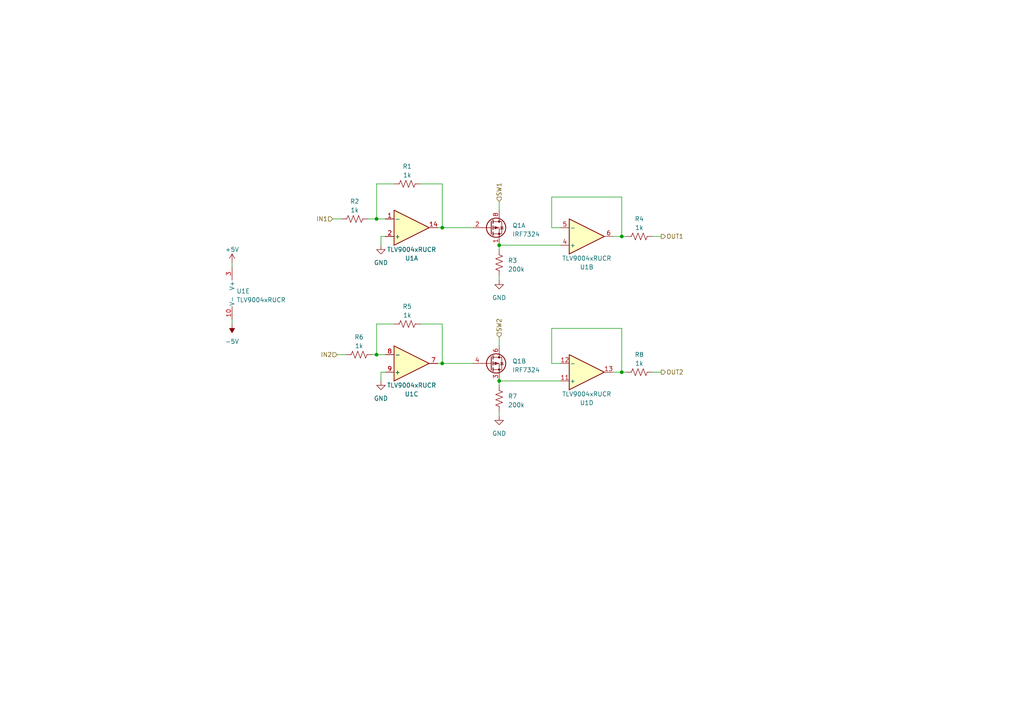
<source format=kicad_sch>
(kicad_sch (version 20221004) (generator eeschema)
  (paper "A4")
  (junction (at 109.22 102.87))
  (junction (at 128.27 66.04))
  (junction (at 180.34 68.58))
  (junction (at 144.78 71.12))
  (junction (at 128.27 105.41))
  (junction (at 144.78 110.49))
  (junction (at 109.22 63.5))
  (junction (at 180.34 107.95))
  (wire (pts (xy 180.34 107.95) (xy 181.61 107.95)))
  (wire (pts (xy 110.49 68.58) (xy 110.49 71.12)))
  (wire (pts (xy 144.78 110.49) (xy 144.78 111.76)))
  (wire (pts (xy 144.78 58.42) (xy 144.78 60.96)))
  (wire (pts (xy 180.34 57.15) (xy 180.34 68.58)))
  (wire (pts (xy 121.92 93.98) (xy 128.27 93.98)))
  (wire (pts (xy 180.34 68.58) (xy 177.8 68.58)))
  (wire (pts (xy 114.3 93.98) (xy 109.22 93.98)))
  (wire (pts (xy 109.22 93.98) (xy 109.22 102.87)))
  (wire (pts (xy 128.27 53.34) (xy 128.27 66.04)))
  (wire (pts (xy 128.27 105.41) (xy 137.16 105.41)))
  (wire (pts (xy 160.02 57.15) (xy 180.34 57.15)))
  (wire (pts (xy 127 105.41) (xy 128.27 105.41)))
  (wire (pts (xy 160.02 105.41) (xy 160.02 95.25)))
  (wire (pts (xy 160.02 95.25) (xy 180.34 95.25)))
  (wire (pts (xy 106.68 63.5) (xy 109.22 63.5)))
  (wire (pts (xy 144.78 71.12) (xy 144.78 72.39)))
  (wire (pts (xy 189.23 107.95) (xy 191.77 107.95)))
  (wire (pts (xy 109.22 53.34) (xy 109.22 63.5)))
  (wire (pts (xy 181.61 68.58) (xy 180.34 68.58)))
  (wire (pts (xy 97.79 102.87) (xy 100.33 102.87)))
  (wire (pts (xy 109.22 63.5) (xy 111.76 63.5)))
  (wire (pts (xy 67.31 92.71) (xy 67.31 93.98)))
  (wire (pts (xy 160.02 66.04) (xy 160.02 57.15)))
  (wire (pts (xy 109.22 102.87) (xy 111.76 102.87)))
  (wire (pts (xy 144.78 71.12) (xy 162.56 71.12)))
  (wire (pts (xy 144.78 97.79) (xy 144.78 100.33)))
  (wire (pts (xy 96.52 63.5) (xy 99.06 63.5)))
  (wire (pts (xy 127 66.04) (xy 128.27 66.04)))
  (wire (pts (xy 107.95 102.87) (xy 109.22 102.87)))
  (wire (pts (xy 177.8 107.95) (xy 180.34 107.95)))
  (wire (pts (xy 111.76 107.95) (xy 110.49 107.95)))
  (wire (pts (xy 162.56 66.04) (xy 160.02 66.04)))
  (wire (pts (xy 144.78 80.01) (xy 144.78 81.28)))
  (wire (pts (xy 162.56 105.41) (xy 160.02 105.41)))
  (wire (pts (xy 128.27 66.04) (xy 137.16 66.04)))
  (wire (pts (xy 111.76 68.58) (xy 110.49 68.58)))
  (wire (pts (xy 110.49 107.95) (xy 110.49 110.49)))
  (wire (pts (xy 144.78 119.38) (xy 144.78 120.65)))
  (wire (pts (xy 180.34 95.25) (xy 180.34 107.95)))
  (wire (pts (xy 121.92 53.34) (xy 128.27 53.34)))
  (wire (pts (xy 189.23 68.58) (xy 191.77 68.58)))
  (wire (pts (xy 128.27 93.98) (xy 128.27 105.41)))
  (wire (pts (xy 67.31 76.2) (xy 67.31 77.47)))
  (wire (pts (xy 144.78 110.49) (xy 162.56 110.49)))
  (wire (pts (xy 114.3 53.34) (xy 109.22 53.34)))
  (hierarchical_label "IN1" (shape input) (at 96.52 63.5 180))
  (hierarchical_label "SW1" (shape input) (at 144.78 58.42 90))
  (hierarchical_label "OUT1" (shape output) (at 191.77 68.58 0))
  (hierarchical_label "OUT2" (shape output) (at 191.77 107.95 0))
  (hierarchical_label "SW2" (shape input) (at 144.78 97.79 90))
  (hierarchical_label "IN2" (shape input) (at 97.79 102.87 180))
  (symbol (lib_id "Device:R_US") (at 118.11 53.34 90) (unit 1)
    (property "Reference" "R1" (at 118.11 48.26 90))
    (property "Value" "1k" (at 118.11 50.8 90))
    (property "Footprint" "Resistor_SMD:R_0201_0603Metric" (effects hide))
    (instances (project "AnalogFNN" (path "" (reference "R1") (unit 1) (value "1k") (footprint "Resistor_SMD:R_0201_0603Metric")) (path "" (reference "R184") (unit 1) (value "1k") (footprint "Resistor_SMD:R_0201_0603Metric")) (path "" (reference "R165") (unit 1) (value "1k") (footprint "Resistor_SMD:R_0201_0603Metric")) (path "" (reference "R176") (unit 1) (value "1k") (footprint "Resistor_SMD:R_0201_0603Metric")) (path "" (reference "R192") (unit 1) (value "1k") (footprint "Resistor_SMD:R_0201_0603Metric")) (path "" (reference "R211") (unit 1) (value "1k") (footprint "Resistor_SMD:R_0201_0603Metric")) (path "" (reference "R203") (unit 1) (value "1k") (footprint "Resistor_SMD:R_0201_0603Metric")) (path "" (reference "R219") (unit 1) (value "1k") (footprint "Resistor_SMD:R_0201_0603Metric")) (path "" (reference "R238") (unit 1) (value "1k") (footprint "Resistor_SMD:R_0201_0603Metric")) (path "" (reference "R230") (unit 1) (value "1k") (footprint "Resistor_SMD:R_0201_0603Metric")) (path "" (reference "R246") (unit 1) (value "1k") (footprint "Resistor_SMD:R_0201_0603Metric")) (path "" (reference "R265") (unit 1) (value "1k") (footprint "Resistor_SMD:R_0201_0603Metric")) (path "" (reference "R257") (unit 1) (value "1k") (footprint "Resistor_SMD:R_0201_0603Metric")) (path "" (reference "R273") (unit 1) (value "1k") (footprint "Resistor_SMD:R_0201_0603Metric")) (path "" (reference "R292") (unit 1) (value "1k") (footprint "Resistor_SMD:R_0201_0603Metric")) (path "" (reference "R284") (unit 1) (value "1k") (footprint "Resistor_SMD:R_0201_0603Metric")) (path "" (reference "R300") (unit 1) (value "1k") (footprint "Resistor_SMD:R_0201_0603Metric")) (path "" (reference "R319") (unit 1) (value "1k") (footprint "Resistor_SMD:R_0201_0603Metric")) (path "" (reference "R311") (unit 1) (value "1k") (footprint "Resistor_SMD:R_0201_0603Metric")) (path "" (reference "R327") (unit 1) (value "1k") (footprint "Resistor_SMD:R_0201_0603Metric")) (path "" (reference "R346") (unit 1) (value "1k") (footprint "Resistor_SMD:R_0201_0603Metric")) (path "" (reference "R338") (unit 1) (value "1k") (footprint "Resistor_SMD:R_0201_0603Metric")) (path "" (reference "R354") (unit 1) (value "1k") (footprint "Resistor_SMD:R_0201_0603Metric")) (path "" (reference "R373") (unit 1) (value "1k") (footprint "Resistor_SMD:R_0201_0603Metric")) (path "" (reference "R365") (unit 1) (value "1k") (footprint "Resistor_SMD:R_0201_0603Metric")) (path "" (reference "R381") (unit 1) (value "1k") (footprint "Resistor_SMD:R_0201_0603Metric")) (path "" (reference "R400") (unit 1) (value "1k") (footprint "Resistor_SMD:R_0201_0603Metric")) (path "" (reference "R392") (unit 1) (value "1k") (footprint "Resistor_SMD:R_0201_0603Metric")) (path "" (reference "R408") (unit 1) (value "1k") (footprint "Resistor_SMD:R_0201_0603Metric")) (path "" (reference "R427") (unit 1) (value "1k") (footprint "Resistor_SMD:R_0201_0603Metric")) (path "" (reference "R419") (unit 1) (value "1k") (footprint "Resistor_SMD:R_0201_0603Metric")) (path "" (reference "R435") (unit 1) (value "1k") (footprint "Resistor_SMD:R_0201_0603Metric")) (path "" (reference "R454") (unit 1) (value "1k") (footprint "Resistor_SMD:R_0201_0603Metric")) (path "" (reference "R446") (unit 1) (value "1k") (footprint "Resistor_SMD:R_0201_0603Metric")) (path "" (reference "R462") (unit 1) (value "1k") (footprint "Resistor_SMD:R_0201_0603Metric")) (path "" (reference "R481") (unit 1) (value "1k") (footprint "Resistor_SMD:R_0201_0603Metric")) (path "" (reference "R473") (unit 1) (value "1k") (footprint "Resistor_SMD:R_0201_0603Metric")) (path "" (reference "R508") (unit 1) (value "1k") (footprint "Resistor_SMD:R_0201_0603Metric")) (path "" (reference "R489") (unit 1) (value "1k") (footprint "Resistor_SMD:R_0201_0603Metric")) (path "" (reference "R500") (unit 1) (value "1k") (footprint "Resistor_SMD:R_0201_0603Metric")) (path "" (reference "R535") (unit 1) (value "1k") (footprint "Resistor_SMD:R_0201_0603Metric")) (path "" (reference "R516") (unit 1) (value "1k") (footprint "Resistor_SMD:R_0201_0603Metric")) (path "" (reference "R527") (unit 1) (value "1k") (footprint "Resistor_SMD:R_0201_0603Metric")) (path "" (reference "R562") (unit 1) (value "1k") (footprint "Resistor_SMD:R_0201_0603Metric")) (path "" (reference "R543") (unit 1) (value "1k") (footprint "Resistor_SMD:R_0201_0603Metric")) (path "" (reference "R554") (unit 1) (value "1k") (footprint "Resistor_SMD:R_0201_0603Metric")) (path "" (reference "R589") (unit 1) (value "1k") (footprint "Resistor_SMD:R_0201_0603Metric")) (path "" (reference "R570") (unit 1) (value "1k") (footprint "Resistor_SMD:R_0201_0603Metric")) (path "" (reference "R581") (unit 1) (value "1k") (footprint "Resistor_SMD:R_0201_0603Metric")) (path "" (reference "R616") (unit 1) (value "1k") (footprint "Resistor_SMD:R_0201_0603Metric")) (path "" (reference "R597") (unit 1) (value "1k") (footprint "Resistor_SMD:R_0201_0603Metric")) (path "" (reference "R608") (unit 1) (value "1k") (footprint "Resistor_SMD:R_0201_0603Metric")) (path "" (reference "R643") (unit 1) (value "1k") (footprint "Resistor_SMD:R_0201_0603Metric")) (path "" (reference "R624") (unit 1) (value "1k") (footprint "Resistor_SMD:R_0201_0603Metric")) (path "" (reference "R635") (unit 1) (value "1k") (footprint "Resistor_SMD:R_0201_0603Metric")) (path "" (reference "R724") (unit 1) (value "1k") (footprint "Resistor_SMD:R_0201_0603Metric")) (path "" (reference "R705") (unit 1) (value "1k") (footprint "Resistor_SMD:R_0201_0603Metric")) (path "" (reference "R716") (unit 1) (value "1k") (footprint "Resistor_SMD:R_0201_0603Metric")) (path "" (reference "R748") (unit 1) (value "1k") (footprint "Resistor_SMD:R_0201_0603Metric")) (path "" (reference "R740") (unit 1) (value "1k") (footprint "Resistor_SMD:R_0201_0603Metric")) (path "" (reference "R732") (unit 1) (value "1k") (footprint "Resistor_SMD:R_0201_0603Metric")) (path "" (reference "R11") (unit 1) (value "1k") (footprint "Resistor_SMD:R_0201_0603Metric")) (path "" (reference "R772") (unit 1) (value "1k") (footprint "Resistor_SMD:R_0201_0603Metric")) (path "" (reference "R19") (unit 1) (value "1k") (footprint "Resistor_SMD:R_0201_0603Metric")) (path "" (reference "R1") (unit 1) (value "1k") (footprint "Resistor_SMD:R_0201_0603Metric")) (path "" (reference "R764") (unit 1) (value "1k") (footprint "Resistor_SMD:R_0201_0603Metric")) (path "" (reference "R27") (unit 1) (value "1k") (footprint "Resistor_SMD:R_0201_0603Metric")) (path "" (reference "R791") (unit 1) (value "1k") (footprint "Resistor_SMD:R_0201_0603Metric")) (path "" (reference "R1004") (unit 1) (value "1k") (footprint "Resistor_SMD:R_0201_0603Metric")) (path "" (reference "R799") (unit 1) (value "1k") (footprint "Resistor_SMD:R_0201_0603Metric")) (path "" (reference "R780") (unit 1) (value "1k") (footprint "Resistor_SMD:R_0201_0603Metric")) (path "" (reference "R995") (unit 1) (value "1k") (footprint "Resistor_SMD:R_0201_0603Metric")) (path "" (reference "R807") (unit 1) (value "1k") (footprint "Resistor_SMD:R_0201_0603Metric")) (path "" (reference "R1023") (unit 1) (value "1k") (footprint "Resistor_SMD:R_0201_0603Metric")) (path "" (reference "R1055") (unit 1) (value "1k") (footprint "Resistor_SMD:R_0201_0603Metric")) (path "" (reference "R1031") (unit 1) (value "1k") (footprint "Resistor_SMD:R_0201_0603Metric")) (path "" (reference "R1012") (unit 1) (value "1k") (footprint "Resistor_SMD:R_0201_0603Metric")) (path "" (reference "R1047") (unit 1) (value "1k") (footprint "Resistor_SMD:R_0201_0603Metric")) (path "" (reference "R1039") (unit 1) (value "1k") (footprint "Resistor_SMD:R_0201_0603Metric")) (path "" (reference "R1074") (unit 1) (value "1k") (footprint "Resistor_SMD:R_0201_0603Metric")) (path "" (reference "R1106") (unit 1) (value "1k") (footprint "Resistor_SMD:R_0201_0603Metric")) (path "" (reference "R1082") (unit 1) (value "1k") (footprint "Resistor_SMD:R_0201_0603Metric")) (path "" (reference "R1063") (unit 1) (value "1k") (footprint "Resistor_SMD:R_0201_0603Metric")) (path "" (reference "R1098") (unit 1) (value "1k") (footprint "Resistor_SMD:R_0201_0603Metric")) (path "" (reference "R1090") (unit 1) (value "1k") (footprint "Resistor_SMD:R_0201_0603Metric")) (path "" (reference "R1125") (unit 1) (value "1k") (footprint "Resistor_SMD:R_0201_0603Metric")) (path "" (reference "R1157") (unit 1) (value "1k") (footprint "Resistor_SMD:R_0201_0603Metric")) (path "" (reference "R1133") (unit 1) (value "1k") (footprint "Resistor_SMD:R_0201_0603Metric")) (path "" (reference "R1114") (unit 1) (value "1k") (footprint "Resistor_SMD:R_0201_0603Metric")) (path "" (reference "R1149") (unit 1) (value "1k") (footprint "Resistor_SMD:R_0201_0603Metric")) (path "" (reference "R1141") (unit 1) (value "1k") (footprint "Resistor_SMD:R_0201_0603Metric")) (path "" (reference "R38") (unit 1) (value "1k") (footprint "Resistor_SMD:R_0201_0603Metric")) (path "" (reference "R46") (unit 1) (value "1k") (footprint "Resistor_SMD:R_0201_0603Metric")) (path "" (reference "R30") (unit 1) (value "1k") (footprint "Resistor_SMD:R_0201_0603Metric")) (path "" (reference "R54") (unit 1) (value "1k") (footprint "Resistor_SMD:R_0201_0603Metric")) (path "" (reference "R62") (unit 1) (value "1k") (footprint "Resistor_SMD:R_0201_0603Metric")) (path "" (reference "R70") (unit 1) (value "1k") (footprint "Resistor_SMD:R_0201_0603Metric"))))
  )
  (symbol (lib_id "power:GND") (at 144.78 81.28 0) (unit 1)
    (property "Reference" "#PWR?" (effects hide))
    (property "Value" "GND" (at 144.78 86.36 0))
    (instances (project "AnalogFNN" (path "" (reference "#PWR?") (unit 1) (value "GND") (footprint "")) (path "" (reference "#PWR0339") (unit 1) (value "GND") (footprint "")) (path "" (reference "#PWR0321") (unit 1) (value "GND") (footprint "")) (path "" (reference "#PWR0327") (unit 1) (value "GND") (footprint "")) (path "" (reference "#PWR0333") (unit 1) (value "GND") (footprint "")) (path "" (reference "#PWR0351") (unit 1) (value "GND") (footprint "")) (path "" (reference "#PWR0345") (unit 1) (value "GND") (footprint "")) (path "" (reference "#PWR0357") (unit 1) (value "GND") (footprint "")) (path "" (reference "#PWR0369") (unit 1) (value "GND") (footprint "")) (path "" (reference "#PWR0363") (unit 1) (value "GND") (footprint "")) (path "" (reference "#PWR0375") (unit 1) (value "GND") (footprint "")) (path "" (reference "#PWR0387") (unit 1) (value "GND") (footprint "")) (path "" (reference "#PWR0381") (unit 1) (value "GND") (footprint "")) (path "" (reference "#PWR0393") (unit 1) (value "GND") (footprint "")) (path "" (reference "#PWR0405") (unit 1) (value "GND") (footprint "")) (path "" (reference "#PWR0399") (unit 1) (value "GND") (footprint "")) (path "" (reference "#PWR0411") (unit 1) (value "GND") (footprint "")) (path "" (reference "#PWR0423") (unit 1) (value "GND") (footprint "")) (path "" (reference "#PWR0417") (unit 1) (value "GND") (footprint "")) (path "" (reference "#PWR0429") (unit 1) (value "GND") (footprint "")) (path "" (reference "#PWR0441") (unit 1) (value "GND") (footprint "")) (path "" (reference "#PWR0435") (unit 1) (value "GND") (footprint "")) (path "" (reference "#PWR0447") (unit 1) (value "GND") (footprint "")) (path "" (reference "#PWR0459") (unit 1) (value "GND") (footprint "")) (path "" (reference "#PWR0453") (unit 1) (value "GND") (footprint "")) (path "" (reference "#PWR0465") (unit 1) (value "GND") (footprint "")) (path "" (reference "#PWR0477") (unit 1) (value "GND") (footprint "")) (path "" (reference "#PWR0471") (unit 1) (value "GND") (footprint "")) (path "" (reference "#PWR0483") (unit 1) (value "GND") (footprint "")) (path "" (reference "#PWR0495") (unit 1) (value "GND") (footprint "")) (path "" (reference "#PWR0489") (unit 1) (value "GND") (footprint "")) (path "" (reference "#PWR0501") (unit 1) (value "GND") (footprint "")) (path "" (reference "#PWR0515") (unit 1) (value "GND") (footprint "")) (path "" (reference "#PWR0509") (unit 1) (value "GND") (footprint "")) (path "" (reference "#PWR0521") (unit 1) (value "GND") (footprint "")) (path "" (reference "#PWR0539") (unit 1) (value "GND") (footprint "")) (path "" (reference "#PWR0533") (unit 1) (value "GND") (footprint "")) (path "" (reference "#PWR0563") (unit 1) (value "GND") (footprint "")) (path "" (reference "#PWR0545") (unit 1) (value "GND") (footprint "")) (path "" (reference "#PWR0557") (unit 1) (value "GND") (footprint "")) (path "" (reference "#PWR0587") (unit 1) (value "GND") (footprint "")) (path "" (reference "#PWR0569") (unit 1) (value "GND") (footprint "")) (path "" (reference "#PWR0581") (unit 1) (value "GND") (footprint "")) (path "" (reference "#PWR0611") (unit 1) (value "GND") (footprint "")) (path "" (reference "#PWR0593") (unit 1) (value "GND") (footprint "")) (path "" (reference "#PWR0605") (unit 1) (value "GND") (footprint "")) (path "" (reference "#PWR0635") (unit 1) (value "GND") (footprint "")) (path "" (reference "#PWR0617") (unit 1) (value "GND") (footprint "")) (path "" (reference "#PWR0629") (unit 1) (value "GND") (footprint "")) (path "" (reference "#PWR0659") (unit 1) (value "GND") (footprint "")) (path "" (reference "#PWR0641") (unit 1) (value "GND") (footprint "")) (path "" (reference "#PWR0653") (unit 1) (value "GND") (footprint "")) (path "" (reference "#PWR0683") (unit 1) (value "GND") (footprint "")) (path "" (reference "#PWR0665") (unit 1) (value "GND") (footprint "")) (path "" (reference "#PWR0677") (unit 1) (value "GND") (footprint "")) (path "" (reference "#PWR0746") (unit 1) (value "GND") (footprint "")) (path "" (reference "#PWR0312") (unit 1) (value "GND") (footprint "")) (path "" (reference "#PWR0740") (unit 1) (value "GND") (footprint "")) (path "" (reference "#PWR0764") (unit 1) (value "GND") (footprint "")) (path "" (reference "#PWR0758") (unit 1) (value "GND") (footprint "")) (path "" (reference "#PWR0752") (unit 1) (value "GND") (footprint "")) (path "" (reference "#PWR0776") (unit 1) (value "GND") (footprint "")) (path "" (reference "#PWR0800") (unit 1) (value "GND") (footprint "")) (path "" (reference "#PWR0782") (unit 1) (value "GND") (footprint "")) (path "" (reference "#PWR05") (unit 1) (value "GND") (footprint "")) (path "" (reference "#PWR0794") (unit 1) (value "GND") (footprint "")) (path "" (reference "#PWR0788") (unit 1) (value "GND") (footprint "")) (path "" (reference "#PWR0812") (unit 1) (value "GND") (footprint "")) (path "" (reference "#PWR01328") (unit 1) (value "GND") (footprint "")) (path "" (reference "#PWR0818") (unit 1) (value "GND") (footprint "")) (path "" (reference "#PWR0105") (unit 1) (value "GND") (footprint "")) (path "" (reference "#PWR01322") (unit 1) (value "GND") (footprint "")) (path "" (reference "#PWR0824") (unit 1) (value "GND") (footprint "")) (path "" (reference "#PWR01340") (unit 1) (value "GND") (footprint "")) (path "" (reference "#PWR01364") (unit 1) (value "GND") (footprint "")) (path "" (reference "#PWR01346") (unit 1) (value "GND") (footprint "")) (path "" (reference "#PWR0111") (unit 1) (value "GND") (footprint "")) (path "" (reference "#PWR01358") (unit 1) (value "GND") (footprint "")) (path "" (reference "#PWR01352") (unit 1) (value "GND") (footprint "")) (path "" (reference "#PWR01376") (unit 1) (value "GND") (footprint "")) (path "" (reference "#PWR01400") (unit 1) (value "GND") (footprint "")) (path "" (reference "#PWR01382") (unit 1) (value "GND") (footprint "")) (path "" (reference "#PWR0117") (unit 1) (value "GND") (footprint "")) (path "" (reference "#PWR01394") (unit 1) (value "GND") (footprint "")) (path "" (reference "#PWR01388") (unit 1) (value "GND") (footprint "")) (path "" (reference "#PWR01418") (unit 1) (value "GND") (footprint "")) (path "" (reference "#PWR01442") (unit 1) (value "GND") (footprint "")) (path "" (reference "#PWR01424") (unit 1) (value "GND") (footprint "")) (path "" (reference "#PWR01406") (unit 1) (value "GND") (footprint "")) (path "" (reference "#PWR01436") (unit 1) (value "GND") (footprint "")) (path "" (reference "#PWR01430") (unit 1) (value "GND") (footprint "")) (path "" (reference "#PWR029") (unit 1) (value "GND") (footprint "")) (path "" (reference "#PWR035") (unit 1) (value "GND") (footprint "")) (path "" (reference "#PWR023") (unit 1) (value "GND") (footprint "")) (path "" (reference "#PWR0133") (unit 1) (value "GND") (footprint "")) (path "" (reference "#PWR0139") (unit 1) (value "GND") (footprint "")) (path "" (reference "#PWR0145") (unit 1) (value "GND") (footprint ""))))
  )
  (symbol (lib_id "power:+5V") (at 67.31 76.2 0) (unit 1)
    (property "Reference" "#PWR?" (effects hide))
    (property "Value" "+5V" (at 67.31 72.39 0))
    (instances (project "AnalogFNN" (path "" (reference "#PWR?") (unit 1) (value "+5V") (footprint "")) (path "" (reference "#PWR0335") (unit 1) (value "+5V") (footprint "")) (path "" (reference "#PWR0317") (unit 1) (value "+5V") (footprint "")) (path "" (reference "#PWR0323") (unit 1) (value "+5V") (footprint "")) (path "" (reference "#PWR0329") (unit 1) (value "+5V") (footprint "")) (path "" (reference "#PWR0347") (unit 1) (value "+5V") (footprint "")) (path "" (reference "#PWR0341") (unit 1) (value "+5V") (footprint "")) (path "" (reference "#PWR0353") (unit 1) (value "+5V") (footprint "")) (path "" (reference "#PWR0365") (unit 1) (value "+5V") (footprint "")) (path "" (reference "#PWR0359") (unit 1) (value "+5V") (footprint "")) (path "" (reference "#PWR0371") (unit 1) (value "+5V") (footprint "")) (path "" (reference "#PWR0383") (unit 1) (value "+5V") (footprint "")) (path "" (reference "#PWR0377") (unit 1) (value "+5V") (footprint "")) (path "" (reference "#PWR0389") (unit 1) (value "+5V") (footprint "")) (path "" (reference "#PWR0401") (unit 1) (value "+5V") (footprint "")) (path "" (reference "#PWR0395") (unit 1) (value "+5V") (footprint "")) (path "" (reference "#PWR0407") (unit 1) (value "+5V") (footprint "")) (path "" (reference "#PWR0419") (unit 1) (value "+5V") (footprint "")) (path "" (reference "#PWR0413") (unit 1) (value "+5V") (footprint "")) (path "" (reference "#PWR0425") (unit 1) (value "+5V") (footprint "")) (path "" (reference "#PWR0437") (unit 1) (value "+5V") (footprint "")) (path "" (reference "#PWR0431") (unit 1) (value "+5V") (footprint "")) (path "" (reference "#PWR0443") (unit 1) (value "+5V") (footprint "")) (path "" (reference "#PWR0455") (unit 1) (value "+5V") (footprint "")) (path "" (reference "#PWR0449") (unit 1) (value "+5V") (footprint "")) (path "" (reference "#PWR0461") (unit 1) (value "+5V") (footprint "")) (path "" (reference "#PWR0473") (unit 1) (value "+5V") (footprint "")) (path "" (reference "#PWR0467") (unit 1) (value "+5V") (footprint "")) (path "" (reference "#PWR0479") (unit 1) (value "+5V") (footprint "")) (path "" (reference "#PWR0491") (unit 1) (value "+5V") (footprint "")) (path "" (reference "#PWR0485") (unit 1) (value "+5V") (footprint "")) (path "" (reference "#PWR0497") (unit 1) (value "+5V") (footprint "")) (path "" (reference "#PWR0511") (unit 1) (value "+5V") (footprint "")) (path "" (reference "#PWR0505") (unit 1) (value "+5V") (footprint "")) (path "" (reference "#PWR0517") (unit 1) (value "+5V") (footprint "")) (path "" (reference "#PWR0535") (unit 1) (value "+5V") (footprint "")) (path "" (reference "#PWR0529") (unit 1) (value "+5V") (footprint "")) (path "" (reference "#PWR0559") (unit 1) (value "+5V") (footprint "")) (path "" (reference "#PWR0541") (unit 1) (value "+5V") (footprint "")) (path "" (reference "#PWR0553") (unit 1) (value "+5V") (footprint "")) (path "" (reference "#PWR0583") (unit 1) (value "+5V") (footprint "")) (path "" (reference "#PWR0565") (unit 1) (value "+5V") (footprint "")) (path "" (reference "#PWR0577") (unit 1) (value "+5V") (footprint "")) (path "" (reference "#PWR0607") (unit 1) (value "+5V") (footprint "")) (path "" (reference "#PWR0589") (unit 1) (value "+5V") (footprint "")) (path "" (reference "#PWR0601") (unit 1) (value "+5V") (footprint "")) (path "" (reference "#PWR0631") (unit 1) (value "+5V") (footprint "")) (path "" (reference "#PWR0613") (unit 1) (value "+5V") (footprint "")) (path "" (reference "#PWR0625") (unit 1) (value "+5V") (footprint "")) (path "" (reference "#PWR0655") (unit 1) (value "+5V") (footprint "")) (path "" (reference "#PWR0637") (unit 1) (value "+5V") (footprint "")) (path "" (reference "#PWR0649") (unit 1) (value "+5V") (footprint "")) (path "" (reference "#PWR0679") (unit 1) (value "+5V") (footprint "")) (path "" (reference "#PWR0661") (unit 1) (value "+5V") (footprint "")) (path "" (reference "#PWR0673") (unit 1) (value "+5V") (footprint "")) (path "" (reference "#PWR0742") (unit 1) (value "+5V") (footprint "")) (path "" (reference "#PWR0308") (unit 1) (value "+5V") (footprint "")) (path "" (reference "#PWR0736") (unit 1) (value "+5V") (footprint "")) (path "" (reference "#PWR0760") (unit 1) (value "+5V") (footprint "")) (path "" (reference "#PWR0754") (unit 1) (value "+5V") (footprint "")) (path "" (reference "#PWR0748") (unit 1) (value "+5V") (footprint "")) (path "" (reference "#PWR0772") (unit 1) (value "+5V") (footprint "")) (path "" (reference "#PWR0796") (unit 1) (value "+5V") (footprint "")) (path "" (reference "#PWR0778") (unit 1) (value "+5V") (footprint "")) (path "" (reference "#PWR01") (unit 1) (value "+5V") (footprint "")) (path "" (reference "#PWR0790") (unit 1) (value "+5V") (footprint "")) (path "" (reference "#PWR0784") (unit 1) (value "+5V") (footprint "")) (path "" (reference "#PWR0808") (unit 1) (value "+5V") (footprint "")) (path "" (reference "#PWR01324") (unit 1) (value "+5V") (footprint "")) (path "" (reference "#PWR0814") (unit 1) (value "+5V") (footprint "")) (path "" (reference "#PWR0101") (unit 1) (value "+5V") (footprint "")) (path "" (reference "#PWR0826") (unit 1) (value "+5V") (footprint "")) (path "" (reference "#PWR0820") (unit 1) (value "+5V") (footprint "")) (path "" (reference "#PWR01336") (unit 1) (value "+5V") (footprint "")) (path "" (reference "#PWR01360") (unit 1) (value "+5V") (footprint "")) (path "" (reference "#PWR01342") (unit 1) (value "+5V") (footprint "")) (path "" (reference "#PWR0107") (unit 1) (value "+5V") (footprint "")) (path "" (reference "#PWR01354") (unit 1) (value "+5V") (footprint "")) (path "" (reference "#PWR01348") (unit 1) (value "+5V") (footprint "")) (path "" (reference "#PWR01372") (unit 1) (value "+5V") (footprint "")) (path "" (reference "#PWR01396") (unit 1) (value "+5V") (footprint "")) (path "" (reference "#PWR01378") (unit 1) (value "+5V") (footprint "")) (path "" (reference "#PWR0113") (unit 1) (value "+5V") (footprint "")) (path "" (reference "#PWR01390") (unit 1) (value "+5V") (footprint "")) (path "" (reference "#PWR01384") (unit 1) (value "+5V") (footprint "")) (path "" (reference "#PWR01414") (unit 1) (value "+5V") (footprint "")) (path "" (reference "#PWR01438") (unit 1) (value "+5V") (footprint "")) (path "" (reference "#PWR01420") (unit 1) (value "+5V") (footprint "")) (path "" (reference "#PWR01402") (unit 1) (value "+5V") (footprint "")) (path "" (reference "#PWR01432") (unit 1) (value "+5V") (footprint "")) (path "" (reference "#PWR01426") (unit 1) (value "+5V") (footprint "")) (path "" (reference "#PWR025") (unit 1) (value "+5V") (footprint "")) (path "" (reference "#PWR031") (unit 1) (value "+5V") (footprint "")) (path "" (reference "#PWR019") (unit 1) (value "+5V") (footprint "")) (path "" (reference "#PWR0129") (unit 1) (value "+5V") (footprint "")) (path "" (reference "#PWR0135") (unit 1) (value "+5V") (footprint "")) (path "" (reference "#PWR0141") (unit 1) (value "+5V") (footprint ""))))
  )
  (symbol (lib_id "Amplifier_Operational:TLV9004xRUCR") (at 119.38 105.41 0) (mirror x) (unit 3)
    (property "Reference" "U1" (at 119.38 114.3 0))
    (property "Value" "TLV9004xRUCR" (at 119.38 111.76 0))
    (property "Footprint" "Package_DFN_QFN:Texas_S-PX2QFN-14" (effects hide))
    (property "Datasheet" "http://www.ti.com/lit/ds/symlink/tlv9004.pdf" (effects hide))
    (instances (project "AnalogFNN" (path "" (reference "U1") (unit 3) (value "TLV9004xRUCR") (footprint "Package_DFN_QFN:Texas_S-PX2QFN-14")) (path "" (reference "U29") (unit 3) (value "TLV9004xRUCR") (footprint "Package_DFN_QFN:Texas_S-PX2QFN-14")) (path "" (reference "U26") (unit 3) (value "TLV9004xRUCR") (footprint "Package_DFN_QFN:Texas_S-PX2QFN-14")) (path "" (reference "U28") (unit 3) (value "TLV9004xRUCR") (footprint "Package_DFN_QFN:Texas_S-PX2QFN-14")) (path "" (reference "U30") (unit 3) (value "TLV9004xRUCR") (footprint "Package_DFN_QFN:Texas_S-PX2QFN-14")) (path "" (reference "U33") (unit 3) (value "TLV9004xRUCR") (footprint "Package_DFN_QFN:Texas_S-PX2QFN-14")) (path "" (reference "U32") (unit 3) (value "TLV9004xRUCR") (footprint "Package_DFN_QFN:Texas_S-PX2QFN-14")) (path "" (reference "U34") (unit 3) (value "TLV9004xRUCR") (footprint "Package_DFN_QFN:Texas_S-PX2QFN-14")) (path "" (reference "U37") (unit 3) (value "TLV9004xRUCR") (footprint "Package_DFN_QFN:Texas_S-PX2QFN-14")) (path "" (reference "U35") (unit 3) (value "TLV9004xRUCR") (footprint "Package_DFN_QFN:Texas_S-PX2QFN-14")) (path "" (reference "U38") (unit 3) (value "TLV9004xRUCR") (footprint "Package_DFN_QFN:Texas_S-PX2QFN-14")) (path "" (reference "U41") (unit 3) (value "TLV9004xRUCR") (footprint "Package_DFN_QFN:Texas_S-PX2QFN-14")) (path "" (reference "U39") (unit 3) (value "TLV9004xRUCR") (footprint "Package_DFN_QFN:Texas_S-PX2QFN-14")) (path "" (reference "U42") (unit 3) (value "TLV9004xRUCR") (footprint "Package_DFN_QFN:Texas_S-PX2QFN-14")) (path "" (reference "U45") (unit 3) (value "TLV9004xRUCR") (footprint "Package_DFN_QFN:Texas_S-PX2QFN-14")) (path "" (reference "U43") (unit 3) (value "TLV9004xRUCR") (footprint "Package_DFN_QFN:Texas_S-PX2QFN-14")) (path "" (reference "U46") (unit 3) (value "TLV9004xRUCR") (footprint "Package_DFN_QFN:Texas_S-PX2QFN-14")) (path "" (reference "U49") (unit 3) (value "TLV9004xRUCR") (footprint "Package_DFN_QFN:Texas_S-PX2QFN-14")) (path "" (reference "U47") (unit 3) (value "TLV9004xRUCR") (footprint "Package_DFN_QFN:Texas_S-PX2QFN-14")) (path "" (reference "U50") (unit 3) (value "TLV9004xRUCR") (footprint "Package_DFN_QFN:Texas_S-PX2QFN-14")) (path "" (reference "U53") (unit 3) (value "TLV9004xRUCR") (footprint "Package_DFN_QFN:Texas_S-PX2QFN-14")) (path "" (reference "U52") (unit 3) (value "TLV9004xRUCR") (footprint "Package_DFN_QFN:Texas_S-PX2QFN-14")) (path "" (reference "U54") (unit 3) (value "TLV9004xRUCR") (footprint "Package_DFN_QFN:Texas_S-PX2QFN-14")) (path "" (reference "U57") (unit 3) (value "TLV9004xRUCR") (footprint "Package_DFN_QFN:Texas_S-PX2QFN-14")) (path "" (reference "U56") (unit 3) (value "TLV9004xRUCR") (footprint "Package_DFN_QFN:Texas_S-PX2QFN-14")) (path "" (reference "U58") (unit 3) (value "TLV9004xRUCR") (footprint "Package_DFN_QFN:Texas_S-PX2QFN-14")) (path "" (reference "U61") (unit 3) (value "TLV9004xRUCR") (footprint "Package_DFN_QFN:Texas_S-PX2QFN-14")) (path "" (reference "U60") (unit 3) (value "TLV9004xRUCR") (footprint "Package_DFN_QFN:Texas_S-PX2QFN-14")) (path "" (reference "U62") (unit 3) (value "TLV9004xRUCR") (footprint "Package_DFN_QFN:Texas_S-PX2QFN-14")) (path "" (reference "U65") (unit 3) (value "TLV9004xRUCR") (footprint "Package_DFN_QFN:Texas_S-PX2QFN-14")) (path "" (reference "U64") (unit 3) (value "TLV9004xRUCR") (footprint "Package_DFN_QFN:Texas_S-PX2QFN-14")) (path "" (reference "U66") (unit 3) (value "TLV9004xRUCR") (footprint "Package_DFN_QFN:Texas_S-PX2QFN-14")) (path "" (reference "U69") (unit 3) (value "TLV9004xRUCR") (footprint "Package_DFN_QFN:Texas_S-PX2QFN-14")) (path "" (reference "U68") (unit 3) (value "TLV9004xRUCR") (footprint "Package_DFN_QFN:Texas_S-PX2QFN-14")) (path "" (reference "U70") (unit 3) (value "TLV9004xRUCR") (footprint "Package_DFN_QFN:Texas_S-PX2QFN-14")) (path "" (reference "U73") (unit 3) (value "TLV9004xRUCR") (footprint "Package_DFN_QFN:Texas_S-PX2QFN-14")) (path "" (reference "U72") (unit 3) (value "TLV9004xRUCR") (footprint "Package_DFN_QFN:Texas_S-PX2QFN-14")) (path "" (reference "U77") (unit 3) (value "TLV9004xRUCR") (footprint "Package_DFN_QFN:Texas_S-PX2QFN-14")) (path "" (reference "U74") (unit 3) (value "TLV9004xRUCR") (footprint "Package_DFN_QFN:Texas_S-PX2QFN-14")) (path "" (reference "U76") (unit 3) (value "TLV9004xRUCR") (footprint "Package_DFN_QFN:Texas_S-PX2QFN-14")) (path "" (reference "U81") (unit 3) (value "TLV9004xRUCR") (footprint "Package_DFN_QFN:Texas_S-PX2QFN-14")) (path "" (reference "U78") (unit 3) (value "TLV9004xRUCR") (footprint "Package_DFN_QFN:Texas_S-PX2QFN-14")) (path "" (reference "U80") (unit 3) (value "TLV9004xRUCR") (footprint "Package_DFN_QFN:Texas_S-PX2QFN-14")) (path "" (reference "U85") (unit 3) (value "TLV9004xRUCR") (footprint "Package_DFN_QFN:Texas_S-PX2QFN-14")) (path "" (reference "U82") (unit 3) (value "TLV9004xRUCR") (footprint "Package_DFN_QFN:Texas_S-PX2QFN-14")) (path "" (reference "U84") (unit 3) (value "TLV9004xRUCR") (footprint "Package_DFN_QFN:Texas_S-PX2QFN-14")) (path "" (reference "U89") (unit 3) (value "TLV9004xRUCR") (footprint "Package_DFN_QFN:Texas_S-PX2QFN-14")) (path "" (reference "U86") (unit 3) (value "TLV9004xRUCR") (footprint "Package_DFN_QFN:Texas_S-PX2QFN-14")) (path "" (reference "U88") (unit 3) (value "TLV9004xRUCR") (footprint "Package_DFN_QFN:Texas_S-PX2QFN-14")) (path "" (reference "U93") (unit 3) (value "TLV9004xRUCR") (footprint "Package_DFN_QFN:Texas_S-PX2QFN-14")) (path "" (reference "U90") (unit 3) (value "TLV9004xRUCR") (footprint "Package_DFN_QFN:Texas_S-PX2QFN-14")) (path "" (reference "U92") (unit 3) (value "TLV9004xRUCR") (footprint "Package_DFN_QFN:Texas_S-PX2QFN-14")) (path "" (reference "U97") (unit 3) (value "TLV9004xRUCR") (footprint "Package_DFN_QFN:Texas_S-PX2QFN-14")) (path "" (reference "U94") (unit 3) (value "TLV9004xRUCR") (footprint "Package_DFN_QFN:Texas_S-PX2QFN-14")) (path "" (reference "U96") (unit 3) (value "TLV9004xRUCR") (footprint "Package_DFN_QFN:Texas_S-PX2QFN-14")) (path "" (reference "U113") (unit 3) (value "TLV9004xRUCR") (footprint "Package_DFN_QFN:Texas_S-PX2QFN-14")) (path "" (reference "U108") (unit 3) (value "TLV9004xRUCR") (footprint "Package_DFN_QFN:Texas_S-PX2QFN-14")) (path "" (reference "U112") (unit 3) (value "TLV9004xRUCR") (footprint "Package_DFN_QFN:Texas_S-PX2QFN-14")) (path "" (reference "U120") (unit 3) (value "TLV9004xRUCR") (footprint "Package_DFN_QFN:Texas_S-PX2QFN-14")) (path "" (reference "U120") (unit 3) (value "TLV9004xRUCR") (footprint "Package_DFN_QFN:Texas_S-PX2QFN-14")) (path "" (reference "U116") (unit 3) (value "TLV9004xRUCR") (footprint "Package_DFN_QFN:Texas_S-PX2QFN-14")) (path "" (reference "U4") (unit 3) (value "TLV9004xRUCR") (footprint "Package_DFN_QFN:Texas_S-PX2QFN-14")) (path "" (reference "U325") (unit 3) (value "TLV9004xRUCR") (footprint "Package_DFN_QFN:Texas_S-PX2QFN-14")) (path "" (reference "U317") (unit 3) (value "TLV9004xRUCR") (footprint "Package_DFN_QFN:Texas_S-PX2QFN-14")) (path "" (reference "U4") (unit 3) (value "TLV9004xRUCR") (footprint "Package_DFN_QFN:Texas_S-PX2QFN-14")) (path "" (reference "U323") (unit 3) (value "TLV9004xRUCR") (footprint "Package_DFN_QFN:Texas_S-PX2QFN-14")) (path "" (reference "U321") (unit 3) (value "TLV9004xRUCR") (footprint "Package_DFN_QFN:Texas_S-PX2QFN-14")) (path "" (reference "U328") (unit 3) (value "TLV9004xRUCR") (footprint "Package_DFN_QFN:Texas_S-PX2QFN-14")) (path "" (reference "U340") (unit 3) (value "TLV9004xRUCR") (footprint "Package_DFN_QFN:Texas_S-PX2QFN-14")) (path "" (reference "U332") (unit 3) (value "TLV9004xRUCR") (footprint "Package_DFN_QFN:Texas_S-PX2QFN-14")) (path "" (reference "U328") (unit 3) (value "TLV9004xRUCR") (footprint "Package_DFN_QFN:Texas_S-PX2QFN-14")) (path "" (reference "U338") (unit 3) (value "TLV9004xRUCR") (footprint "Package_DFN_QFN:Texas_S-PX2QFN-14")) (path "" (reference "U336") (unit 3) (value "TLV9004xRUCR") (footprint "Package_DFN_QFN:Texas_S-PX2QFN-14")) (path "" (reference "U343") (unit 3) (value "TLV9004xRUCR") (footprint "Package_DFN_QFN:Texas_S-PX2QFN-14")) (path "" (reference "U355") (unit 3) (value "TLV9004xRUCR") (footprint "Package_DFN_QFN:Texas_S-PX2QFN-14")) (path "" (reference "U347") (unit 3) (value "TLV9004xRUCR") (footprint "Package_DFN_QFN:Texas_S-PX2QFN-14")) (path "" (reference "U343") (unit 3) (value "TLV9004xRUCR") (footprint "Package_DFN_QFN:Texas_S-PX2QFN-14")) (path "" (reference "U353") (unit 3) (value "TLV9004xRUCR") (footprint "Package_DFN_QFN:Texas_S-PX2QFN-14")) (path "" (reference "U351") (unit 3) (value "TLV9004xRUCR") (footprint "Package_DFN_QFN:Texas_S-PX2QFN-14")) (path "" (reference "U358") (unit 3) (value "TLV9004xRUCR") (footprint "Package_DFN_QFN:Texas_S-PX2QFN-14")) (path "" (reference "U370") (unit 3) (value "TLV9004xRUCR") (footprint "Package_DFN_QFN:Texas_S-PX2QFN-14")) (path "" (reference "U362") (unit 3) (value "TLV9004xRUCR") (footprint "Package_DFN_QFN:Texas_S-PX2QFN-14")) (path "" (reference "U358") (unit 3) (value "TLV9004xRUCR") (footprint "Package_DFN_QFN:Texas_S-PX2QFN-14")) (path "" (reference "U368") (unit 3) (value "TLV9004xRUCR") (footprint "Package_DFN_QFN:Texas_S-PX2QFN-14")) (path "" (reference "U366") (unit 3) (value "TLV9004xRUCR") (footprint "Package_DFN_QFN:Texas_S-PX2QFN-14")) (path "" (reference "U373") (unit 3) (value "TLV9004xRUCR") (footprint "Package_DFN_QFN:Texas_S-PX2QFN-14")) (path "" (reference "U385") (unit 3) (value "TLV9004xRUCR") (footprint "Package_DFN_QFN:Texas_S-PX2QFN-14")) (path "" (reference "U377") (unit 3) (value "TLV9004xRUCR") (footprint "Package_DFN_QFN:Texas_S-PX2QFN-14")) (path "" (reference "U373") (unit 3) (value "TLV9004xRUCR") (footprint "Package_DFN_QFN:Texas_S-PX2QFN-14")) (path "" (reference "U383") (unit 3) (value "TLV9004xRUCR") (footprint "Package_DFN_QFN:Texas_S-PX2QFN-14")) (path "" (reference "U381") (unit 3) (value "TLV9004xRUCR") (footprint "Package_DFN_QFN:Texas_S-PX2QFN-14")) (path "" (reference "U11") (unit 3) (value "TLV9004xRUCR") (footprint "Package_DFN_QFN:Texas_S-PX2QFN-14")) (path "" (reference "U13") (unit 3) (value "TLV9004xRUCR") (footprint "Package_DFN_QFN:Texas_S-PX2QFN-14")) (path "" (reference "U8") (unit 3) (value "TLV9004xRUCR") (footprint "Package_DFN_QFN:Texas_S-PX2QFN-14")) (path "" (reference "U15") (unit 3) (value "TLV9004xRUCR") (footprint "Package_DFN_QFN:Texas_S-PX2QFN-14")) (path "" (reference "U17") (unit 3) (value "TLV9004xRUCR") (footprint "Package_DFN_QFN:Texas_S-PX2QFN-14")) (path "" (reference "U19") (unit 3) (value "TLV9004xRUCR") (footprint "Package_DFN_QFN:Texas_S-PX2QFN-14"))))
  )
  (symbol (lib_id "Device:R_US") (at 144.78 76.2 180) (unit 1)
    (property "Reference" "R3" (at 147.32 75.565 0) (effects (justify right)))
    (property "Value" "200k" (at 147.32 78.105 0) (effects (justify right)))
    (property "Footprint" "Resistor_SMD:R_0201_0603Metric" (effects hide))
    (instances (project "AnalogFNN" (path "" (reference "R3") (unit 1) (value "200k") (footprint "Resistor_SMD:R_0201_0603Metric")) (path "" (reference "R186") (unit 1) (value "200k") (footprint "Resistor_SMD:R_0201_0603Metric")) (path "" (reference "R167") (unit 1) (value "200k") (footprint "Resistor_SMD:R_0201_0603Metric")) (path "" (reference "R178") (unit 1) (value "200k") (footprint "Resistor_SMD:R_0201_0603Metric")) (path "" (reference "R194") (unit 1) (value "200k") (footprint "Resistor_SMD:R_0201_0603Metric")) (path "" (reference "R213") (unit 1) (value "200k") (footprint "Resistor_SMD:R_0201_0603Metric")) (path "" (reference "R205") (unit 1) (value "200k") (footprint "Resistor_SMD:R_0201_0603Metric")) (path "" (reference "R221") (unit 1) (value "200k") (footprint "Resistor_SMD:R_0201_0603Metric")) (path "" (reference "R240") (unit 1) (value "200k") (footprint "Resistor_SMD:R_0201_0603Metric")) (path "" (reference "R232") (unit 1) (value "200k") (footprint "Resistor_SMD:R_0201_0603Metric")) (path "" (reference "R248") (unit 1) (value "200k") (footprint "Resistor_SMD:R_0201_0603Metric")) (path "" (reference "R267") (unit 1) (value "200k") (footprint "Resistor_SMD:R_0201_0603Metric")) (path "" (reference "R259") (unit 1) (value "200k") (footprint "Resistor_SMD:R_0201_0603Metric")) (path "" (reference "R275") (unit 1) (value "200k") (footprint "Resistor_SMD:R_0201_0603Metric")) (path "" (reference "R294") (unit 1) (value "200k") (footprint "Resistor_SMD:R_0201_0603Metric")) (path "" (reference "R286") (unit 1) (value "200k") (footprint "Resistor_SMD:R_0201_0603Metric")) (path "" (reference "R302") (unit 1) (value "200k") (footprint "Resistor_SMD:R_0201_0603Metric")) (path "" (reference "R321") (unit 1) (value "200k") (footprint "Resistor_SMD:R_0201_0603Metric")) (path "" (reference "R313") (unit 1) (value "200k") (footprint "Resistor_SMD:R_0201_0603Metric")) (path "" (reference "R329") (unit 1) (value "200k") (footprint "Resistor_SMD:R_0201_0603Metric")) (path "" (reference "R348") (unit 1) (value "200k") (footprint "Resistor_SMD:R_0201_0603Metric")) (path "" (reference "R340") (unit 1) (value "200k") (footprint "Resistor_SMD:R_0201_0603Metric")) (path "" (reference "R356") (unit 1) (value "200k") (footprint "Resistor_SMD:R_0201_0603Metric")) (path "" (reference "R375") (unit 1) (value "200k") (footprint "Resistor_SMD:R_0201_0603Metric")) (path "" (reference "R367") (unit 1) (value "200k") (footprint "Resistor_SMD:R_0201_0603Metric")) (path "" (reference "R383") (unit 1) (value "200k") (footprint "Resistor_SMD:R_0201_0603Metric")) (path "" (reference "R402") (unit 1) (value "200k") (footprint "Resistor_SMD:R_0201_0603Metric")) (path "" (reference "R394") (unit 1) (value "200k") (footprint "Resistor_SMD:R_0201_0603Metric")) (path "" (reference "R410") (unit 1) (value "200k") (footprint "Resistor_SMD:R_0201_0603Metric")) (path "" (reference "R429") (unit 1) (value "200k") (footprint "Resistor_SMD:R_0201_0603Metric")) (path "" (reference "R421") (unit 1) (value "200k") (footprint "Resistor_SMD:R_0201_0603Metric")) (path "" (reference "R437") (unit 1) (value "200k") (footprint "Resistor_SMD:R_0201_0603Metric")) (path "" (reference "R456") (unit 1) (value "200k") (footprint "Resistor_SMD:R_0201_0603Metric")) (path "" (reference "R448") (unit 1) (value "200k") (footprint "Resistor_SMD:R_0201_0603Metric")) (path "" (reference "R464") (unit 1) (value "200k") (footprint "Resistor_SMD:R_0201_0603Metric")) (path "" (reference "R483") (unit 1) (value "200k") (footprint "Resistor_SMD:R_0201_0603Metric")) (path "" (reference "R475") (unit 1) (value "200k") (footprint "Resistor_SMD:R_0201_0603Metric")) (path "" (reference "R510") (unit 1) (value "200k") (footprint "Resistor_SMD:R_0201_0603Metric")) (path "" (reference "R491") (unit 1) (value "200k") (footprint "Resistor_SMD:R_0201_0603Metric")) (path "" (reference "R502") (unit 1) (value "200k") (footprint "Resistor_SMD:R_0201_0603Metric")) (path "" (reference "R537") (unit 1) (value "200k") (footprint "Resistor_SMD:R_0201_0603Metric")) (path "" (reference "R518") (unit 1) (value "200k") (footprint "Resistor_SMD:R_0201_0603Metric")) (path "" (reference "R529") (unit 1) (value "200k") (footprint "Resistor_SMD:R_0201_0603Metric")) (path "" (reference "R564") (unit 1) (value "200k") (footprint "Resistor_SMD:R_0201_0603Metric")) (path "" (reference "R545") (unit 1) (value "200k") (footprint "Resistor_SMD:R_0201_0603Metric")) (path "" (reference "R556") (unit 1) (value "200k") (footprint "Resistor_SMD:R_0201_0603Metric")) (path "" (reference "R591") (unit 1) (value "200k") (footprint "Resistor_SMD:R_0201_0603Metric")) (path "" (reference "R572") (unit 1) (value "200k") (footprint "Resistor_SMD:R_0201_0603Metric")) (path "" (reference "R583") (unit 1) (value "200k") (footprint "Resistor_SMD:R_0201_0603Metric")) (path "" (reference "R618") (unit 1) (value "200k") (footprint "Resistor_SMD:R_0201_0603Metric")) (path "" (reference "R599") (unit 1) (value "200k") (footprint "Resistor_SMD:R_0201_0603Metric")) (path "" (reference "R610") (unit 1) (value "200k") (footprint "Resistor_SMD:R_0201_0603Metric")) (path "" (reference "R645") (unit 1) (value "200k") (footprint "Resistor_SMD:R_0201_0603Metric")) (path "" (reference "R626") (unit 1) (value "200k") (footprint "Resistor_SMD:R_0201_0603Metric")) (path "" (reference "R637") (unit 1) (value "200k") (footprint "Resistor_SMD:R_0201_0603Metric")) (path "" (reference "R726") (unit 1) (value "200k") (footprint "Resistor_SMD:R_0201_0603Metric")) (path "" (reference "R707") (unit 1) (value "200k") (footprint "Resistor_SMD:R_0201_0603Metric")) (path "" (reference "R718") (unit 1) (value "200k") (footprint "Resistor_SMD:R_0201_0603Metric")) (path "" (reference "R750") (unit 1) (value "200k") (footprint "Resistor_SMD:R_0201_0603Metric")) (path "" (reference "R742") (unit 1) (value "200k") (footprint "Resistor_SMD:R_0201_0603Metric")) (path "" (reference "R734") (unit 1) (value "200k") (footprint "Resistor_SMD:R_0201_0603Metric")) (path "" (reference "R13") (unit 1) (value "200k") (footprint "Resistor_SMD:R_0201_0603Metric")) (path "" (reference "R774") (unit 1) (value "200k") (footprint "Resistor_SMD:R_0201_0603Metric")) (path "" (reference "R21") (unit 1) (value "200k") (footprint "Resistor_SMD:R_0201_0603Metric")) (path "" (reference "R3") (unit 1) (value "200k") (footprint "Resistor_SMD:R_0201_0603Metric")) (path "" (reference "R766") (unit 1) (value "200k") (footprint "Resistor_SMD:R_0201_0603Metric")) (path "" (reference "R758") (unit 1) (value "200k") (footprint "Resistor_SMD:R_0201_0603Metric")) (path "" (reference "R793") (unit 1) (value "200k") (footprint "Resistor_SMD:R_0201_0603Metric")) (path "" (reference "R1006") (unit 1) (value "200k") (footprint "Resistor_SMD:R_0201_0603Metric")) (path "" (reference "R801") (unit 1) (value "200k") (footprint "Resistor_SMD:R_0201_0603Metric")) (path "" (reference "R782") (unit 1) (value "200k") (footprint "Resistor_SMD:R_0201_0603Metric")) (path "" (reference "R998") (unit 1) (value "200k") (footprint "Resistor_SMD:R_0201_0603Metric")) (path "" (reference "R809") (unit 1) (value "200k") (footprint "Resistor_SMD:R_0201_0603Metric")) (path "" (reference "R1025") (unit 1) (value "200k") (footprint "Resistor_SMD:R_0201_0603Metric")) (path "" (reference "R1057") (unit 1) (value "200k") (footprint "Resistor_SMD:R_0201_0603Metric")) (path "" (reference "R1033") (unit 1) (value "200k") (footprint "Resistor_SMD:R_0201_0603Metric")) (path "" (reference "R1014") (unit 1) (value "200k") (footprint "Resistor_SMD:R_0201_0603Metric")) (path "" (reference "R1049") (unit 1) (value "200k") (footprint "Resistor_SMD:R_0201_0603Metric")) (path "" (reference "R1041") (unit 1) (value "200k") (footprint "Resistor_SMD:R_0201_0603Metric")) (path "" (reference "R1076") (unit 1) (value "200k") (footprint "Resistor_SMD:R_0201_0603Metric")) (path "" (reference "R1108") (unit 1) (value "200k") (footprint "Resistor_SMD:R_0201_0603Metric")) (path "" (reference "R1084") (unit 1) (value "200k") (footprint "Resistor_SMD:R_0201_0603Metric")) (path "" (reference "R1065") (unit 1) (value "200k") (footprint "Resistor_SMD:R_0201_0603Metric")) (path "" (reference "R1100") (unit 1) (value "200k") (footprint "Resistor_SMD:R_0201_0603Metric")) (path "" (reference "R1092") (unit 1) (value "200k") (footprint "Resistor_SMD:R_0201_0603Metric")) (path "" (reference "R1127") (unit 1) (value "200k") (footprint "Resistor_SMD:R_0201_0603Metric")) (path "" (reference "R1159") (unit 1) (value "200k") (footprint "Resistor_SMD:R_0201_0603Metric")) (path "" (reference "R1135") (unit 1) (value "200k") (footprint "Resistor_SMD:R_0201_0603Metric")) (path "" (reference "R1116") (unit 1) (value "200k") (footprint "Resistor_SMD:R_0201_0603Metric")) (path "" (reference "R1151") (unit 1) (value "200k") (footprint "Resistor_SMD:R_0201_0603Metric")) (path "" (reference "R1143") (unit 1) (value "200k") (footprint "Resistor_SMD:R_0201_0603Metric")) (path "" (reference "R40") (unit 1) (value "200k") (footprint "Resistor_SMD:R_0201_0603Metric")) (path "" (reference "R48") (unit 1) (value "200k") (footprint "Resistor_SMD:R_0201_0603Metric")) (path "" (reference "R32") (unit 1) (value "200k") (footprint "Resistor_SMD:R_0201_0603Metric")) (path "" (reference "R56") (unit 1) (value "200k") (footprint "Resistor_SMD:R_0201_0603Metric")) (path "" (reference "R64") (unit 1) (value "200k") (footprint "Resistor_SMD:R_0201_0603Metric")) (path "" (reference "R72") (unit 1) (value "200k") (footprint "Resistor_SMD:R_0201_0603Metric"))))
  )
  (symbol (lib_id "Device:R_US") (at 144.78 115.57 180) (unit 1)
    (property "Reference" "R7" (at 147.32 114.935 0) (effects (justify right)))
    (property "Value" "200k" (at 147.32 117.475 0) (effects (justify right)))
    (property "Footprint" "Resistor_SMD:R_0201_0603Metric" (effects hide))
    (instances (project "AnalogFNN" (path "" (reference "R7") (unit 1) (value "200k") (footprint "Resistor_SMD:R_0201_0603Metric")) (path "" (reference "R187") (unit 1) (value "200k") (footprint "Resistor_SMD:R_0201_0603Metric")) (path "" (reference "R168") (unit 1) (value "200k") (footprint "Resistor_SMD:R_0201_0603Metric")) (path "" (reference "R179") (unit 1) (value "200k") (footprint "Resistor_SMD:R_0201_0603Metric")) (path "" (reference "R195") (unit 1) (value "200k") (footprint "Resistor_SMD:R_0201_0603Metric")) (path "" (reference "R214") (unit 1) (value "200k") (footprint "Resistor_SMD:R_0201_0603Metric")) (path "" (reference "R206") (unit 1) (value "200k") (footprint "Resistor_SMD:R_0201_0603Metric")) (path "" (reference "R222") (unit 1) (value "200k") (footprint "Resistor_SMD:R_0201_0603Metric")) (path "" (reference "R241") (unit 1) (value "200k") (footprint "Resistor_SMD:R_0201_0603Metric")) (path "" (reference "R233") (unit 1) (value "200k") (footprint "Resistor_SMD:R_0201_0603Metric")) (path "" (reference "R249") (unit 1) (value "200k") (footprint "Resistor_SMD:R_0201_0603Metric")) (path "" (reference "R268") (unit 1) (value "200k") (footprint "Resistor_SMD:R_0201_0603Metric")) (path "" (reference "R260") (unit 1) (value "200k") (footprint "Resistor_SMD:R_0201_0603Metric")) (path "" (reference "R276") (unit 1) (value "200k") (footprint "Resistor_SMD:R_0201_0603Metric")) (path "" (reference "R295") (unit 1) (value "200k") (footprint "Resistor_SMD:R_0201_0603Metric")) (path "" (reference "R287") (unit 1) (value "200k") (footprint "Resistor_SMD:R_0201_0603Metric")) (path "" (reference "R303") (unit 1) (value "200k") (footprint "Resistor_SMD:R_0201_0603Metric")) (path "" (reference "R322") (unit 1) (value "200k") (footprint "Resistor_SMD:R_0201_0603Metric")) (path "" (reference "R314") (unit 1) (value "200k") (footprint "Resistor_SMD:R_0201_0603Metric")) (path "" (reference "R330") (unit 1) (value "200k") (footprint "Resistor_SMD:R_0201_0603Metric")) (path "" (reference "R349") (unit 1) (value "200k") (footprint "Resistor_SMD:R_0201_0603Metric")) (path "" (reference "R341") (unit 1) (value "200k") (footprint "Resistor_SMD:R_0201_0603Metric")) (path "" (reference "R357") (unit 1) (value "200k") (footprint "Resistor_SMD:R_0201_0603Metric")) (path "" (reference "R376") (unit 1) (value "200k") (footprint "Resistor_SMD:R_0201_0603Metric")) (path "" (reference "R368") (unit 1) (value "200k") (footprint "Resistor_SMD:R_0201_0603Metric")) (path "" (reference "R384") (unit 1) (value "200k") (footprint "Resistor_SMD:R_0201_0603Metric")) (path "" (reference "R403") (unit 1) (value "200k") (footprint "Resistor_SMD:R_0201_0603Metric")) (path "" (reference "R395") (unit 1) (value "200k") (footprint "Resistor_SMD:R_0201_0603Metric")) (path "" (reference "R411") (unit 1) (value "200k") (footprint "Resistor_SMD:R_0201_0603Metric")) (path "" (reference "R430") (unit 1) (value "200k") (footprint "Resistor_SMD:R_0201_0603Metric")) (path "" (reference "R422") (unit 1) (value "200k") (footprint "Resistor_SMD:R_0201_0603Metric")) (path "" (reference "R438") (unit 1) (value "200k") (footprint "Resistor_SMD:R_0201_0603Metric")) (path "" (reference "R457") (unit 1) (value "200k") (footprint "Resistor_SMD:R_0201_0603Metric")) (path "" (reference "R449") (unit 1) (value "200k") (footprint "Resistor_SMD:R_0201_0603Metric")) (path "" (reference "R465") (unit 1) (value "200k") (footprint "Resistor_SMD:R_0201_0603Metric")) (path "" (reference "R484") (unit 1) (value "200k") (footprint "Resistor_SMD:R_0201_0603Metric")) (path "" (reference "R476") (unit 1) (value "200k") (footprint "Resistor_SMD:R_0201_0603Metric")) (path "" (reference "R511") (unit 1) (value "200k") (footprint "Resistor_SMD:R_0201_0603Metric")) (path "" (reference "R492") (unit 1) (value "200k") (footprint "Resistor_SMD:R_0201_0603Metric")) (path "" (reference "R503") (unit 1) (value "200k") (footprint "Resistor_SMD:R_0201_0603Metric")) (path "" (reference "R538") (unit 1) (value "200k") (footprint "Resistor_SMD:R_0201_0603Metric")) (path "" (reference "R519") (unit 1) (value "200k") (footprint "Resistor_SMD:R_0201_0603Metric")) (path "" (reference "R530") (unit 1) (value "200k") (footprint "Resistor_SMD:R_0201_0603Metric")) (path "" (reference "R565") (unit 1) (value "200k") (footprint "Resistor_SMD:R_0201_0603Metric")) (path "" (reference "R546") (unit 1) (value "200k") (footprint "Resistor_SMD:R_0201_0603Metric")) (path "" (reference "R557") (unit 1) (value "200k") (footprint "Resistor_SMD:R_0201_0603Metric")) (path "" (reference "R592") (unit 1) (value "200k") (footprint "Resistor_SMD:R_0201_0603Metric")) (path "" (reference "R573") (unit 1) (value "200k") (footprint "Resistor_SMD:R_0201_0603Metric")) (path "" (reference "R584") (unit 1) (value "200k") (footprint "Resistor_SMD:R_0201_0603Metric")) (path "" (reference "R619") (unit 1) (value "200k") (footprint "Resistor_SMD:R_0201_0603Metric")) (path "" (reference "R600") (unit 1) (value "200k") (footprint "Resistor_SMD:R_0201_0603Metric")) (path "" (reference "R611") (unit 1) (value "200k") (footprint "Resistor_SMD:R_0201_0603Metric")) (path "" (reference "R646") (unit 1) (value "200k") (footprint "Resistor_SMD:R_0201_0603Metric")) (path "" (reference "R627") (unit 1) (value "200k") (footprint "Resistor_SMD:R_0201_0603Metric")) (path "" (reference "R638") (unit 1) (value "200k") (footprint "Resistor_SMD:R_0201_0603Metric")) (path "" (reference "R727") (unit 1) (value "200k") (footprint "Resistor_SMD:R_0201_0603Metric")) (path "" (reference "R708") (unit 1) (value "200k") (footprint "Resistor_SMD:R_0201_0603Metric")) (path "" (reference "R719") (unit 1) (value "200k") (footprint "Resistor_SMD:R_0201_0603Metric")) (path "" (reference "R751") (unit 1) (value "200k") (footprint "Resistor_SMD:R_0201_0603Metric")) (path "" (reference "R743") (unit 1) (value "200k") (footprint "Resistor_SMD:R_0201_0603Metric")) (path "" (reference "R735") (unit 1) (value "200k") (footprint "Resistor_SMD:R_0201_0603Metric")) (path "" (reference "R14") (unit 1) (value "200k") (footprint "Resistor_SMD:R_0201_0603Metric")) (path "" (reference "R775") (unit 1) (value "200k") (footprint "Resistor_SMD:R_0201_0603Metric")) (path "" (reference "R22") (unit 1) (value "200k") (footprint "Resistor_SMD:R_0201_0603Metric")) (path "" (reference "R7") (unit 1) (value "200k") (footprint "Resistor_SMD:R_0201_0603Metric")) (path "" (reference "R767") (unit 1) (value "200k") (footprint "Resistor_SMD:R_0201_0603Metric")) (path "" (reference "R759") (unit 1) (value "200k") (footprint "Resistor_SMD:R_0201_0603Metric")) (path "" (reference "R794") (unit 1) (value "200k") (footprint "Resistor_SMD:R_0201_0603Metric")) (path "" (reference "R1007") (unit 1) (value "200k") (footprint "Resistor_SMD:R_0201_0603Metric")) (path "" (reference "R802") (unit 1) (value "200k") (footprint "Resistor_SMD:R_0201_0603Metric")) (path "" (reference "R783") (unit 1) (value "200k") (footprint "Resistor_SMD:R_0201_0603Metric")) (path "" (reference "R999") (unit 1) (value "200k") (footprint "Resistor_SMD:R_0201_0603Metric")) (path "" (reference "R810") (unit 1) (value "200k") (footprint "Resistor_SMD:R_0201_0603Metric")) (path "" (reference "R1026") (unit 1) (value "200k") (footprint "Resistor_SMD:R_0201_0603Metric")) (path "" (reference "R1058") (unit 1) (value "200k") (footprint "Resistor_SMD:R_0201_0603Metric")) (path "" (reference "R1034") (unit 1) (value "200k") (footprint "Resistor_SMD:R_0201_0603Metric")) (path "" (reference "R1015") (unit 1) (value "200k") (footprint "Resistor_SMD:R_0201_0603Metric")) (path "" (reference "R1050") (unit 1) (value "200k") (footprint "Resistor_SMD:R_0201_0603Metric")) (path "" (reference "R1042") (unit 1) (value "200k") (footprint "Resistor_SMD:R_0201_0603Metric")) (path "" (reference "R1077") (unit 1) (value "200k") (footprint "Resistor_SMD:R_0201_0603Metric")) (path "" (reference "R1109") (unit 1) (value "200k") (footprint "Resistor_SMD:R_0201_0603Metric")) (path "" (reference "R1085") (unit 1) (value "200k") (footprint "Resistor_SMD:R_0201_0603Metric")) (path "" (reference "R1066") (unit 1) (value "200k") (footprint "Resistor_SMD:R_0201_0603Metric")) (path "" (reference "R1101") (unit 1) (value "200k") (footprint "Resistor_SMD:R_0201_0603Metric")) (path "" (reference "R1093") (unit 1) (value "200k") (footprint "Resistor_SMD:R_0201_0603Metric")) (path "" (reference "R1128") (unit 1) (value "200k") (footprint "Resistor_SMD:R_0201_0603Metric")) (path "" (reference "R1160") (unit 1) (value "200k") (footprint "Resistor_SMD:R_0201_0603Metric")) (path "" (reference "R1136") (unit 1) (value "200k") (footprint "Resistor_SMD:R_0201_0603Metric")) (path "" (reference "R1117") (unit 1) (value "200k") (footprint "Resistor_SMD:R_0201_0603Metric")) (path "" (reference "R1152") (unit 1) (value "200k") (footprint "Resistor_SMD:R_0201_0603Metric")) (path "" (reference "R1144") (unit 1) (value "200k") (footprint "Resistor_SMD:R_0201_0603Metric")) (path "" (reference "R41") (unit 1) (value "200k") (footprint "Resistor_SMD:R_0201_0603Metric")) (path "" (reference "R49") (unit 1) (value "200k") (footprint "Resistor_SMD:R_0201_0603Metric")) (path "" (reference "R33") (unit 1) (value "200k") (footprint "Resistor_SMD:R_0201_0603Metric")) (path "" (reference "R57") (unit 1) (value "200k") (footprint "Resistor_SMD:R_0201_0603Metric")) (path "" (reference "R65") (unit 1) (value "200k") (footprint "Resistor_SMD:R_0201_0603Metric")) (path "" (reference "R73") (unit 1) (value "200k") (footprint "Resistor_SMD:R_0201_0603Metric"))))
  )
  (symbol (lib_id "Amplifier_Operational:TLV9004xRUCR") (at 170.18 68.58 0) (mirror x) (unit 2)
    (property "Reference" "U1" (at 170.18 77.47 0))
    (property "Value" "TLV9004xRUCR" (at 170.18 74.93 0))
    (property "Footprint" "Package_DFN_QFN:Texas_S-PX2QFN-14" (effects hide))
    (property "Datasheet" "http://www.ti.com/lit/ds/symlink/tlv9004.pdf" (effects hide))
    (instances (project "AnalogFNN" (path "" (reference "U1") (unit 2) (value "TLV9004xRUCR") (footprint "Package_DFN_QFN:Texas_S-PX2QFN-14")) (path "" (reference "U29") (unit 2) (value "TLV9004xRUCR") (footprint "Package_DFN_QFN:Texas_S-PX2QFN-14")) (path "" (reference "U26") (unit 2) (value "TLV9004xRUCR") (footprint "Package_DFN_QFN:Texas_S-PX2QFN-14")) (path "" (reference "U28") (unit 2) (value "TLV9004xRUCR") (footprint "Package_DFN_QFN:Texas_S-PX2QFN-14")) (path "" (reference "U30") (unit 2) (value "TLV9004xRUCR") (footprint "Package_DFN_QFN:Texas_S-PX2QFN-14")) (path "" (reference "U33") (unit 2) (value "TLV9004xRUCR") (footprint "Package_DFN_QFN:Texas_S-PX2QFN-14")) (path "" (reference "U32") (unit 2) (value "TLV9004xRUCR") (footprint "Package_DFN_QFN:Texas_S-PX2QFN-14")) (path "" (reference "U34") (unit 2) (value "TLV9004xRUCR") (footprint "Package_DFN_QFN:Texas_S-PX2QFN-14")) (path "" (reference "U37") (unit 2) (value "TLV9004xRUCR") (footprint "Package_DFN_QFN:Texas_S-PX2QFN-14")) (path "" (reference "U35") (unit 2) (value "TLV9004xRUCR") (footprint "Package_DFN_QFN:Texas_S-PX2QFN-14")) (path "" (reference "U38") (unit 2) (value "TLV9004xRUCR") (footprint "Package_DFN_QFN:Texas_S-PX2QFN-14")) (path "" (reference "U41") (unit 2) (value "TLV9004xRUCR") (footprint "Package_DFN_QFN:Texas_S-PX2QFN-14")) (path "" (reference "U39") (unit 2) (value "TLV9004xRUCR") (footprint "Package_DFN_QFN:Texas_S-PX2QFN-14")) (path "" (reference "U42") (unit 2) (value "TLV9004xRUCR") (footprint "Package_DFN_QFN:Texas_S-PX2QFN-14")) (path "" (reference "U45") (unit 2) (value "TLV9004xRUCR") (footprint "Package_DFN_QFN:Texas_S-PX2QFN-14")) (path "" (reference "U43") (unit 2) (value "TLV9004xRUCR") (footprint "Package_DFN_QFN:Texas_S-PX2QFN-14")) (path "" (reference "U46") (unit 2) (value "TLV9004xRUCR") (footprint "Package_DFN_QFN:Texas_S-PX2QFN-14")) (path "" (reference "U49") (unit 2) (value "TLV9004xRUCR") (footprint "Package_DFN_QFN:Texas_S-PX2QFN-14")) (path "" (reference "U47") (unit 2) (value "TLV9004xRUCR") (footprint "Package_DFN_QFN:Texas_S-PX2QFN-14")) (path "" (reference "U50") (unit 2) (value "TLV9004xRUCR") (footprint "Package_DFN_QFN:Texas_S-PX2QFN-14")) (path "" (reference "U53") (unit 2) (value "TLV9004xRUCR") (footprint "Package_DFN_QFN:Texas_S-PX2QFN-14")) (path "" (reference "U52") (unit 2) (value "TLV9004xRUCR") (footprint "Package_DFN_QFN:Texas_S-PX2QFN-14")) (path "" (reference "U54") (unit 2) (value "TLV9004xRUCR") (footprint "Package_DFN_QFN:Texas_S-PX2QFN-14")) (path "" (reference "U57") (unit 2) (value "TLV9004xRUCR") (footprint "Package_DFN_QFN:Texas_S-PX2QFN-14")) (path "" (reference "U56") (unit 2) (value "TLV9004xRUCR") (footprint "Package_DFN_QFN:Texas_S-PX2QFN-14")) (path "" (reference "U58") (unit 2) (value "TLV9004xRUCR") (footprint "Package_DFN_QFN:Texas_S-PX2QFN-14")) (path "" (reference "U61") (unit 2) (value "TLV9004xRUCR") (footprint "Package_DFN_QFN:Texas_S-PX2QFN-14")) (path "" (reference "U60") (unit 2) (value "TLV9004xRUCR") (footprint "Package_DFN_QFN:Texas_S-PX2QFN-14")) (path "" (reference "U62") (unit 2) (value "TLV9004xRUCR") (footprint "Package_DFN_QFN:Texas_S-PX2QFN-14")) (path "" (reference "U65") (unit 2) (value "TLV9004xRUCR") (footprint "Package_DFN_QFN:Texas_S-PX2QFN-14")) (path "" (reference "U64") (unit 2) (value "TLV9004xRUCR") (footprint "Package_DFN_QFN:Texas_S-PX2QFN-14")) (path "" (reference "U66") (unit 2) (value "TLV9004xRUCR") (footprint "Package_DFN_QFN:Texas_S-PX2QFN-14")) (path "" (reference "U69") (unit 2) (value "TLV9004xRUCR") (footprint "Package_DFN_QFN:Texas_S-PX2QFN-14")) (path "" (reference "U68") (unit 2) (value "TLV9004xRUCR") (footprint "Package_DFN_QFN:Texas_S-PX2QFN-14")) (path "" (reference "U70") (unit 2) (value "TLV9004xRUCR") (footprint "Package_DFN_QFN:Texas_S-PX2QFN-14")) (path "" (reference "U73") (unit 2) (value "TLV9004xRUCR") (footprint "Package_DFN_QFN:Texas_S-PX2QFN-14")) (path "" (reference "U72") (unit 2) (value "TLV9004xRUCR") (footprint "Package_DFN_QFN:Texas_S-PX2QFN-14")) (path "" (reference "U77") (unit 2) (value "TLV9004xRUCR") (footprint "Package_DFN_QFN:Texas_S-PX2QFN-14")) (path "" (reference "U74") (unit 2) (value "TLV9004xRUCR") (footprint "Package_DFN_QFN:Texas_S-PX2QFN-14")) (path "" (reference "U76") (unit 2) (value "TLV9004xRUCR") (footprint "Package_DFN_QFN:Texas_S-PX2QFN-14")) (path "" (reference "U81") (unit 2) (value "TLV9004xRUCR") (footprint "Package_DFN_QFN:Texas_S-PX2QFN-14")) (path "" (reference "U78") (unit 2) (value "TLV9004xRUCR") (footprint "Package_DFN_QFN:Texas_S-PX2QFN-14")) (path "" (reference "U80") (unit 2) (value "TLV9004xRUCR") (footprint "Package_DFN_QFN:Texas_S-PX2QFN-14")) (path "" (reference "U85") (unit 2) (value "TLV9004xRUCR") (footprint "Package_DFN_QFN:Texas_S-PX2QFN-14")) (path "" (reference "U82") (unit 2) (value "TLV9004xRUCR") (footprint "Package_DFN_QFN:Texas_S-PX2QFN-14")) (path "" (reference "U84") (unit 2) (value "TLV9004xRUCR") (footprint "Package_DFN_QFN:Texas_S-PX2QFN-14")) (path "" (reference "U89") (unit 2) (value "TLV9004xRUCR") (footprint "Package_DFN_QFN:Texas_S-PX2QFN-14")) (path "" (reference "U86") (unit 2) (value "TLV9004xRUCR") (footprint "Package_DFN_QFN:Texas_S-PX2QFN-14")) (path "" (reference "U88") (unit 2) (value "TLV9004xRUCR") (footprint "Package_DFN_QFN:Texas_S-PX2QFN-14")) (path "" (reference "U93") (unit 2) (value "TLV9004xRUCR") (footprint "Package_DFN_QFN:Texas_S-PX2QFN-14")) (path "" (reference "U90") (unit 2) (value "TLV9004xRUCR") (footprint "Package_DFN_QFN:Texas_S-PX2QFN-14")) (path "" (reference "U92") (unit 2) (value "TLV9004xRUCR") (footprint "Package_DFN_QFN:Texas_S-PX2QFN-14")) (path "" (reference "U97") (unit 2) (value "TLV9004xRUCR") (footprint "Package_DFN_QFN:Texas_S-PX2QFN-14")) (path "" (reference "U94") (unit 2) (value "TLV9004xRUCR") (footprint "Package_DFN_QFN:Texas_S-PX2QFN-14")) (path "" (reference "U96") (unit 2) (value "TLV9004xRUCR") (footprint "Package_DFN_QFN:Texas_S-PX2QFN-14")) (path "" (reference "U113") (unit 2) (value "TLV9004xRUCR") (footprint "Package_DFN_QFN:Texas_S-PX2QFN-14")) (path "" (reference "U109") (unit 2) (value "TLV9004xRUCR") (footprint "Package_DFN_QFN:Texas_S-PX2QFN-14")) (path "" (reference "U112") (unit 2) (value "TLV9004xRUCR") (footprint "Package_DFN_QFN:Texas_S-PX2QFN-14")) (path "" (reference "U121") (unit 2) (value "TLV9004xRUCR") (footprint "Package_DFN_QFN:Texas_S-PX2QFN-14")) (path "" (reference "U120") (unit 2) (value "TLV9004xRUCR") (footprint "Package_DFN_QFN:Texas_S-PX2QFN-14")) (path "" (reference "U117") (unit 2) (value "TLV9004xRUCR") (footprint "Package_DFN_QFN:Texas_S-PX2QFN-14")) (path "" (reference "U5") (unit 2) (value "TLV9004xRUCR") (footprint "Package_DFN_QFN:Texas_S-PX2QFN-14")) (path "" (reference "U325") (unit 2) (value "TLV9004xRUCR") (footprint "Package_DFN_QFN:Texas_S-PX2QFN-14")) (path "" (reference "U318") (unit 2) (value "TLV9004xRUCR") (footprint "Package_DFN_QFN:Texas_S-PX2QFN-14")) (path "" (reference "U4") (unit 2) (value "TLV9004xRUCR") (footprint "Package_DFN_QFN:Texas_S-PX2QFN-14")) (path "" (reference "U324") (unit 2) (value "TLV9004xRUCR") (footprint "Package_DFN_QFN:Texas_S-PX2QFN-14")) (path "" (reference "U321") (unit 2) (value "TLV9004xRUCR") (footprint "Package_DFN_QFN:Texas_S-PX2QFN-14")) (path "" (reference "U330") (unit 2) (value "TLV9004xRUCR") (footprint "Package_DFN_QFN:Texas_S-PX2QFN-14")) (path "" (reference "U340") (unit 2) (value "TLV9004xRUCR") (footprint "Package_DFN_QFN:Texas_S-PX2QFN-14")) (path "" (reference "U333") (unit 2) (value "TLV9004xRUCR") (footprint "Package_DFN_QFN:Texas_S-PX2QFN-14")) (path "" (reference "U328") (unit 2) (value "TLV9004xRUCR") (footprint "Package_DFN_QFN:Texas_S-PX2QFN-14")) (path "" (reference "U339") (unit 2) (value "TLV9004xRUCR") (footprint "Package_DFN_QFN:Texas_S-PX2QFN-14")) (path "" (reference "U336") (unit 2) (value "TLV9004xRUCR") (footprint "Package_DFN_QFN:Texas_S-PX2QFN-14")) (path "" (reference "U345") (unit 2) (value "TLV9004xRUCR") (footprint "Package_DFN_QFN:Texas_S-PX2QFN-14")) (path "" (reference "U355") (unit 2) (value "TLV9004xRUCR") (footprint "Package_DFN_QFN:Texas_S-PX2QFN-14")) (path "" (reference "U348") (unit 2) (value "TLV9004xRUCR") (footprint "Package_DFN_QFN:Texas_S-PX2QFN-14")) (path "" (reference "U343") (unit 2) (value "TLV9004xRUCR") (footprint "Package_DFN_QFN:Texas_S-PX2QFN-14")) (path "" (reference "U354") (unit 2) (value "TLV9004xRUCR") (footprint "Package_DFN_QFN:Texas_S-PX2QFN-14")) (path "" (reference "U351") (unit 2) (value "TLV9004xRUCR") (footprint "Package_DFN_QFN:Texas_S-PX2QFN-14")) (path "" (reference "U360") (unit 2) (value "TLV9004xRUCR") (footprint "Package_DFN_QFN:Texas_S-PX2QFN-14")) (path "" (reference "U370") (unit 2) (value "TLV9004xRUCR") (footprint "Package_DFN_QFN:Texas_S-PX2QFN-14")) (path "" (reference "U363") (unit 2) (value "TLV9004xRUCR") (footprint "Package_DFN_QFN:Texas_S-PX2QFN-14")) (path "" (reference "U358") (unit 2) (value "TLV9004xRUCR") (footprint "Package_DFN_QFN:Texas_S-PX2QFN-14")) (path "" (reference "U369") (unit 2) (value "TLV9004xRUCR") (footprint "Package_DFN_QFN:Texas_S-PX2QFN-14")) (path "" (reference "U366") (unit 2) (value "TLV9004xRUCR") (footprint "Package_DFN_QFN:Texas_S-PX2QFN-14")) (path "" (reference "U375") (unit 2) (value "TLV9004xRUCR") (footprint "Package_DFN_QFN:Texas_S-PX2QFN-14")) (path "" (reference "U385") (unit 2) (value "TLV9004xRUCR") (footprint "Package_DFN_QFN:Texas_S-PX2QFN-14")) (path "" (reference "U378") (unit 2) (value "TLV9004xRUCR") (footprint "Package_DFN_QFN:Texas_S-PX2QFN-14")) (path "" (reference "U373") (unit 2) (value "TLV9004xRUCR") (footprint "Package_DFN_QFN:Texas_S-PX2QFN-14")) (path "" (reference "U384") (unit 2) (value "TLV9004xRUCR") (footprint "Package_DFN_QFN:Texas_S-PX2QFN-14")) (path "" (reference "U381") (unit 2) (value "TLV9004xRUCR") (footprint "Package_DFN_QFN:Texas_S-PX2QFN-14")) (path "" (reference "U12") (unit 2) (value "TLV9004xRUCR") (footprint "Package_DFN_QFN:Texas_S-PX2QFN-14")) (path "" (reference "U13") (unit 2) (value "TLV9004xRUCR") (footprint "Package_DFN_QFN:Texas_S-PX2QFN-14")) (path "" (reference "U9") (unit 2) (value "TLV9004xRUCR") (footprint "Package_DFN_QFN:Texas_S-PX2QFN-14")) (path "" (reference "U15") (unit 2) (value "TLV9004xRUCR") (footprint "Package_DFN_QFN:Texas_S-PX2QFN-14")) (path "" (reference "U18") (unit 2) (value "TLV9004xRUCR") (footprint "Package_DFN_QFN:Texas_S-PX2QFN-14")) (path "" (reference "U19") (unit 2) (value "TLV9004xRUCR") (footprint "Package_DFN_QFN:Texas_S-PX2QFN-14"))))
  )
  (symbol (lib_id "Amplifier_Operational:TLV9004xRUCR") (at 170.18 107.95 0) (mirror x) (unit 4)
    (property "Reference" "U1" (at 170.18 116.84 0))
    (property "Value" "TLV9004xRUCR" (at 170.18 114.3 0))
    (property "Footprint" "Package_DFN_QFN:Texas_S-PX2QFN-14" (effects hide))
    (property "Datasheet" "http://www.ti.com/lit/ds/symlink/tlv9004.pdf" (effects hide))
    (instances (project "AnalogFNN" (path "" (reference "U1") (unit 4) (value "TLV9004xRUCR") (footprint "Package_DFN_QFN:Texas_S-PX2QFN-14")) (path "" (reference "U29") (unit 4) (value "TLV9004xRUCR") (footprint "Package_DFN_QFN:Texas_S-PX2QFN-14")) (path "" (reference "U26") (unit 4) (value "TLV9004xRUCR") (footprint "Package_DFN_QFN:Texas_S-PX2QFN-14")) (path "" (reference "U28") (unit 4) (value "TLV9004xRUCR") (footprint "Package_DFN_QFN:Texas_S-PX2QFN-14")) (path "" (reference "U30") (unit 4) (value "TLV9004xRUCR") (footprint "Package_DFN_QFN:Texas_S-PX2QFN-14")) (path "" (reference "U33") (unit 4) (value "TLV9004xRUCR") (footprint "Package_DFN_QFN:Texas_S-PX2QFN-14")) (path "" (reference "U32") (unit 4) (value "TLV9004xRUCR") (footprint "Package_DFN_QFN:Texas_S-PX2QFN-14")) (path "" (reference "U34") (unit 4) (value "TLV9004xRUCR") (footprint "Package_DFN_QFN:Texas_S-PX2QFN-14")) (path "" (reference "U37") (unit 4) (value "TLV9004xRUCR") (footprint "Package_DFN_QFN:Texas_S-PX2QFN-14")) (path "" (reference "U35") (unit 4) (value "TLV9004xRUCR") (footprint "Package_DFN_QFN:Texas_S-PX2QFN-14")) (path "" (reference "U38") (unit 4) (value "TLV9004xRUCR") (footprint "Package_DFN_QFN:Texas_S-PX2QFN-14")) (path "" (reference "U41") (unit 4) (value "TLV9004xRUCR") (footprint "Package_DFN_QFN:Texas_S-PX2QFN-14")) (path "" (reference "U39") (unit 4) (value "TLV9004xRUCR") (footprint "Package_DFN_QFN:Texas_S-PX2QFN-14")) (path "" (reference "U42") (unit 4) (value "TLV9004xRUCR") (footprint "Package_DFN_QFN:Texas_S-PX2QFN-14")) (path "" (reference "U45") (unit 4) (value "TLV9004xRUCR") (footprint "Package_DFN_QFN:Texas_S-PX2QFN-14")) (path "" (reference "U43") (unit 4) (value "TLV9004xRUCR") (footprint "Package_DFN_QFN:Texas_S-PX2QFN-14")) (path "" (reference "U46") (unit 4) (value "TLV9004xRUCR") (footprint "Package_DFN_QFN:Texas_S-PX2QFN-14")) (path "" (reference "U49") (unit 4) (value "TLV9004xRUCR") (footprint "Package_DFN_QFN:Texas_S-PX2QFN-14")) (path "" (reference "U47") (unit 4) (value "TLV9004xRUCR") (footprint "Package_DFN_QFN:Texas_S-PX2QFN-14")) (path "" (reference "U50") (unit 4) (value "TLV9004xRUCR") (footprint "Package_DFN_QFN:Texas_S-PX2QFN-14")) (path "" (reference "U53") (unit 4) (value "TLV9004xRUCR") (footprint "Package_DFN_QFN:Texas_S-PX2QFN-14")) (path "" (reference "U52") (unit 4) (value "TLV9004xRUCR") (footprint "Package_DFN_QFN:Texas_S-PX2QFN-14")) (path "" (reference "U54") (unit 4) (value "TLV9004xRUCR") (footprint "Package_DFN_QFN:Texas_S-PX2QFN-14")) (path "" (reference "U57") (unit 4) (value "TLV9004xRUCR") (footprint "Package_DFN_QFN:Texas_S-PX2QFN-14")) (path "" (reference "U56") (unit 4) (value "TLV9004xRUCR") (footprint "Package_DFN_QFN:Texas_S-PX2QFN-14")) (path "" (reference "U58") (unit 4) (value "TLV9004xRUCR") (footprint "Package_DFN_QFN:Texas_S-PX2QFN-14")) (path "" (reference "U61") (unit 4) (value "TLV9004xRUCR") (footprint "Package_DFN_QFN:Texas_S-PX2QFN-14")) (path "" (reference "U60") (unit 4) (value "TLV9004xRUCR") (footprint "Package_DFN_QFN:Texas_S-PX2QFN-14")) (path "" (reference "U62") (unit 4) (value "TLV9004xRUCR") (footprint "Package_DFN_QFN:Texas_S-PX2QFN-14")) (path "" (reference "U65") (unit 4) (value "TLV9004xRUCR") (footprint "Package_DFN_QFN:Texas_S-PX2QFN-14")) (path "" (reference "U64") (unit 4) (value "TLV9004xRUCR") (footprint "Package_DFN_QFN:Texas_S-PX2QFN-14")) (path "" (reference "U66") (unit 4) (value "TLV9004xRUCR") (footprint "Package_DFN_QFN:Texas_S-PX2QFN-14")) (path "" (reference "U69") (unit 4) (value "TLV9004xRUCR") (footprint "Package_DFN_QFN:Texas_S-PX2QFN-14")) (path "" (reference "U68") (unit 4) (value "TLV9004xRUCR") (footprint "Package_DFN_QFN:Texas_S-PX2QFN-14")) (path "" (reference "U70") (unit 4) (value "TLV9004xRUCR") (footprint "Package_DFN_QFN:Texas_S-PX2QFN-14")) (path "" (reference "U73") (unit 4) (value "TLV9004xRUCR") (footprint "Package_DFN_QFN:Texas_S-PX2QFN-14")) (path "" (reference "U72") (unit 4) (value "TLV9004xRUCR") (footprint "Package_DFN_QFN:Texas_S-PX2QFN-14")) (path "" (reference "U77") (unit 4) (value "TLV9004xRUCR") (footprint "Package_DFN_QFN:Texas_S-PX2QFN-14")) (path "" (reference "U74") (unit 4) (value "TLV9004xRUCR") (footprint "Package_DFN_QFN:Texas_S-PX2QFN-14")) (path "" (reference "U76") (unit 4) (value "TLV9004xRUCR") (footprint "Package_DFN_QFN:Texas_S-PX2QFN-14")) (path "" (reference "U81") (unit 4) (value "TLV9004xRUCR") (footprint "Package_DFN_QFN:Texas_S-PX2QFN-14")) (path "" (reference "U78") (unit 4) (value "TLV9004xRUCR") (footprint "Package_DFN_QFN:Texas_S-PX2QFN-14")) (path "" (reference "U80") (unit 4) (value "TLV9004xRUCR") (footprint "Package_DFN_QFN:Texas_S-PX2QFN-14")) (path "" (reference "U85") (unit 4) (value "TLV9004xRUCR") (footprint "Package_DFN_QFN:Texas_S-PX2QFN-14")) (path "" (reference "U82") (unit 4) (value "TLV9004xRUCR") (footprint "Package_DFN_QFN:Texas_S-PX2QFN-14")) (path "" (reference "U84") (unit 4) (value "TLV9004xRUCR") (footprint "Package_DFN_QFN:Texas_S-PX2QFN-14")) (path "" (reference "U89") (unit 4) (value "TLV9004xRUCR") (footprint "Package_DFN_QFN:Texas_S-PX2QFN-14")) (path "" (reference "U86") (unit 4) (value "TLV9004xRUCR") (footprint "Package_DFN_QFN:Texas_S-PX2QFN-14")) (path "" (reference "U88") (unit 4) (value "TLV9004xRUCR") (footprint "Package_DFN_QFN:Texas_S-PX2QFN-14")) (path "" (reference "U93") (unit 4) (value "TLV9004xRUCR") (footprint "Package_DFN_QFN:Texas_S-PX2QFN-14")) (path "" (reference "U90") (unit 4) (value "TLV9004xRUCR") (footprint "Package_DFN_QFN:Texas_S-PX2QFN-14")) (path "" (reference "U92") (unit 4) (value "TLV9004xRUCR") (footprint "Package_DFN_QFN:Texas_S-PX2QFN-14")) (path "" (reference "U97") (unit 4) (value "TLV9004xRUCR") (footprint "Package_DFN_QFN:Texas_S-PX2QFN-14")) (path "" (reference "U94") (unit 4) (value "TLV9004xRUCR") (footprint "Package_DFN_QFN:Texas_S-PX2QFN-14")) (path "" (reference "U96") (unit 4) (value "TLV9004xRUCR") (footprint "Package_DFN_QFN:Texas_S-PX2QFN-14")) (path "" (reference "U113") (unit 4) (value "TLV9004xRUCR") (footprint "Package_DFN_QFN:Texas_S-PX2QFN-14")) (path "" (reference "U110") (unit 4) (value "TLV9004xRUCR") (footprint "Package_DFN_QFN:Texas_S-PX2QFN-14")) (path "" (reference "U113") (unit 4) (value "TLV9004xRUCR") (footprint "Package_DFN_QFN:Texas_S-PX2QFN-14")) (path "" (reference "U121") (unit 4) (value "TLV9004xRUCR") (footprint "Package_DFN_QFN:Texas_S-PX2QFN-14")) (path "" (reference "U120") (unit 4) (value "TLV9004xRUCR") (footprint "Package_DFN_QFN:Texas_S-PX2QFN-14")) (path "" (reference "U118") (unit 4) (value "TLV9004xRUCR") (footprint "Package_DFN_QFN:Texas_S-PX2QFN-14")) (path "" (reference "U316") (unit 4) (value "TLV9004xRUCR") (footprint "Package_DFN_QFN:Texas_S-PX2QFN-14")) (path "" (reference "U325") (unit 4) (value "TLV9004xRUCR") (footprint "Package_DFN_QFN:Texas_S-PX2QFN-14")) (path "" (reference "U319") (unit 4) (value "TLV9004xRUCR") (footprint "Package_DFN_QFN:Texas_S-PX2QFN-14")) (path "" (reference "U4") (unit 4) (value "TLV9004xRUCR") (footprint "Package_DFN_QFN:Texas_S-PX2QFN-14")) (path "" (reference "U325") (unit 4) (value "TLV9004xRUCR") (footprint "Package_DFN_QFN:Texas_S-PX2QFN-14")) (path "" (reference "U322") (unit 4) (value "TLV9004xRUCR") (footprint "Package_DFN_QFN:Texas_S-PX2QFN-14")) (path "" (reference "U331") (unit 4) (value "TLV9004xRUCR") (footprint "Package_DFN_QFN:Texas_S-PX2QFN-14")) (path "" (reference "U340") (unit 4) (value "TLV9004xRUCR") (footprint "Package_DFN_QFN:Texas_S-PX2QFN-14")) (path "" (reference "U334") (unit 4) (value "TLV9004xRUCR") (footprint "Package_DFN_QFN:Texas_S-PX2QFN-14")) (path "" (reference "U328") (unit 4) (value "TLV9004xRUCR") (footprint "Package_DFN_QFN:Texas_S-PX2QFN-14")) (path "" (reference "U340") (unit 4) (value "TLV9004xRUCR") (footprint "Package_DFN_QFN:Texas_S-PX2QFN-14")) (path "" (reference "U337") (unit 4) (value "TLV9004xRUCR") (footprint "Package_DFN_QFN:Texas_S-PX2QFN-14")) (path "" (reference "U346") (unit 4) (value "TLV9004xRUCR") (footprint "Package_DFN_QFN:Texas_S-PX2QFN-14")) (path "" (reference "U355") (unit 4) (value "TLV9004xRUCR") (footprint "Package_DFN_QFN:Texas_S-PX2QFN-14")) (path "" (reference "U349") (unit 4) (value "TLV9004xRUCR") (footprint "Package_DFN_QFN:Texas_S-PX2QFN-14")) (path "" (reference "U343") (unit 4) (value "TLV9004xRUCR") (footprint "Package_DFN_QFN:Texas_S-PX2QFN-14")) (path "" (reference "U355") (unit 4) (value "TLV9004xRUCR") (footprint "Package_DFN_QFN:Texas_S-PX2QFN-14")) (path "" (reference "U352") (unit 4) (value "TLV9004xRUCR") (footprint "Package_DFN_QFN:Texas_S-PX2QFN-14")) (path "" (reference "U361") (unit 4) (value "TLV9004xRUCR") (footprint "Package_DFN_QFN:Texas_S-PX2QFN-14")) (path "" (reference "U370") (unit 4) (value "TLV9004xRUCR") (footprint "Package_DFN_QFN:Texas_S-PX2QFN-14")) (path "" (reference "U364") (unit 4) (value "TLV9004xRUCR") (footprint "Package_DFN_QFN:Texas_S-PX2QFN-14")) (path "" (reference "U358") (unit 4) (value "TLV9004xRUCR") (footprint "Package_DFN_QFN:Texas_S-PX2QFN-14")) (path "" (reference "U370") (unit 4) (value "TLV9004xRUCR") (footprint "Package_DFN_QFN:Texas_S-PX2QFN-14")) (path "" (reference "U367") (unit 4) (value "TLV9004xRUCR") (footprint "Package_DFN_QFN:Texas_S-PX2QFN-14")) (path "" (reference "U376") (unit 4) (value "TLV9004xRUCR") (footprint "Package_DFN_QFN:Texas_S-PX2QFN-14")) (path "" (reference "U385") (unit 4) (value "TLV9004xRUCR") (footprint "Package_DFN_QFN:Texas_S-PX2QFN-14")) (path "" (reference "U379") (unit 4) (value "TLV9004xRUCR") (footprint "Package_DFN_QFN:Texas_S-PX2QFN-14")) (path "" (reference "U373") (unit 4) (value "TLV9004xRUCR") (footprint "Package_DFN_QFN:Texas_S-PX2QFN-14")) (path "" (reference "U385") (unit 4) (value "TLV9004xRUCR") (footprint "Package_DFN_QFN:Texas_S-PX2QFN-14")) (path "" (reference "U382") (unit 4) (value "TLV9004xRUCR") (footprint "Package_DFN_QFN:Texas_S-PX2QFN-14")) (path "" (reference "U13") (unit 4) (value "TLV9004xRUCR") (footprint "Package_DFN_QFN:Texas_S-PX2QFN-14")) (path "" (reference "U13") (unit 4) (value "TLV9004xRUCR") (footprint "Package_DFN_QFN:Texas_S-PX2QFN-14")) (path "" (reference "U10") (unit 4) (value "TLV9004xRUCR") (footprint "Package_DFN_QFN:Texas_S-PX2QFN-14")) (path "" (reference "U16") (unit 4) (value "TLV9004xRUCR") (footprint "Package_DFN_QFN:Texas_S-PX2QFN-14")) (path "" (reference "U19") (unit 4) (value "TLV9004xRUCR") (footprint "Package_DFN_QFN:Texas_S-PX2QFN-14")) (path "" (reference "U19") (unit 4) (value "TLV9004xRUCR") (footprint "Package_DFN_QFN:Texas_S-PX2QFN-14"))))
  )
  (symbol (lib_id "Amplifier_Operational:TLV9004xRUCR") (at 69.85 85.09 0) (unit 5)
    (property "Reference" "U1" (at 68.58 84.455 0) (effects (justify left)))
    (property "Value" "TLV9004xRUCR" (at 68.58 86.995 0) (effects (justify left)))
    (property "Footprint" "Package_DFN_QFN:Texas_S-PX2QFN-14" (effects hide))
    (property "Datasheet" "http://www.ti.com/lit/ds/symlink/tlv9004.pdf" (effects hide))
    (instances (project "AnalogFNN" (path "" (reference "U1") (unit 5) (value "TLV9004xRUCR") (footprint "Package_DFN_QFN:Texas_S-PX2QFN-14")) (path "" (reference "U29") (unit 5) (value "TLV9004xRUCR") (footprint "Package_DFN_QFN:Texas_S-PX2QFN-14")) (path "" (reference "U26") (unit 5) (value "TLV9004xRUCR") (footprint "Package_DFN_QFN:Texas_S-PX2QFN-14")) (path "" (reference "U28") (unit 5) (value "TLV9004xRUCR") (footprint "Package_DFN_QFN:Texas_S-PX2QFN-14")) (path "" (reference "U30") (unit 5) (value "TLV9004xRUCR") (footprint "Package_DFN_QFN:Texas_S-PX2QFN-14")) (path "" (reference "U33") (unit 5) (value "TLV9004xRUCR") (footprint "Package_DFN_QFN:Texas_S-PX2QFN-14")) (path "" (reference "U32") (unit 5) (value "TLV9004xRUCR") (footprint "Package_DFN_QFN:Texas_S-PX2QFN-14")) (path "" (reference "U34") (unit 5) (value "TLV9004xRUCR") (footprint "Package_DFN_QFN:Texas_S-PX2QFN-14")) (path "" (reference "U37") (unit 5) (value "TLV9004xRUCR") (footprint "Package_DFN_QFN:Texas_S-PX2QFN-14")) (path "" (reference "U35") (unit 5) (value "TLV9004xRUCR") (footprint "Package_DFN_QFN:Texas_S-PX2QFN-14")) (path "" (reference "U38") (unit 5) (value "TLV9004xRUCR") (footprint "Package_DFN_QFN:Texas_S-PX2QFN-14")) (path "" (reference "U41") (unit 5) (value "TLV9004xRUCR") (footprint "Package_DFN_QFN:Texas_S-PX2QFN-14")) (path "" (reference "U39") (unit 5) (value "TLV9004xRUCR") (footprint "Package_DFN_QFN:Texas_S-PX2QFN-14")) (path "" (reference "U42") (unit 5) (value "TLV9004xRUCR") (footprint "Package_DFN_QFN:Texas_S-PX2QFN-14")) (path "" (reference "U45") (unit 5) (value "TLV9004xRUCR") (footprint "Package_DFN_QFN:Texas_S-PX2QFN-14")) (path "" (reference "U43") (unit 5) (value "TLV9004xRUCR") (footprint "Package_DFN_QFN:Texas_S-PX2QFN-14")) (path "" (reference "U46") (unit 5) (value "TLV9004xRUCR") (footprint "Package_DFN_QFN:Texas_S-PX2QFN-14")) (path "" (reference "U49") (unit 5) (value "TLV9004xRUCR") (footprint "Package_DFN_QFN:Texas_S-PX2QFN-14")) (path "" (reference "U47") (unit 5) (value "TLV9004xRUCR") (footprint "Package_DFN_QFN:Texas_S-PX2QFN-14")) (path "" (reference "U50") (unit 5) (value "TLV9004xRUCR") (footprint "Package_DFN_QFN:Texas_S-PX2QFN-14")) (path "" (reference "U53") (unit 5) (value "TLV9004xRUCR") (footprint "Package_DFN_QFN:Texas_S-PX2QFN-14")) (path "" (reference "U52") (unit 5) (value "TLV9004xRUCR") (footprint "Package_DFN_QFN:Texas_S-PX2QFN-14")) (path "" (reference "U54") (unit 5) (value "TLV9004xRUCR") (footprint "Package_DFN_QFN:Texas_S-PX2QFN-14")) (path "" (reference "U57") (unit 5) (value "TLV9004xRUCR") (footprint "Package_DFN_QFN:Texas_S-PX2QFN-14")) (path "" (reference "U56") (unit 5) (value "TLV9004xRUCR") (footprint "Package_DFN_QFN:Texas_S-PX2QFN-14")) (path "" (reference "U58") (unit 5) (value "TLV9004xRUCR") (footprint "Package_DFN_QFN:Texas_S-PX2QFN-14")) (path "" (reference "U61") (unit 5) (value "TLV9004xRUCR") (footprint "Package_DFN_QFN:Texas_S-PX2QFN-14")) (path "" (reference "U60") (unit 5) (value "TLV9004xRUCR") (footprint "Package_DFN_QFN:Texas_S-PX2QFN-14")) (path "" (reference "U62") (unit 5) (value "TLV9004xRUCR") (footprint "Package_DFN_QFN:Texas_S-PX2QFN-14")) (path "" (reference "U65") (unit 5) (value "TLV9004xRUCR") (footprint "Package_DFN_QFN:Texas_S-PX2QFN-14")) (path "" (reference "U64") (unit 5) (value "TLV9004xRUCR") (footprint "Package_DFN_QFN:Texas_S-PX2QFN-14")) (path "" (reference "U66") (unit 5) (value "TLV9004xRUCR") (footprint "Package_DFN_QFN:Texas_S-PX2QFN-14")) (path "" (reference "U69") (unit 5) (value "TLV9004xRUCR") (footprint "Package_DFN_QFN:Texas_S-PX2QFN-14")) (path "" (reference "U68") (unit 5) (value "TLV9004xRUCR") (footprint "Package_DFN_QFN:Texas_S-PX2QFN-14")) (path "" (reference "U70") (unit 5) (value "TLV9004xRUCR") (footprint "Package_DFN_QFN:Texas_S-PX2QFN-14")) (path "" (reference "U73") (unit 5) (value "TLV9004xRUCR") (footprint "Package_DFN_QFN:Texas_S-PX2QFN-14")) (path "" (reference "U72") (unit 5) (value "TLV9004xRUCR") (footprint "Package_DFN_QFN:Texas_S-PX2QFN-14")) (path "" (reference "U77") (unit 5) (value "TLV9004xRUCR") (footprint "Package_DFN_QFN:Texas_S-PX2QFN-14")) (path "" (reference "U74") (unit 5) (value "TLV9004xRUCR") (footprint "Package_DFN_QFN:Texas_S-PX2QFN-14")) (path "" (reference "U76") (unit 5) (value "TLV9004xRUCR") (footprint "Package_DFN_QFN:Texas_S-PX2QFN-14")) (path "" (reference "U81") (unit 5) (value "TLV9004xRUCR") (footprint "Package_DFN_QFN:Texas_S-PX2QFN-14")) (path "" (reference "U78") (unit 5) (value "TLV9004xRUCR") (footprint "Package_DFN_QFN:Texas_S-PX2QFN-14")) (path "" (reference "U80") (unit 5) (value "TLV9004xRUCR") (footprint "Package_DFN_QFN:Texas_S-PX2QFN-14")) (path "" (reference "U85") (unit 5) (value "TLV9004xRUCR") (footprint "Package_DFN_QFN:Texas_S-PX2QFN-14")) (path "" (reference "U82") (unit 5) (value "TLV9004xRUCR") (footprint "Package_DFN_QFN:Texas_S-PX2QFN-14")) (path "" (reference "U84") (unit 5) (value "TLV9004xRUCR") (footprint "Package_DFN_QFN:Texas_S-PX2QFN-14")) (path "" (reference "U89") (unit 5) (value "TLV9004xRUCR") (footprint "Package_DFN_QFN:Texas_S-PX2QFN-14")) (path "" (reference "U86") (unit 5) (value "TLV9004xRUCR") (footprint "Package_DFN_QFN:Texas_S-PX2QFN-14")) (path "" (reference "U88") (unit 5) (value "TLV9004xRUCR") (footprint "Package_DFN_QFN:Texas_S-PX2QFN-14")) (path "" (reference "U93") (unit 5) (value "TLV9004xRUCR") (footprint "Package_DFN_QFN:Texas_S-PX2QFN-14")) (path "" (reference "U90") (unit 5) (value "TLV9004xRUCR") (footprint "Package_DFN_QFN:Texas_S-PX2QFN-14")) (path "" (reference "U92") (unit 5) (value "TLV9004xRUCR") (footprint "Package_DFN_QFN:Texas_S-PX2QFN-14")) (path "" (reference "U97") (unit 5) (value "TLV9004xRUCR") (footprint "Package_DFN_QFN:Texas_S-PX2QFN-14")) (path "" (reference "U94") (unit 5) (value "TLV9004xRUCR") (footprint "Package_DFN_QFN:Texas_S-PX2QFN-14")) (path "" (reference "U96") (unit 5) (value "TLV9004xRUCR") (footprint "Package_DFN_QFN:Texas_S-PX2QFN-14")) (path "" (reference "U113") (unit 5) (value "TLV9004xRUCR") (footprint "Package_DFN_QFN:Texas_S-PX2QFN-14")) (path "" (reference "U106") (unit 5) (value "TLV9004xRUCR") (footprint "Package_DFN_QFN:Texas_S-PX2QFN-14")) (path "" (reference "U112") (unit 5) (value "TLV9004xRUCR") (footprint "Package_DFN_QFN:Texas_S-PX2QFN-14")) (path "" (reference "U120") (unit 5) (value "TLV9004xRUCR") (footprint "Package_DFN_QFN:Texas_S-PX2QFN-14")) (path "" (reference "U118") (unit 5) (value "TLV9004xRUCR") (footprint "Package_DFN_QFN:Texas_S-PX2QFN-14")) (path "" (reference "U114") (unit 5) (value "TLV9004xRUCR") (footprint "Package_DFN_QFN:Texas_S-PX2QFN-14")) (path "" (reference "U4") (unit 5) (value "TLV9004xRUCR") (footprint "Package_DFN_QFN:Texas_S-PX2QFN-14")) (path "" (reference "U325") (unit 5) (value "TLV9004xRUCR") (footprint "Package_DFN_QFN:Texas_S-PX2QFN-14")) (path "" (reference "U317") (unit 5) (value "TLV9004xRUCR") (footprint "Package_DFN_QFN:Texas_S-PX2QFN-14")) (path "" (reference "U2") (unit 5) (value "TLV9004xRUCR") (footprint "Package_DFN_QFN:Texas_S-PX2QFN-14")) (path "" (reference "U322") (unit 5) (value "TLV9004xRUCR") (footprint "Package_DFN_QFN:Texas_S-PX2QFN-14")) (path "" (reference "U320") (unit 5) (value "TLV9004xRUCR") (footprint "Package_DFN_QFN:Texas_S-PX2QFN-14")) (path "" (reference "U328") (unit 5) (value "TLV9004xRUCR") (footprint "Package_DFN_QFN:Texas_S-PX2QFN-14")) (path "" (reference "U340") (unit 5) (value "TLV9004xRUCR") (footprint "Package_DFN_QFN:Texas_S-PX2QFN-14")) (path "" (reference "U332") (unit 5) (value "TLV9004xRUCR") (footprint "Package_DFN_QFN:Texas_S-PX2QFN-14")) (path "" (reference "U326") (unit 5) (value "TLV9004xRUCR") (footprint "Package_DFN_QFN:Texas_S-PX2QFN-14")) (path "" (reference "U337") (unit 5) (value "TLV9004xRUCR") (footprint "Package_DFN_QFN:Texas_S-PX2QFN-14")) (path "" (reference "U335") (unit 5) (value "TLV9004xRUCR") (footprint "Package_DFN_QFN:Texas_S-PX2QFN-14")) (path "" (reference "U343") (unit 5) (value "TLV9004xRUCR") (footprint "Package_DFN_QFN:Texas_S-PX2QFN-14")) (path "" (reference "U355") (unit 5) (value "TLV9004xRUCR") (footprint "Package_DFN_QFN:Texas_S-PX2QFN-14")) (path "" (reference "U347") (unit 5) (value "TLV9004xRUCR") (footprint "Package_DFN_QFN:Texas_S-PX2QFN-14")) (path "" (reference "U341") (unit 5) (value "TLV9004xRUCR") (footprint "Package_DFN_QFN:Texas_S-PX2QFN-14")) (path "" (reference "U352") (unit 5) (value "TLV9004xRUCR") (footprint "Package_DFN_QFN:Texas_S-PX2QFN-14")) (path "" (reference "U350") (unit 5) (value "TLV9004xRUCR") (footprint "Package_DFN_QFN:Texas_S-PX2QFN-14")) (path "" (reference "U358") (unit 5) (value "TLV9004xRUCR") (footprint "Package_DFN_QFN:Texas_S-PX2QFN-14")) (path "" (reference "U370") (unit 5) (value "TLV9004xRUCR") (footprint "Package_DFN_QFN:Texas_S-PX2QFN-14")) (path "" (reference "U362") (unit 5) (value "TLV9004xRUCR") (footprint "Package_DFN_QFN:Texas_S-PX2QFN-14")) (path "" (reference "U356") (unit 5) (value "TLV9004xRUCR") (footprint "Package_DFN_QFN:Texas_S-PX2QFN-14")) (path "" (reference "U367") (unit 5) (value "TLV9004xRUCR") (footprint "Package_DFN_QFN:Texas_S-PX2QFN-14")) (path "" (reference "U365") (unit 5) (value "TLV9004xRUCR") (footprint "Package_DFN_QFN:Texas_S-PX2QFN-14")) (path "" (reference "U373") (unit 5) (value "TLV9004xRUCR") (footprint "Package_DFN_QFN:Texas_S-PX2QFN-14")) (path "" (reference "U385") (unit 5) (value "TLV9004xRUCR") (footprint "Package_DFN_QFN:Texas_S-PX2QFN-14")) (path "" (reference "U377") (unit 5) (value "TLV9004xRUCR") (footprint "Package_DFN_QFN:Texas_S-PX2QFN-14")) (path "" (reference "U371") (unit 5) (value "TLV9004xRUCR") (footprint "Package_DFN_QFN:Texas_S-PX2QFN-14")) (path "" (reference "U382") (unit 5) (value "TLV9004xRUCR") (footprint "Package_DFN_QFN:Texas_S-PX2QFN-14")) (path "" (reference "U380") (unit 5) (value "TLV9004xRUCR") (footprint "Package_DFN_QFN:Texas_S-PX2QFN-14")) (path "" (reference "U11") (unit 5) (value "TLV9004xRUCR") (footprint "Package_DFN_QFN:Texas_S-PX2QFN-14")) (path "" (reference "U13") (unit 5) (value "TLV9004xRUCR") (footprint "Package_DFN_QFN:Texas_S-PX2QFN-14")) (path "" (reference "U6") (unit 5) (value "TLV9004xRUCR") (footprint "Package_DFN_QFN:Texas_S-PX2QFN-14")) (path "" (reference "U14") (unit 5) (value "TLV9004xRUCR") (footprint "Package_DFN_QFN:Texas_S-PX2QFN-14")) (path "" (reference "U17") (unit 5) (value "TLV9004xRUCR") (footprint "Package_DFN_QFN:Texas_S-PX2QFN-14")) (path "" (reference "U19") (unit 5) (value "TLV9004xRUCR") (footprint "Package_DFN_QFN:Texas_S-PX2QFN-14"))))
  )
  (symbol (lib_id "Transistor_FET:IRF7324") (at 142.24 66.04 0) (unit 1)
    (property "Reference" "Q1" (at 148.59 65.405 0) (effects (justify left)))
    (property "Value" "IRF7324" (at 148.59 67.945 0) (effects (justify left)))
    (property "Footprint" "Package_SO:SOIC-8_3.9x4.9mm_P1.27mm" (effects hide))
    (property "Datasheet" "http://www.infineon.com/dgdl/irf7324pbf.pdf?fileId=5546d462533600a4015355f5f0861b4b" (effects hide))
    (instances (project "AnalogFNN" (path "" (reference "Q1") (unit 1) (value "IRF7324") (footprint "Package_SO:SOIC-8_3.9x4.9mm_P1.27mm")) (path "" (reference "Q21") (unit 1) (value "IRF7324") (footprint "Package_SO:SOIC-8_3.9x4.9mm_P1.27mm")) (path "" (reference "Q19") (unit 1) (value "IRF7324") (footprint "Package_SO:SOIC-8_3.9x4.9mm_P1.27mm")) (path "" (reference "Q20") (unit 1) (value "IRF7324") (footprint "Package_SO:SOIC-8_3.9x4.9mm_P1.27mm")) (path "" (reference "Q22") (unit 1) (value "IRF7324") (footprint "Package_SO:SOIC-8_3.9x4.9mm_P1.27mm")) (path "" (reference "Q24") (unit 1) (value "IRF7324") (footprint "Package_SO:SOIC-8_3.9x4.9mm_P1.27mm")) (path "" (reference "Q23") (unit 1) (value "IRF7324") (footprint "Package_SO:SOIC-8_3.9x4.9mm_P1.27mm")) (path "" (reference "Q25") (unit 1) (value "IRF7324") (footprint "Package_SO:SOIC-8_3.9x4.9mm_P1.27mm")) (path "" (reference "Q27") (unit 1) (value "IRF7324") (footprint "Package_SO:SOIC-8_3.9x4.9mm_P1.27mm")) (path "" (reference "Q26") (unit 1) (value "IRF7324") (footprint "Package_SO:SOIC-8_3.9x4.9mm_P1.27mm")) (path "" (reference "Q28") (unit 1) (value "IRF7324") (footprint "Package_SO:SOIC-8_3.9x4.9mm_P1.27mm")) (path "" (reference "Q30") (unit 1) (value "IRF7324") (footprint "Package_SO:SOIC-8_3.9x4.9mm_P1.27mm")) (path "" (reference "Q29") (unit 1) (value "IRF7324") (footprint "Package_SO:SOIC-8_3.9x4.9mm_P1.27mm")) (path "" (reference "Q31") (unit 1) (value "IRF7324") (footprint "Package_SO:SOIC-8_3.9x4.9mm_P1.27mm")) (path "" (reference "Q33") (unit 1) (value "IRF7324") (footprint "Package_SO:SOIC-8_3.9x4.9mm_P1.27mm")) (path "" (reference "Q32") (unit 1) (value "IRF7324") (footprint "Package_SO:SOIC-8_3.9x4.9mm_P1.27mm")) (path "" (reference "Q34") (unit 1) (value "IRF7324") (footprint "Package_SO:SOIC-8_3.9x4.9mm_P1.27mm")) (path "" (reference "Q36") (unit 1) (value "IRF7324") (footprint "Package_SO:SOIC-8_3.9x4.9mm_P1.27mm")) (path "" (reference "Q35") (unit 1) (value "IRF7324") (footprint "Package_SO:SOIC-8_3.9x4.9mm_P1.27mm")) (path "" (reference "Q37") (unit 1) (value "IRF7324") (footprint "Package_SO:SOIC-8_3.9x4.9mm_P1.27mm")) (path "" (reference "Q39") (unit 1) (value "IRF7324") (footprint "Package_SO:SOIC-8_3.9x4.9mm_P1.27mm")) (path "" (reference "Q38") (unit 1) (value "IRF7324") (footprint "Package_SO:SOIC-8_3.9x4.9mm_P1.27mm")) (path "" (reference "Q40") (unit 1) (value "IRF7324") (footprint "Package_SO:SOIC-8_3.9x4.9mm_P1.27mm")) (path "" (reference "Q42") (unit 1) (value "IRF7324") (footprint "Package_SO:SOIC-8_3.9x4.9mm_P1.27mm")) (path "" (reference "Q41") (unit 1) (value "IRF7324") (footprint "Package_SO:SOIC-8_3.9x4.9mm_P1.27mm")) (path "" (reference "Q43") (unit 1) (value "IRF7324") (footprint "Package_SO:SOIC-8_3.9x4.9mm_P1.27mm")) (path "" (reference "Q45") (unit 1) (value "IRF7324") (footprint "Package_SO:SOIC-8_3.9x4.9mm_P1.27mm")) (path "" (reference "Q44") (unit 1) (value "IRF7324") (footprint "Package_SO:SOIC-8_3.9x4.9mm_P1.27mm")) (path "" (reference "Q46") (unit 1) (value "IRF7324") (footprint "Package_SO:SOIC-8_3.9x4.9mm_P1.27mm")) (path "" (reference "Q48") (unit 1) (value "IRF7324") (footprint "Package_SO:SOIC-8_3.9x4.9mm_P1.27mm")) (path "" (reference "Q47") (unit 1) (value "IRF7324") (footprint "Package_SO:SOIC-8_3.9x4.9mm_P1.27mm")) (path "" (reference "Q49") (unit 1) (value "IRF7324") (footprint "Package_SO:SOIC-8_3.9x4.9mm_P1.27mm")) (path "" (reference "Q51") (unit 1) (value "IRF7324") (footprint "Package_SO:SOIC-8_3.9x4.9mm_P1.27mm")) (path "" (reference "Q50") (unit 1) (value "IRF7324") (footprint "Package_SO:SOIC-8_3.9x4.9mm_P1.27mm")) (path "" (reference "Q52") (unit 1) (value "IRF7324") (footprint "Package_SO:SOIC-8_3.9x4.9mm_P1.27mm")) (path "" (reference "Q54") (unit 1) (value "IRF7324") (footprint "Package_SO:SOIC-8_3.9x4.9mm_P1.27mm")) (path "" (reference "Q53") (unit 1) (value "IRF7324") (footprint "Package_SO:SOIC-8_3.9x4.9mm_P1.27mm")) (path "" (reference "Q57") (unit 1) (value "IRF7324") (footprint "Package_SO:SOIC-8_3.9x4.9mm_P1.27mm")) (path "" (reference "Q55") (unit 1) (value "IRF7324") (footprint "Package_SO:SOIC-8_3.9x4.9mm_P1.27mm")) (path "" (reference "Q56") (unit 1) (value "IRF7324") (footprint "Package_SO:SOIC-8_3.9x4.9mm_P1.27mm")) (path "" (reference "Q60") (unit 1) (value "IRF7324") (footprint "Package_SO:SOIC-8_3.9x4.9mm_P1.27mm")) (path "" (reference "Q58") (unit 1) (value "IRF7324") (footprint "Package_SO:SOIC-8_3.9x4.9mm_P1.27mm")) (path "" (reference "Q59") (unit 1) (value "IRF7324") (footprint "Package_SO:SOIC-8_3.9x4.9mm_P1.27mm")) (path "" (reference "Q63") (unit 1) (value "IRF7324") (footprint "Package_SO:SOIC-8_3.9x4.9mm_P1.27mm")) (path "" (reference "Q61") (unit 1) (value "IRF7324") (footprint "Package_SO:SOIC-8_3.9x4.9mm_P1.27mm")) (path "" (reference "Q62") (unit 1) (value "IRF7324") (footprint "Package_SO:SOIC-8_3.9x4.9mm_P1.27mm")) (path "" (reference "Q66") (unit 1) (value "IRF7324") (footprint "Package_SO:SOIC-8_3.9x4.9mm_P1.27mm")) (path "" (reference "Q64") (unit 1) (value "IRF7324") (footprint "Package_SO:SOIC-8_3.9x4.9mm_P1.27mm")) (path "" (reference "Q65") (unit 1) (value "IRF7324") (footprint "Package_SO:SOIC-8_3.9x4.9mm_P1.27mm")) (path "" (reference "Q69") (unit 1) (value "IRF7324") (footprint "Package_SO:SOIC-8_3.9x4.9mm_P1.27mm")) (path "" (reference "Q67") (unit 1) (value "IRF7324") (footprint "Package_SO:SOIC-8_3.9x4.9mm_P1.27mm")) (path "" (reference "Q68") (unit 1) (value "IRF7324") (footprint "Package_SO:SOIC-8_3.9x4.9mm_P1.27mm")) (path "" (reference "Q72") (unit 1) (value "IRF7324") (footprint "Package_SO:SOIC-8_3.9x4.9mm_P1.27mm")) (path "" (reference "Q70") (unit 1) (value "IRF7324") (footprint "Package_SO:SOIC-8_3.9x4.9mm_P1.27mm")) (path "" (reference "Q71") (unit 1) (value "IRF7324") (footprint "Package_SO:SOIC-8_3.9x4.9mm_P1.27mm")) (path "" (reference "Q82") (unit 1) (value "IRF7324") (footprint "Package_SO:SOIC-8_3.9x4.9mm_P1.27mm")) (path "" (reference "Q79") (unit 1) (value "IRF7324") (footprint "Package_SO:SOIC-8_3.9x4.9mm_P1.27mm")) (path "" (reference "Q81") (unit 1) (value "IRF7324") (footprint "Package_SO:SOIC-8_3.9x4.9mm_P1.27mm")) (path "" (reference "Q86") (unit 1) (value "IRF7324") (footprint "Package_SO:SOIC-8_3.9x4.9mm_P1.27mm")) (path "" (reference "Q85") (unit 1) (value "IRF7324") (footprint "Package_SO:SOIC-8_3.9x4.9mm_P1.27mm")) (path "" (reference "Q83") (unit 1) (value "IRF7324") (footprint "Package_SO:SOIC-8_3.9x4.9mm_P1.27mm")) (path "" (reference "Q3") (unit 1) (value "IRF7324") (footprint "Package_SO:SOIC-8_3.9x4.9mm_P1.27mm")) (path "" (reference "Q91") (unit 1) (value "IRF7324") (footprint "Package_SO:SOIC-8_3.9x4.9mm_P1.27mm")) (path "" (reference "Q88") (unit 1) (value "IRF7324") (footprint "Package_SO:SOIC-8_3.9x4.9mm_P1.27mm")) (path "" (reference "Q1") (unit 1) (value "IRF7324") (footprint "Package_SO:SOIC-8_3.9x4.9mm_P1.27mm")) (path "" (reference "Q91") (unit 1) (value "IRF7324") (footprint "Package_SO:SOIC-8_3.9x4.9mm_P1.27mm")) (path "" (reference "Q89") (unit 1) (value "IRF7324") (footprint "Package_SO:SOIC-8_3.9x4.9mm_P1.27mm")) (path "" (reference "Q95") (unit 1) (value "IRF7324") (footprint "Package_SO:SOIC-8_3.9x4.9mm_P1.27mm")) (path "" (reference "Q100") (unit 1) (value "IRF7324") (footprint "Package_SO:SOIC-8_3.9x4.9mm_P1.27mm")) (path "" (reference "Q97") (unit 1) (value "IRF7324") (footprint "Package_SO:SOIC-8_3.9x4.9mm_P1.27mm")) (path "" (reference "Q93") (unit 1) (value "IRF7324") (footprint "Package_SO:SOIC-8_3.9x4.9mm_P1.27mm")) (path "" (reference "Q100") (unit 1) (value "IRF7324") (footprint "Package_SO:SOIC-8_3.9x4.9mm_P1.27mm")) (path "" (reference "Q98") (unit 1) (value "IRF7324") (footprint "Package_SO:SOIC-8_3.9x4.9mm_P1.27mm")) (path "" (reference "Q104") (unit 1) (value "IRF7324") (footprint "Package_SO:SOIC-8_3.9x4.9mm_P1.27mm")) (path "" (reference "Q109") (unit 1) (value "IRF7324") (footprint "Package_SO:SOIC-8_3.9x4.9mm_P1.27mm")) (path "" (reference "Q106") (unit 1) (value "IRF7324") (footprint "Package_SO:SOIC-8_3.9x4.9mm_P1.27mm")) (path "" (reference "Q102") (unit 1) (value "IRF7324") (footprint "Package_SO:SOIC-8_3.9x4.9mm_P1.27mm")) (path "" (reference "Q109") (unit 1) (value "IRF7324") (footprint "Package_SO:SOIC-8_3.9x4.9mm_P1.27mm")) (path "" (reference "Q107") (unit 1) (value "IRF7324") (footprint "Package_SO:SOIC-8_3.9x4.9mm_P1.27mm")) (path "" (reference "Q113") (unit 1) (value "IRF7324") (footprint "Package_SO:SOIC-8_3.9x4.9mm_P1.27mm")) (path "" (reference "Q118") (unit 1) (value "IRF7324") (footprint "Package_SO:SOIC-8_3.9x4.9mm_P1.27mm")) (path "" (reference "Q115") (unit 1) (value "IRF7324") (footprint "Package_SO:SOIC-8_3.9x4.9mm_P1.27mm")) (path "" (reference "Q111") (unit 1) (value "IRF7324") (footprint "Package_SO:SOIC-8_3.9x4.9mm_P1.27mm")) (path "" (reference "Q118") (unit 1) (value "IRF7324") (footprint "Package_SO:SOIC-8_3.9x4.9mm_P1.27mm")) (path "" (reference "Q116") (unit 1) (value "IRF7324") (footprint "Package_SO:SOIC-8_3.9x4.9mm_P1.27mm")) (path "" (reference "Q122") (unit 1) (value "IRF7324") (footprint "Package_SO:SOIC-8_3.9x4.9mm_P1.27mm")) (path "" (reference "Q127") (unit 1) (value "IRF7324") (footprint "Package_SO:SOIC-8_3.9x4.9mm_P1.27mm")) (path "" (reference "Q124") (unit 1) (value "IRF7324") (footprint "Package_SO:SOIC-8_3.9x4.9mm_P1.27mm")) (path "" (reference "Q120") (unit 1) (value "IRF7324") (footprint "Package_SO:SOIC-8_3.9x4.9mm_P1.27mm")) (path "" (reference "Q127") (unit 1) (value "IRF7324") (footprint "Package_SO:SOIC-8_3.9x4.9mm_P1.27mm")) (path "" (reference "Q125") (unit 1) (value "IRF7324") (footprint "Package_SO:SOIC-8_3.9x4.9mm_P1.27mm")) (path "" (reference "Q5") (unit 1) (value "IRF7324") (footprint "Package_SO:SOIC-8_3.9x4.9mm_P1.27mm")) (path "" (reference "Q6") (unit 1) (value "IRF7324") (footprint "Package_SO:SOIC-8_3.9x4.9mm_P1.27mm")) (path "" (reference "Q4") (unit 1) (value "IRF7324") (footprint "Package_SO:SOIC-8_3.9x4.9mm_P1.27mm")) (path "" (reference "Q7") (unit 1) (value "IRF7324") (footprint "Package_SO:SOIC-8_3.9x4.9mm_P1.27mm")) (path "" (reference "Q8") (unit 1) (value "IRF7324") (footprint "Package_SO:SOIC-8_3.9x4.9mm_P1.27mm")) (path "" (reference "Q9") (unit 1) (value "IRF7324") (footprint "Package_SO:SOIC-8_3.9x4.9mm_P1.27mm"))))
  )
  (symbol (lib_id "Transistor_FET:IRF7324") (at 142.24 105.41 0) (unit 2)
    (property "Reference" "Q1" (at 148.59 104.775 0) (effects (justify left)))
    (property "Value" "IRF7324" (at 148.59 107.315 0) (effects (justify left)))
    (property "Footprint" "Package_SO:SOIC-8_3.9x4.9mm_P1.27mm" (effects hide))
    (property "Datasheet" "http://www.infineon.com/dgdl/irf7324pbf.pdf?fileId=5546d462533600a4015355f5f0861b4b" (effects hide))
    (instances (project "AnalogFNN" (path "" (reference "Q1") (unit 2) (value "IRF7324") (footprint "Package_SO:SOIC-8_3.9x4.9mm_P1.27mm")) (path "" (reference "Q21") (unit 2) (value "IRF7324") (footprint "Package_SO:SOIC-8_3.9x4.9mm_P1.27mm")) (path "" (reference "Q19") (unit 2) (value "IRF7324") (footprint "Package_SO:SOIC-8_3.9x4.9mm_P1.27mm")) (path "" (reference "Q20") (unit 2) (value "IRF7324") (footprint "Package_SO:SOIC-8_3.9x4.9mm_P1.27mm")) (path "" (reference "Q22") (unit 2) (value "IRF7324") (footprint "Package_SO:SOIC-8_3.9x4.9mm_P1.27mm")) (path "" (reference "Q24") (unit 2) (value "IRF7324") (footprint "Package_SO:SOIC-8_3.9x4.9mm_P1.27mm")) (path "" (reference "Q23") (unit 2) (value "IRF7324") (footprint "Package_SO:SOIC-8_3.9x4.9mm_P1.27mm")) (path "" (reference "Q25") (unit 2) (value "IRF7324") (footprint "Package_SO:SOIC-8_3.9x4.9mm_P1.27mm")) (path "" (reference "Q27") (unit 2) (value "IRF7324") (footprint "Package_SO:SOIC-8_3.9x4.9mm_P1.27mm")) (path "" (reference "Q26") (unit 2) (value "IRF7324") (footprint "Package_SO:SOIC-8_3.9x4.9mm_P1.27mm")) (path "" (reference "Q28") (unit 2) (value "IRF7324") (footprint "Package_SO:SOIC-8_3.9x4.9mm_P1.27mm")) (path "" (reference "Q30") (unit 2) (value "IRF7324") (footprint "Package_SO:SOIC-8_3.9x4.9mm_P1.27mm")) (path "" (reference "Q29") (unit 2) (value "IRF7324") (footprint "Package_SO:SOIC-8_3.9x4.9mm_P1.27mm")) (path "" (reference "Q31") (unit 2) (value "IRF7324") (footprint "Package_SO:SOIC-8_3.9x4.9mm_P1.27mm")) (path "" (reference "Q33") (unit 2) (value "IRF7324") (footprint "Package_SO:SOIC-8_3.9x4.9mm_P1.27mm")) (path "" (reference "Q32") (unit 2) (value "IRF7324") (footprint "Package_SO:SOIC-8_3.9x4.9mm_P1.27mm")) (path "" (reference "Q34") (unit 2) (value "IRF7324") (footprint "Package_SO:SOIC-8_3.9x4.9mm_P1.27mm")) (path "" (reference "Q36") (unit 2) (value "IRF7324") (footprint "Package_SO:SOIC-8_3.9x4.9mm_P1.27mm")) (path "" (reference "Q35") (unit 2) (value "IRF7324") (footprint "Package_SO:SOIC-8_3.9x4.9mm_P1.27mm")) (path "" (reference "Q37") (unit 2) (value "IRF7324") (footprint "Package_SO:SOIC-8_3.9x4.9mm_P1.27mm")) (path "" (reference "Q39") (unit 2) (value "IRF7324") (footprint "Package_SO:SOIC-8_3.9x4.9mm_P1.27mm")) (path "" (reference "Q38") (unit 2) (value "IRF7324") (footprint "Package_SO:SOIC-8_3.9x4.9mm_P1.27mm")) (path "" (reference "Q40") (unit 2) (value "IRF7324") (footprint "Package_SO:SOIC-8_3.9x4.9mm_P1.27mm")) (path "" (reference "Q42") (unit 2) (value "IRF7324") (footprint "Package_SO:SOIC-8_3.9x4.9mm_P1.27mm")) (path "" (reference "Q41") (unit 2) (value "IRF7324") (footprint "Package_SO:SOIC-8_3.9x4.9mm_P1.27mm")) (path "" (reference "Q43") (unit 2) (value "IRF7324") (footprint "Package_SO:SOIC-8_3.9x4.9mm_P1.27mm")) (path "" (reference "Q45") (unit 2) (value "IRF7324") (footprint "Package_SO:SOIC-8_3.9x4.9mm_P1.27mm")) (path "" (reference "Q44") (unit 2) (value "IRF7324") (footprint "Package_SO:SOIC-8_3.9x4.9mm_P1.27mm")) (path "" (reference "Q46") (unit 2) (value "IRF7324") (footprint "Package_SO:SOIC-8_3.9x4.9mm_P1.27mm")) (path "" (reference "Q48") (unit 2) (value "IRF7324") (footprint "Package_SO:SOIC-8_3.9x4.9mm_P1.27mm")) (path "" (reference "Q47") (unit 2) (value "IRF7324") (footprint "Package_SO:SOIC-8_3.9x4.9mm_P1.27mm")) (path "" (reference "Q49") (unit 2) (value "IRF7324") (footprint "Package_SO:SOIC-8_3.9x4.9mm_P1.27mm")) (path "" (reference "Q51") (unit 2) (value "IRF7324") (footprint "Package_SO:SOIC-8_3.9x4.9mm_P1.27mm")) (path "" (reference "Q50") (unit 2) (value "IRF7324") (footprint "Package_SO:SOIC-8_3.9x4.9mm_P1.27mm")) (path "" (reference "Q52") (unit 2) (value "IRF7324") (footprint "Package_SO:SOIC-8_3.9x4.9mm_P1.27mm")) (path "" (reference "Q54") (unit 2) (value "IRF7324") (footprint "Package_SO:SOIC-8_3.9x4.9mm_P1.27mm")) (path "" (reference "Q53") (unit 2) (value "IRF7324") (footprint "Package_SO:SOIC-8_3.9x4.9mm_P1.27mm")) (path "" (reference "Q57") (unit 2) (value "IRF7324") (footprint "Package_SO:SOIC-8_3.9x4.9mm_P1.27mm")) (path "" (reference "Q55") (unit 2) (value "IRF7324") (footprint "Package_SO:SOIC-8_3.9x4.9mm_P1.27mm")) (path "" (reference "Q56") (unit 2) (value "IRF7324") (footprint "Package_SO:SOIC-8_3.9x4.9mm_P1.27mm")) (path "" (reference "Q60") (unit 2) (value "IRF7324") (footprint "Package_SO:SOIC-8_3.9x4.9mm_P1.27mm")) (path "" (reference "Q58") (unit 2) (value "IRF7324") (footprint "Package_SO:SOIC-8_3.9x4.9mm_P1.27mm")) (path "" (reference "Q59") (unit 2) (value "IRF7324") (footprint "Package_SO:SOIC-8_3.9x4.9mm_P1.27mm")) (path "" (reference "Q63") (unit 2) (value "IRF7324") (footprint "Package_SO:SOIC-8_3.9x4.9mm_P1.27mm")) (path "" (reference "Q61") (unit 2) (value "IRF7324") (footprint "Package_SO:SOIC-8_3.9x4.9mm_P1.27mm")) (path "" (reference "Q62") (unit 2) (value "IRF7324") (footprint "Package_SO:SOIC-8_3.9x4.9mm_P1.27mm")) (path "" (reference "Q66") (unit 2) (value "IRF7324") (footprint "Package_SO:SOIC-8_3.9x4.9mm_P1.27mm")) (path "" (reference "Q64") (unit 2) (value "IRF7324") (footprint "Package_SO:SOIC-8_3.9x4.9mm_P1.27mm")) (path "" (reference "Q65") (unit 2) (value "IRF7324") (footprint "Package_SO:SOIC-8_3.9x4.9mm_P1.27mm")) (path "" (reference "Q69") (unit 2) (value "IRF7324") (footprint "Package_SO:SOIC-8_3.9x4.9mm_P1.27mm")) (path "" (reference "Q67") (unit 2) (value "IRF7324") (footprint "Package_SO:SOIC-8_3.9x4.9mm_P1.27mm")) (path "" (reference "Q68") (unit 2) (value "IRF7324") (footprint "Package_SO:SOIC-8_3.9x4.9mm_P1.27mm")) (path "" (reference "Q72") (unit 2) (value "IRF7324") (footprint "Package_SO:SOIC-8_3.9x4.9mm_P1.27mm")) (path "" (reference "Q70") (unit 2) (value "IRF7324") (footprint "Package_SO:SOIC-8_3.9x4.9mm_P1.27mm")) (path "" (reference "Q71") (unit 2) (value "IRF7324") (footprint "Package_SO:SOIC-8_3.9x4.9mm_P1.27mm")) (path "" (reference "Q82") (unit 2) (value "IRF7324") (footprint "Package_SO:SOIC-8_3.9x4.9mm_P1.27mm")) (path "" (reference "Q80") (unit 2) (value "IRF7324") (footprint "Package_SO:SOIC-8_3.9x4.9mm_P1.27mm")) (path "" (reference "Q82") (unit 2) (value "IRF7324") (footprint "Package_SO:SOIC-8_3.9x4.9mm_P1.27mm")) (path "" (reference "Q86") (unit 2) (value "IRF7324") (footprint "Package_SO:SOIC-8_3.9x4.9mm_P1.27mm")) (path "" (reference "Q86") (unit 2) (value "IRF7324") (footprint "Package_SO:SOIC-8_3.9x4.9mm_P1.27mm")) (path "" (reference "Q84") (unit 2) (value "IRF7324") (footprint "Package_SO:SOIC-8_3.9x4.9mm_P1.27mm")) (path "" (reference "Q87") (unit 2) (value "IRF7324") (footprint "Package_SO:SOIC-8_3.9x4.9mm_P1.27mm")) (path "" (reference "Q92") (unit 2) (value "IRF7324") (footprint "Package_SO:SOIC-8_3.9x4.9mm_P1.27mm")) (path "" (reference "Q89") (unit 2) (value "IRF7324") (footprint "Package_SO:SOIC-8_3.9x4.9mm_P1.27mm")) (path "" (reference "Q2") (unit 2) (value "IRF7324") (footprint "Package_SO:SOIC-8_3.9x4.9mm_P1.27mm")) (path "" (reference "Q91") (unit 2) (value "IRF7324") (footprint "Package_SO:SOIC-8_3.9x4.9mm_P1.27mm")) (path "" (reference "Q90") (unit 2) (value "IRF7324") (footprint "Package_SO:SOIC-8_3.9x4.9mm_P1.27mm")) (path "" (reference "Q96") (unit 2) (value "IRF7324") (footprint "Package_SO:SOIC-8_3.9x4.9mm_P1.27mm")) (path "" (reference "Q101") (unit 2) (value "IRF7324") (footprint "Package_SO:SOIC-8_3.9x4.9mm_P1.27mm")) (path "" (reference "Q98") (unit 2) (value "IRF7324") (footprint "Package_SO:SOIC-8_3.9x4.9mm_P1.27mm")) (path "" (reference "Q94") (unit 2) (value "IRF7324") (footprint "Package_SO:SOIC-8_3.9x4.9mm_P1.27mm")) (path "" (reference "Q100") (unit 2) (value "IRF7324") (footprint "Package_SO:SOIC-8_3.9x4.9mm_P1.27mm")) (path "" (reference "Q99") (unit 2) (value "IRF7324") (footprint "Package_SO:SOIC-8_3.9x4.9mm_P1.27mm")) (path "" (reference "Q105") (unit 2) (value "IRF7324") (footprint "Package_SO:SOIC-8_3.9x4.9mm_P1.27mm")) (path "" (reference "Q110") (unit 2) (value "IRF7324") (footprint "Package_SO:SOIC-8_3.9x4.9mm_P1.27mm")) (path "" (reference "Q107") (unit 2) (value "IRF7324") (footprint "Package_SO:SOIC-8_3.9x4.9mm_P1.27mm")) (path "" (reference "Q103") (unit 2) (value "IRF7324") (footprint "Package_SO:SOIC-8_3.9x4.9mm_P1.27mm")) (path "" (reference "Q109") (unit 2) (value "IRF7324") (footprint "Package_SO:SOIC-8_3.9x4.9mm_P1.27mm")) (path "" (reference "Q108") (unit 2) (value "IRF7324") (footprint "Package_SO:SOIC-8_3.9x4.9mm_P1.27mm")) (path "" (reference "Q114") (unit 2) (value "IRF7324") (footprint "Package_SO:SOIC-8_3.9x4.9mm_P1.27mm")) (path "" (reference "Q119") (unit 2) (value "IRF7324") (footprint "Package_SO:SOIC-8_3.9x4.9mm_P1.27mm")) (path "" (reference "Q116") (unit 2) (value "IRF7324") (footprint "Package_SO:SOIC-8_3.9x4.9mm_P1.27mm")) (path "" (reference "Q112") (unit 2) (value "IRF7324") (footprint "Package_SO:SOIC-8_3.9x4.9mm_P1.27mm")) (path "" (reference "Q118") (unit 2) (value "IRF7324") (footprint "Package_SO:SOIC-8_3.9x4.9mm_P1.27mm")) (path "" (reference "Q117") (unit 2) (value "IRF7324") (footprint "Package_SO:SOIC-8_3.9x4.9mm_P1.27mm")) (path "" (reference "Q123") (unit 2) (value "IRF7324") (footprint "Package_SO:SOIC-8_3.9x4.9mm_P1.27mm")) (path "" (reference "Q128") (unit 2) (value "IRF7324") (footprint "Package_SO:SOIC-8_3.9x4.9mm_P1.27mm")) (path "" (reference "Q125") (unit 2) (value "IRF7324") (footprint "Package_SO:SOIC-8_3.9x4.9mm_P1.27mm")) (path "" (reference "Q121") (unit 2) (value "IRF7324") (footprint "Package_SO:SOIC-8_3.9x4.9mm_P1.27mm")) (path "" (reference "Q127") (unit 2) (value "IRF7324") (footprint "Package_SO:SOIC-8_3.9x4.9mm_P1.27mm")) (path "" (reference "Q126") (unit 2) (value "IRF7324") (footprint "Package_SO:SOIC-8_3.9x4.9mm_P1.27mm")) (path "" (reference "Q5") (unit 2) (value "IRF7324") (footprint "Package_SO:SOIC-8_3.9x4.9mm_P1.27mm")) (path "" (reference "Q6") (unit 2) (value "IRF7324") (footprint "Package_SO:SOIC-8_3.9x4.9mm_P1.27mm")) (path "" (reference "Q4") (unit 2) (value "IRF7324") (footprint "Package_SO:SOIC-8_3.9x4.9mm_P1.27mm")) (path "" (reference "Q7") (unit 2) (value "IRF7324") (footprint "Package_SO:SOIC-8_3.9x4.9mm_P1.27mm")) (path "" (reference "Q8") (unit 2) (value "IRF7324") (footprint "Package_SO:SOIC-8_3.9x4.9mm_P1.27mm")) (path "" (reference "Q9") (unit 2) (value "IRF7324") (footprint "Package_SO:SOIC-8_3.9x4.9mm_P1.27mm"))))
  )
  (symbol (lib_id "Device:R_US") (at 104.14 102.87 90) (unit 1)
    (property "Reference" "R6" (at 104.14 97.79 90))
    (property "Value" "1k" (at 104.14 100.33 90))
    (property "Footprint" "Resistor_SMD:R_0201_0603Metric" (effects hide))
    (instances (project "AnalogFNN" (path "" (reference "R6") (unit 1) (value "1k") (footprint "Resistor_SMD:R_0201_0603Metric")) (path "" (reference "R183") (unit 1) (value "1k") (footprint "Resistor_SMD:R_0201_0603Metric")) (path "" (reference "R164") (unit 1) (value "1k") (footprint "Resistor_SMD:R_0201_0603Metric")) (path "" (reference "R175") (unit 1) (value "1k") (footprint "Resistor_SMD:R_0201_0603Metric")) (path "" (reference "R191") (unit 1) (value "1k") (footprint "Resistor_SMD:R_0201_0603Metric")) (path "" (reference "R210") (unit 1) (value "1k") (footprint "Resistor_SMD:R_0201_0603Metric")) (path "" (reference "R202") (unit 1) (value "1k") (footprint "Resistor_SMD:R_0201_0603Metric")) (path "" (reference "R218") (unit 1) (value "1k") (footprint "Resistor_SMD:R_0201_0603Metric")) (path "" (reference "R237") (unit 1) (value "1k") (footprint "Resistor_SMD:R_0201_0603Metric")) (path "" (reference "R229") (unit 1) (value "1k") (footprint "Resistor_SMD:R_0201_0603Metric")) (path "" (reference "R245") (unit 1) (value "1k") (footprint "Resistor_SMD:R_0201_0603Metric")) (path "" (reference "R264") (unit 1) (value "1k") (footprint "Resistor_SMD:R_0201_0603Metric")) (path "" (reference "R256") (unit 1) (value "1k") (footprint "Resistor_SMD:R_0201_0603Metric")) (path "" (reference "R272") (unit 1) (value "1k") (footprint "Resistor_SMD:R_0201_0603Metric")) (path "" (reference "R291") (unit 1) (value "1k") (footprint "Resistor_SMD:R_0201_0603Metric")) (path "" (reference "R283") (unit 1) (value "1k") (footprint "Resistor_SMD:R_0201_0603Metric")) (path "" (reference "R299") (unit 1) (value "1k") (footprint "Resistor_SMD:R_0201_0603Metric")) (path "" (reference "R318") (unit 1) (value "1k") (footprint "Resistor_SMD:R_0201_0603Metric")) (path "" (reference "R310") (unit 1) (value "1k") (footprint "Resistor_SMD:R_0201_0603Metric")) (path "" (reference "R326") (unit 1) (value "1k") (footprint "Resistor_SMD:R_0201_0603Metric")) (path "" (reference "R345") (unit 1) (value "1k") (footprint "Resistor_SMD:R_0201_0603Metric")) (path "" (reference "R337") (unit 1) (value "1k") (footprint "Resistor_SMD:R_0201_0603Metric")) (path "" (reference "R353") (unit 1) (value "1k") (footprint "Resistor_SMD:R_0201_0603Metric")) (path "" (reference "R372") (unit 1) (value "1k") (footprint "Resistor_SMD:R_0201_0603Metric")) (path "" (reference "R364") (unit 1) (value "1k") (footprint "Resistor_SMD:R_0201_0603Metric")) (path "" (reference "R380") (unit 1) (value "1k") (footprint "Resistor_SMD:R_0201_0603Metric")) (path "" (reference "R399") (unit 1) (value "1k") (footprint "Resistor_SMD:R_0201_0603Metric")) (path "" (reference "R391") (unit 1) (value "1k") (footprint "Resistor_SMD:R_0201_0603Metric")) (path "" (reference "R407") (unit 1) (value "1k") (footprint "Resistor_SMD:R_0201_0603Metric")) (path "" (reference "R426") (unit 1) (value "1k") (footprint "Resistor_SMD:R_0201_0603Metric")) (path "" (reference "R418") (unit 1) (value "1k") (footprint "Resistor_SMD:R_0201_0603Metric")) (path "" (reference "R434") (unit 1) (value "1k") (footprint "Resistor_SMD:R_0201_0603Metric")) (path "" (reference "R453") (unit 1) (value "1k") (footprint "Resistor_SMD:R_0201_0603Metric")) (path "" (reference "R445") (unit 1) (value "1k") (footprint "Resistor_SMD:R_0201_0603Metric")) (path "" (reference "R461") (unit 1) (value "1k") (footprint "Resistor_SMD:R_0201_0603Metric")) (path "" (reference "R480") (unit 1) (value "1k") (footprint "Resistor_SMD:R_0201_0603Metric")) (path "" (reference "R472") (unit 1) (value "1k") (footprint "Resistor_SMD:R_0201_0603Metric")) (path "" (reference "R507") (unit 1) (value "1k") (footprint "Resistor_SMD:R_0201_0603Metric")) (path "" (reference "R488") (unit 1) (value "1k") (footprint "Resistor_SMD:R_0201_0603Metric")) (path "" (reference "R499") (unit 1) (value "1k") (footprint "Resistor_SMD:R_0201_0603Metric")) (path "" (reference "R534") (unit 1) (value "1k") (footprint "Resistor_SMD:R_0201_0603Metric")) (path "" (reference "R515") (unit 1) (value "1k") (footprint "Resistor_SMD:R_0201_0603Metric")) (path "" (reference "R526") (unit 1) (value "1k") (footprint "Resistor_SMD:R_0201_0603Metric")) (path "" (reference "R561") (unit 1) (value "1k") (footprint "Resistor_SMD:R_0201_0603Metric")) (path "" (reference "R542") (unit 1) (value "1k") (footprint "Resistor_SMD:R_0201_0603Metric")) (path "" (reference "R553") (unit 1) (value "1k") (footprint "Resistor_SMD:R_0201_0603Metric")) (path "" (reference "R588") (unit 1) (value "1k") (footprint "Resistor_SMD:R_0201_0603Metric")) (path "" (reference "R569") (unit 1) (value "1k") (footprint "Resistor_SMD:R_0201_0603Metric")) (path "" (reference "R580") (unit 1) (value "1k") (footprint "Resistor_SMD:R_0201_0603Metric")) (path "" (reference "R615") (unit 1) (value "1k") (footprint "Resistor_SMD:R_0201_0603Metric")) (path "" (reference "R596") (unit 1) (value "1k") (footprint "Resistor_SMD:R_0201_0603Metric")) (path "" (reference "R607") (unit 1) (value "1k") (footprint "Resistor_SMD:R_0201_0603Metric")) (path "" (reference "R642") (unit 1) (value "1k") (footprint "Resistor_SMD:R_0201_0603Metric")) (path "" (reference "R623") (unit 1) (value "1k") (footprint "Resistor_SMD:R_0201_0603Metric")) (path "" (reference "R634") (unit 1) (value "1k") (footprint "Resistor_SMD:R_0201_0603Metric")) (path "" (reference "R723") (unit 1) (value "1k") (footprint "Resistor_SMD:R_0201_0603Metric")) (path "" (reference "R704") (unit 1) (value "1k") (footprint "Resistor_SMD:R_0201_0603Metric")) (path "" (reference "R715") (unit 1) (value "1k") (footprint "Resistor_SMD:R_0201_0603Metric")) (path "" (reference "R747") (unit 1) (value "1k") (footprint "Resistor_SMD:R_0201_0603Metric")) (path "" (reference "R739") (unit 1) (value "1k") (footprint "Resistor_SMD:R_0201_0603Metric")) (path "" (reference "R731") (unit 1) (value "1k") (footprint "Resistor_SMD:R_0201_0603Metric")) (path "" (reference "R10") (unit 1) (value "1k") (footprint "Resistor_SMD:R_0201_0603Metric")) (path "" (reference "R771") (unit 1) (value "1k") (footprint "Resistor_SMD:R_0201_0603Metric")) (path "" (reference "R18") (unit 1) (value "1k") (footprint "Resistor_SMD:R_0201_0603Metric")) (path "" (reference "R6") (unit 1) (value "1k") (footprint "Resistor_SMD:R_0201_0603Metric")) (path "" (reference "R763") (unit 1) (value "1k") (footprint "Resistor_SMD:R_0201_0603Metric")) (path "" (reference "R26") (unit 1) (value "1k") (footprint "Resistor_SMD:R_0201_0603Metric")) (path "" (reference "R790") (unit 1) (value "1k") (footprint "Resistor_SMD:R_0201_0603Metric")) (path "" (reference "R1003") (unit 1) (value "1k") (footprint "Resistor_SMD:R_0201_0603Metric")) (path "" (reference "R798") (unit 1) (value "1k") (footprint "Resistor_SMD:R_0201_0603Metric")) (path "" (reference "R779") (unit 1) (value "1k") (footprint "Resistor_SMD:R_0201_0603Metric")) (path "" (reference "R994") (unit 1) (value "1k") (footprint "Resistor_SMD:R_0201_0603Metric")) (path "" (reference "R806") (unit 1) (value "1k") (footprint "Resistor_SMD:R_0201_0603Metric")) (path "" (reference "R1022") (unit 1) (value "1k") (footprint "Resistor_SMD:R_0201_0603Metric")) (path "" (reference "R1054") (unit 1) (value "1k") (footprint "Resistor_SMD:R_0201_0603Metric")) (path "" (reference "R1030") (unit 1) (value "1k") (footprint "Resistor_SMD:R_0201_0603Metric")) (path "" (reference "R1011") (unit 1) (value "1k") (footprint "Resistor_SMD:R_0201_0603Metric")) (path "" (reference "R1046") (unit 1) (value "1k") (footprint "Resistor_SMD:R_0201_0603Metric")) (path "" (reference "R1038") (unit 1) (value "1k") (footprint "Resistor_SMD:R_0201_0603Metric")) (path "" (reference "R1073") (unit 1) (value "1k") (footprint "Resistor_SMD:R_0201_0603Metric")) (path "" (reference "R1105") (unit 1) (value "1k") (footprint "Resistor_SMD:R_0201_0603Metric")) (path "" (reference "R1081") (unit 1) (value "1k") (footprint "Resistor_SMD:R_0201_0603Metric")) (path "" (reference "R1062") (unit 1) (value "1k") (footprint "Resistor_SMD:R_0201_0603Metric")) (path "" (reference "R1097") (unit 1) (value "1k") (footprint "Resistor_SMD:R_0201_0603Metric")) (path "" (reference "R1089") (unit 1) (value "1k") (footprint "Resistor_SMD:R_0201_0603Metric")) (path "" (reference "R1124") (unit 1) (value "1k") (footprint "Resistor_SMD:R_0201_0603Metric")) (path "" (reference "R1156") (unit 1) (value "1k") (footprint "Resistor_SMD:R_0201_0603Metric")) (path "" (reference "R1132") (unit 1) (value "1k") (footprint "Resistor_SMD:R_0201_0603Metric")) (path "" (reference "R1113") (unit 1) (value "1k") (footprint "Resistor_SMD:R_0201_0603Metric")) (path "" (reference "R1148") (unit 1) (value "1k") (footprint "Resistor_SMD:R_0201_0603Metric")) (path "" (reference "R1140") (unit 1) (value "1k") (footprint "Resistor_SMD:R_0201_0603Metric")) (path "" (reference "R37") (unit 1) (value "1k") (footprint "Resistor_SMD:R_0201_0603Metric")) (path "" (reference "R45") (unit 1) (value "1k") (footprint "Resistor_SMD:R_0201_0603Metric")) (path "" (reference "R29") (unit 1) (value "1k") (footprint "Resistor_SMD:R_0201_0603Metric")) (path "" (reference "R53") (unit 1) (value "1k") (footprint "Resistor_SMD:R_0201_0603Metric")) (path "" (reference "R61") (unit 1) (value "1k") (footprint "Resistor_SMD:R_0201_0603Metric")) (path "" (reference "R69") (unit 1) (value "1k") (footprint "Resistor_SMD:R_0201_0603Metric"))))
  )
  (symbol (lib_id "Device:R_US") (at 185.42 107.95 90) (unit 1)
    (property "Reference" "R8" (at 185.42 102.87 90))
    (property "Value" "1k" (at 185.42 105.41 90))
    (property "Footprint" "Resistor_SMD:R_0201_0603Metric" (effects hide))
    (instances (project "AnalogFNN" (path "" (reference "R8") (unit 1) (value "1k") (footprint "Resistor_SMD:R_0201_0603Metric")) (path "" (reference "R189") (unit 1) (value "1k") (footprint "Resistor_SMD:R_0201_0603Metric")) (path "" (reference "R170") (unit 1) (value "1k") (footprint "Resistor_SMD:R_0201_0603Metric")) (path "" (reference "R181") (unit 1) (value "1k") (footprint "Resistor_SMD:R_0201_0603Metric")) (path "" (reference "R197") (unit 1) (value "1k") (footprint "Resistor_SMD:R_0201_0603Metric")) (path "" (reference "R216") (unit 1) (value "1k") (footprint "Resistor_SMD:R_0201_0603Metric")) (path "" (reference "R208") (unit 1) (value "1k") (footprint "Resistor_SMD:R_0201_0603Metric")) (path "" (reference "R224") (unit 1) (value "1k") (footprint "Resistor_SMD:R_0201_0603Metric")) (path "" (reference "R243") (unit 1) (value "1k") (footprint "Resistor_SMD:R_0201_0603Metric")) (path "" (reference "R235") (unit 1) (value "1k") (footprint "Resistor_SMD:R_0201_0603Metric")) (path "" (reference "R251") (unit 1) (value "1k") (footprint "Resistor_SMD:R_0201_0603Metric")) (path "" (reference "R270") (unit 1) (value "1k") (footprint "Resistor_SMD:R_0201_0603Metric")) (path "" (reference "R262") (unit 1) (value "1k") (footprint "Resistor_SMD:R_0201_0603Metric")) (path "" (reference "R278") (unit 1) (value "1k") (footprint "Resistor_SMD:R_0201_0603Metric")) (path "" (reference "R297") (unit 1) (value "1k") (footprint "Resistor_SMD:R_0201_0603Metric")) (path "" (reference "R289") (unit 1) (value "1k") (footprint "Resistor_SMD:R_0201_0603Metric")) (path "" (reference "R305") (unit 1) (value "1k") (footprint "Resistor_SMD:R_0201_0603Metric")) (path "" (reference "R324") (unit 1) (value "1k") (footprint "Resistor_SMD:R_0201_0603Metric")) (path "" (reference "R316") (unit 1) (value "1k") (footprint "Resistor_SMD:R_0201_0603Metric")) (path "" (reference "R332") (unit 1) (value "1k") (footprint "Resistor_SMD:R_0201_0603Metric")) (path "" (reference "R351") (unit 1) (value "1k") (footprint "Resistor_SMD:R_0201_0603Metric")) (path "" (reference "R343") (unit 1) (value "1k") (footprint "Resistor_SMD:R_0201_0603Metric")) (path "" (reference "R359") (unit 1) (value "1k") (footprint "Resistor_SMD:R_0201_0603Metric")) (path "" (reference "R378") (unit 1) (value "1k") (footprint "Resistor_SMD:R_0201_0603Metric")) (path "" (reference "R370") (unit 1) (value "1k") (footprint "Resistor_SMD:R_0201_0603Metric")) (path "" (reference "R386") (unit 1) (value "1k") (footprint "Resistor_SMD:R_0201_0603Metric")) (path "" (reference "R405") (unit 1) (value "1k") (footprint "Resistor_SMD:R_0201_0603Metric")) (path "" (reference "R397") (unit 1) (value "1k") (footprint "Resistor_SMD:R_0201_0603Metric")) (path "" (reference "R413") (unit 1) (value "1k") (footprint "Resistor_SMD:R_0201_0603Metric")) (path "" (reference "R432") (unit 1) (value "1k") (footprint "Resistor_SMD:R_0201_0603Metric")) (path "" (reference "R424") (unit 1) (value "1k") (footprint "Resistor_SMD:R_0201_0603Metric")) (path "" (reference "R440") (unit 1) (value "1k") (footprint "Resistor_SMD:R_0201_0603Metric")) (path "" (reference "R459") (unit 1) (value "1k") (footprint "Resistor_SMD:R_0201_0603Metric")) (path "" (reference "R451") (unit 1) (value "1k") (footprint "Resistor_SMD:R_0201_0603Metric")) (path "" (reference "R467") (unit 1) (value "1k") (footprint "Resistor_SMD:R_0201_0603Metric")) (path "" (reference "R486") (unit 1) (value "1k") (footprint "Resistor_SMD:R_0201_0603Metric")) (path "" (reference "R478") (unit 1) (value "1k") (footprint "Resistor_SMD:R_0201_0603Metric")) (path "" (reference "R513") (unit 1) (value "1k") (footprint "Resistor_SMD:R_0201_0603Metric")) (path "" (reference "R494") (unit 1) (value "1k") (footprint "Resistor_SMD:R_0201_0603Metric")) (path "" (reference "R505") (unit 1) (value "1k") (footprint "Resistor_SMD:R_0201_0603Metric")) (path "" (reference "R540") (unit 1) (value "1k") (footprint "Resistor_SMD:R_0201_0603Metric")) (path "" (reference "R521") (unit 1) (value "1k") (footprint "Resistor_SMD:R_0201_0603Metric")) (path "" (reference "R532") (unit 1) (value "1k") (footprint "Resistor_SMD:R_0201_0603Metric")) (path "" (reference "R567") (unit 1) (value "1k") (footprint "Resistor_SMD:R_0201_0603Metric")) (path "" (reference "R548") (unit 1) (value "1k") (footprint "Resistor_SMD:R_0201_0603Metric")) (path "" (reference "R559") (unit 1) (value "1k") (footprint "Resistor_SMD:R_0201_0603Metric")) (path "" (reference "R594") (unit 1) (value "1k") (footprint "Resistor_SMD:R_0201_0603Metric")) (path "" (reference "R575") (unit 1) (value "1k") (footprint "Resistor_SMD:R_0201_0603Metric")) (path "" (reference "R586") (unit 1) (value "1k") (footprint "Resistor_SMD:R_0201_0603Metric")) (path "" (reference "R621") (unit 1) (value "1k") (footprint "Resistor_SMD:R_0201_0603Metric")) (path "" (reference "R602") (unit 1) (value "1k") (footprint "Resistor_SMD:R_0201_0603Metric")) (path "" (reference "R613") (unit 1) (value "1k") (footprint "Resistor_SMD:R_0201_0603Metric")) (path "" (reference "R648") (unit 1) (value "1k") (footprint "Resistor_SMD:R_0201_0603Metric")) (path "" (reference "R629") (unit 1) (value "1k") (footprint "Resistor_SMD:R_0201_0603Metric")) (path "" (reference "R640") (unit 1) (value "1k") (footprint "Resistor_SMD:R_0201_0603Metric")) (path "" (reference "R729") (unit 1) (value "1k") (footprint "Resistor_SMD:R_0201_0603Metric")) (path "" (reference "R710") (unit 1) (value "1k") (footprint "Resistor_SMD:R_0201_0603Metric")) (path "" (reference "R721") (unit 1) (value "1k") (footprint "Resistor_SMD:R_0201_0603Metric")) (path "" (reference "R753") (unit 1) (value "1k") (footprint "Resistor_SMD:R_0201_0603Metric")) (path "" (reference "R745") (unit 1) (value "1k") (footprint "Resistor_SMD:R_0201_0603Metric")) (path "" (reference "R737") (unit 1) (value "1k") (footprint "Resistor_SMD:R_0201_0603Metric")) (path "" (reference "R16") (unit 1) (value "1k") (footprint "Resistor_SMD:R_0201_0603Metric")) (path "" (reference "R777") (unit 1) (value "1k") (footprint "Resistor_SMD:R_0201_0603Metric")) (path "" (reference "R24") (unit 1) (value "1k") (footprint "Resistor_SMD:R_0201_0603Metric")) (path "" (reference "R8") (unit 1) (value "1k") (footprint "Resistor_SMD:R_0201_0603Metric")) (path "" (reference "R769") (unit 1) (value "1k") (footprint "Resistor_SMD:R_0201_0603Metric")) (path "" (reference "R761") (unit 1) (value "1k") (footprint "Resistor_SMD:R_0201_0603Metric")) (path "" (reference "R796") (unit 1) (value "1k") (footprint "Resistor_SMD:R_0201_0603Metric")) (path "" (reference "R1009") (unit 1) (value "1k") (footprint "Resistor_SMD:R_0201_0603Metric")) (path "" (reference "R804") (unit 1) (value "1k") (footprint "Resistor_SMD:R_0201_0603Metric")) (path "" (reference "R785") (unit 1) (value "1k") (footprint "Resistor_SMD:R_0201_0603Metric")) (path "" (reference "R1001") (unit 1) (value "1k") (footprint "Resistor_SMD:R_0201_0603Metric")) (path "" (reference "R992") (unit 1) (value "1k") (footprint "Resistor_SMD:R_0201_0603Metric")) (path "" (reference "R1028") (unit 1) (value "1k") (footprint "Resistor_SMD:R_0201_0603Metric")) (path "" (reference "R1060") (unit 1) (value "1k") (footprint "Resistor_SMD:R_0201_0603Metric")) (path "" (reference "R1036") (unit 1) (value "1k") (footprint "Resistor_SMD:R_0201_0603Metric")) (path "" (reference "R1017") (unit 1) (value "1k") (footprint "Resistor_SMD:R_0201_0603Metric")) (path "" (reference "R1052") (unit 1) (value "1k") (footprint "Resistor_SMD:R_0201_0603Metric")) (path "" (reference "R1044") (unit 1) (value "1k") (footprint "Resistor_SMD:R_0201_0603Metric")) (path "" (reference "R1079") (unit 1) (value "1k") (footprint "Resistor_SMD:R_0201_0603Metric")) (path "" (reference "R1111") (unit 1) (value "1k") (footprint "Resistor_SMD:R_0201_0603Metric")) (path "" (reference "R1087") (unit 1) (value "1k") (footprint "Resistor_SMD:R_0201_0603Metric")) (path "" (reference "R1068") (unit 1) (value "1k") (footprint "Resistor_SMD:R_0201_0603Metric")) (path "" (reference "R1103") (unit 1) (value "1k") (footprint "Resistor_SMD:R_0201_0603Metric")) (path "" (reference "R1095") (unit 1) (value "1k") (footprint "Resistor_SMD:R_0201_0603Metric")) (path "" (reference "R1130") (unit 1) (value "1k") (footprint "Resistor_SMD:R_0201_0603Metric")) (path "" (reference "R1162") (unit 1) (value "1k") (footprint "Resistor_SMD:R_0201_0603Metric")) (path "" (reference "R1138") (unit 1) (value "1k") (footprint "Resistor_SMD:R_0201_0603Metric")) (path "" (reference "R1119") (unit 1) (value "1k") (footprint "Resistor_SMD:R_0201_0603Metric")) (path "" (reference "R1154") (unit 1) (value "1k") (footprint "Resistor_SMD:R_0201_0603Metric")) (path "" (reference "R1146") (unit 1) (value "1k") (footprint "Resistor_SMD:R_0201_0603Metric")) (path "" (reference "R43") (unit 1) (value "1k") (footprint "Resistor_SMD:R_0201_0603Metric")) (path "" (reference "R51") (unit 1) (value "1k") (footprint "Resistor_SMD:R_0201_0603Metric")) (path "" (reference "R35") (unit 1) (value "1k") (footprint "Resistor_SMD:R_0201_0603Metric")) (path "" (reference "R59") (unit 1) (value "1k") (footprint "Resistor_SMD:R_0201_0603Metric")) (path "" (reference "R67") (unit 1) (value "1k") (footprint "Resistor_SMD:R_0201_0603Metric")) (path "" (reference "R75") (unit 1) (value "1k") (footprint "Resistor_SMD:R_0201_0603Metric"))))
  )
  (symbol (lib_id "Amplifier_Operational:TLV9004xRUCR") (at 119.38 66.04 0) (mirror x) (unit 1)
    (property "Reference" "U1" (at 119.38 74.93 0))
    (property "Value" "TLV9004xRUCR" (at 119.38 72.39 0))
    (property "Footprint" "Package_DFN_QFN:Texas_S-PX2QFN-14" (effects hide))
    (property "Datasheet" "http://www.ti.com/lit/ds/symlink/tlv9004.pdf" (effects hide))
    (instances (project "AnalogFNN" (path "" (reference "U1") (unit 1) (value "TLV9004xRUCR") (footprint "Package_DFN_QFN:Texas_S-PX2QFN-14")) (path "" (reference "U29") (unit 1) (value "TLV9004xRUCR") (footprint "Package_DFN_QFN:Texas_S-PX2QFN-14")) (path "" (reference "U26") (unit 1) (value "TLV9004xRUCR") (footprint "Package_DFN_QFN:Texas_S-PX2QFN-14")) (path "" (reference "U28") (unit 1) (value "TLV9004xRUCR") (footprint "Package_DFN_QFN:Texas_S-PX2QFN-14")) (path "" (reference "U30") (unit 1) (value "TLV9004xRUCR") (footprint "Package_DFN_QFN:Texas_S-PX2QFN-14")) (path "" (reference "U33") (unit 1) (value "TLV9004xRUCR") (footprint "Package_DFN_QFN:Texas_S-PX2QFN-14")) (path "" (reference "U32") (unit 1) (value "TLV9004xRUCR") (footprint "Package_DFN_QFN:Texas_S-PX2QFN-14")) (path "" (reference "U34") (unit 1) (value "TLV9004xRUCR") (footprint "Package_DFN_QFN:Texas_S-PX2QFN-14")) (path "" (reference "U37") (unit 1) (value "TLV9004xRUCR") (footprint "Package_DFN_QFN:Texas_S-PX2QFN-14")) (path "" (reference "U35") (unit 1) (value "TLV9004xRUCR") (footprint "Package_DFN_QFN:Texas_S-PX2QFN-14")) (path "" (reference "U38") (unit 1) (value "TLV9004xRUCR") (footprint "Package_DFN_QFN:Texas_S-PX2QFN-14")) (path "" (reference "U41") (unit 1) (value "TLV9004xRUCR") (footprint "Package_DFN_QFN:Texas_S-PX2QFN-14")) (path "" (reference "U39") (unit 1) (value "TLV9004xRUCR") (footprint "Package_DFN_QFN:Texas_S-PX2QFN-14")) (path "" (reference "U42") (unit 1) (value "TLV9004xRUCR") (footprint "Package_DFN_QFN:Texas_S-PX2QFN-14")) (path "" (reference "U45") (unit 1) (value "TLV9004xRUCR") (footprint "Package_DFN_QFN:Texas_S-PX2QFN-14")) (path "" (reference "U43") (unit 1) (value "TLV9004xRUCR") (footprint "Package_DFN_QFN:Texas_S-PX2QFN-14")) (path "" (reference "U46") (unit 1) (value "TLV9004xRUCR") (footprint "Package_DFN_QFN:Texas_S-PX2QFN-14")) (path "" (reference "U49") (unit 1) (value "TLV9004xRUCR") (footprint "Package_DFN_QFN:Texas_S-PX2QFN-14")) (path "" (reference "U47") (unit 1) (value "TLV9004xRUCR") (footprint "Package_DFN_QFN:Texas_S-PX2QFN-14")) (path "" (reference "U50") (unit 1) (value "TLV9004xRUCR") (footprint "Package_DFN_QFN:Texas_S-PX2QFN-14")) (path "" (reference "U53") (unit 1) (value "TLV9004xRUCR") (footprint "Package_DFN_QFN:Texas_S-PX2QFN-14")) (path "" (reference "U52") (unit 1) (value "TLV9004xRUCR") (footprint "Package_DFN_QFN:Texas_S-PX2QFN-14")) (path "" (reference "U54") (unit 1) (value "TLV9004xRUCR") (footprint "Package_DFN_QFN:Texas_S-PX2QFN-14")) (path "" (reference "U57") (unit 1) (value "TLV9004xRUCR") (footprint "Package_DFN_QFN:Texas_S-PX2QFN-14")) (path "" (reference "U56") (unit 1) (value "TLV9004xRUCR") (footprint "Package_DFN_QFN:Texas_S-PX2QFN-14")) (path "" (reference "U58") (unit 1) (value "TLV9004xRUCR") (footprint "Package_DFN_QFN:Texas_S-PX2QFN-14")) (path "" (reference "U61") (unit 1) (value "TLV9004xRUCR") (footprint "Package_DFN_QFN:Texas_S-PX2QFN-14")) (path "" (reference "U60") (unit 1) (value "TLV9004xRUCR") (footprint "Package_DFN_QFN:Texas_S-PX2QFN-14")) (path "" (reference "U62") (unit 1) (value "TLV9004xRUCR") (footprint "Package_DFN_QFN:Texas_S-PX2QFN-14")) (path "" (reference "U65") (unit 1) (value "TLV9004xRUCR") (footprint "Package_DFN_QFN:Texas_S-PX2QFN-14")) (path "" (reference "U64") (unit 1) (value "TLV9004xRUCR") (footprint "Package_DFN_QFN:Texas_S-PX2QFN-14")) (path "" (reference "U66") (unit 1) (value "TLV9004xRUCR") (footprint "Package_DFN_QFN:Texas_S-PX2QFN-14")) (path "" (reference "U69") (unit 1) (value "TLV9004xRUCR") (footprint "Package_DFN_QFN:Texas_S-PX2QFN-14")) (path "" (reference "U68") (unit 1) (value "TLV9004xRUCR") (footprint "Package_DFN_QFN:Texas_S-PX2QFN-14")) (path "" (reference "U70") (unit 1) (value "TLV9004xRUCR") (footprint "Package_DFN_QFN:Texas_S-PX2QFN-14")) (path "" (reference "U73") (unit 1) (value "TLV9004xRUCR") (footprint "Package_DFN_QFN:Texas_S-PX2QFN-14")) (path "" (reference "U72") (unit 1) (value "TLV9004xRUCR") (footprint "Package_DFN_QFN:Texas_S-PX2QFN-14")) (path "" (reference "U77") (unit 1) (value "TLV9004xRUCR") (footprint "Package_DFN_QFN:Texas_S-PX2QFN-14")) (path "" (reference "U74") (unit 1) (value "TLV9004xRUCR") (footprint "Package_DFN_QFN:Texas_S-PX2QFN-14")) (path "" (reference "U76") (unit 1) (value "TLV9004xRUCR") (footprint "Package_DFN_QFN:Texas_S-PX2QFN-14")) (path "" (reference "U81") (unit 1) (value "TLV9004xRUCR") (footprint "Package_DFN_QFN:Texas_S-PX2QFN-14")) (path "" (reference "U78") (unit 1) (value "TLV9004xRUCR") (footprint "Package_DFN_QFN:Texas_S-PX2QFN-14")) (path "" (reference "U80") (unit 1) (value "TLV9004xRUCR") (footprint "Package_DFN_QFN:Texas_S-PX2QFN-14")) (path "" (reference "U85") (unit 1) (value "TLV9004xRUCR") (footprint "Package_DFN_QFN:Texas_S-PX2QFN-14")) (path "" (reference "U82") (unit 1) (value "TLV9004xRUCR") (footprint "Package_DFN_QFN:Texas_S-PX2QFN-14")) (path "" (reference "U84") (unit 1) (value "TLV9004xRUCR") (footprint "Package_DFN_QFN:Texas_S-PX2QFN-14")) (path "" (reference "U89") (unit 1) (value "TLV9004xRUCR") (footprint "Package_DFN_QFN:Texas_S-PX2QFN-14")) (path "" (reference "U86") (unit 1) (value "TLV9004xRUCR") (footprint "Package_DFN_QFN:Texas_S-PX2QFN-14")) (path "" (reference "U88") (unit 1) (value "TLV9004xRUCR") (footprint "Package_DFN_QFN:Texas_S-PX2QFN-14")) (path "" (reference "U93") (unit 1) (value "TLV9004xRUCR") (footprint "Package_DFN_QFN:Texas_S-PX2QFN-14")) (path "" (reference "U90") (unit 1) (value "TLV9004xRUCR") (footprint "Package_DFN_QFN:Texas_S-PX2QFN-14")) (path "" (reference "U92") (unit 1) (value "TLV9004xRUCR") (footprint "Package_DFN_QFN:Texas_S-PX2QFN-14")) (path "" (reference "U97") (unit 1) (value "TLV9004xRUCR") (footprint "Package_DFN_QFN:Texas_S-PX2QFN-14")) (path "" (reference "U94") (unit 1) (value "TLV9004xRUCR") (footprint "Package_DFN_QFN:Texas_S-PX2QFN-14")) (path "" (reference "U96") (unit 1) (value "TLV9004xRUCR") (footprint "Package_DFN_QFN:Texas_S-PX2QFN-14")) (path "" (reference "U113") (unit 1) (value "TLV9004xRUCR") (footprint "Package_DFN_QFN:Texas_S-PX2QFN-14")) (path "" (reference "U107") (unit 1) (value "TLV9004xRUCR") (footprint "Package_DFN_QFN:Texas_S-PX2QFN-14")) (path "" (reference "U112") (unit 1) (value "TLV9004xRUCR") (footprint "Package_DFN_QFN:Texas_S-PX2QFN-14")) (path "" (reference "U120") (unit 1) (value "TLV9004xRUCR") (footprint "Package_DFN_QFN:Texas_S-PX2QFN-14")) (path "" (reference "U119") (unit 1) (value "TLV9004xRUCR") (footprint "Package_DFN_QFN:Texas_S-PX2QFN-14")) (path "" (reference "U115") (unit 1) (value "TLV9004xRUCR") (footprint "Package_DFN_QFN:Texas_S-PX2QFN-14")) (path "" (reference "U4") (unit 1) (value "TLV9004xRUCR") (footprint "Package_DFN_QFN:Texas_S-PX2QFN-14")) (path "" (reference "U325") (unit 1) (value "TLV9004xRUCR") (footprint "Package_DFN_QFN:Texas_S-PX2QFN-14")) (path "" (reference "U317") (unit 1) (value "TLV9004xRUCR") (footprint "Package_DFN_QFN:Texas_S-PX2QFN-14")) (path "" (reference "U3") (unit 1) (value "TLV9004xRUCR") (footprint "Package_DFN_QFN:Texas_S-PX2QFN-14")) (path "" (reference "U322") (unit 1) (value "TLV9004xRUCR") (footprint "Package_DFN_QFN:Texas_S-PX2QFN-14")) (path "" (reference "U320") (unit 1) (value "TLV9004xRUCR") (footprint "Package_DFN_QFN:Texas_S-PX2QFN-14")) (path "" (reference "U328") (unit 1) (value "TLV9004xRUCR") (footprint "Package_DFN_QFN:Texas_S-PX2QFN-14")) (path "" (reference "U340") (unit 1) (value "TLV9004xRUCR") (footprint "Package_DFN_QFN:Texas_S-PX2QFN-14")) (path "" (reference "U332") (unit 1) (value "TLV9004xRUCR") (footprint "Package_DFN_QFN:Texas_S-PX2QFN-14")) (path "" (reference "U327") (unit 1) (value "TLV9004xRUCR") (footprint "Package_DFN_QFN:Texas_S-PX2QFN-14")) (path "" (reference "U337") (unit 1) (value "TLV9004xRUCR") (footprint "Package_DFN_QFN:Texas_S-PX2QFN-14")) (path "" (reference "U335") (unit 1) (value "TLV9004xRUCR") (footprint "Package_DFN_QFN:Texas_S-PX2QFN-14")) (path "" (reference "U343") (unit 1) (value "TLV9004xRUCR") (footprint "Package_DFN_QFN:Texas_S-PX2QFN-14")) (path "" (reference "U355") (unit 1) (value "TLV9004xRUCR") (footprint "Package_DFN_QFN:Texas_S-PX2QFN-14")) (path "" (reference "U347") (unit 1) (value "TLV9004xRUCR") (footprint "Package_DFN_QFN:Texas_S-PX2QFN-14")) (path "" (reference "U342") (unit 1) (value "TLV9004xRUCR") (footprint "Package_DFN_QFN:Texas_S-PX2QFN-14")) (path "" (reference "U352") (unit 1) (value "TLV9004xRUCR") (footprint "Package_DFN_QFN:Texas_S-PX2QFN-14")) (path "" (reference "U350") (unit 1) (value "TLV9004xRUCR") (footprint "Package_DFN_QFN:Texas_S-PX2QFN-14")) (path "" (reference "U358") (unit 1) (value "TLV9004xRUCR") (footprint "Package_DFN_QFN:Texas_S-PX2QFN-14")) (path "" (reference "U370") (unit 1) (value "TLV9004xRUCR") (footprint "Package_DFN_QFN:Texas_S-PX2QFN-14")) (path "" (reference "U362") (unit 1) (value "TLV9004xRUCR") (footprint "Package_DFN_QFN:Texas_S-PX2QFN-14")) (path "" (reference "U357") (unit 1) (value "TLV9004xRUCR") (footprint "Package_DFN_QFN:Texas_S-PX2QFN-14")) (path "" (reference "U367") (unit 1) (value "TLV9004xRUCR") (footprint "Package_DFN_QFN:Texas_S-PX2QFN-14")) (path "" (reference "U365") (unit 1) (value "TLV9004xRUCR") (footprint "Package_DFN_QFN:Texas_S-PX2QFN-14")) (path "" (reference "U373") (unit 1) (value "TLV9004xRUCR") (footprint "Package_DFN_QFN:Texas_S-PX2QFN-14")) (path "" (reference "U385") (unit 1) (value "TLV9004xRUCR") (footprint "Package_DFN_QFN:Texas_S-PX2QFN-14")) (path "" (reference "U377") (unit 1) (value "TLV9004xRUCR") (footprint "Package_DFN_QFN:Texas_S-PX2QFN-14")) (path "" (reference "U372") (unit 1) (value "TLV9004xRUCR") (footprint "Package_DFN_QFN:Texas_S-PX2QFN-14")) (path "" (reference "U382") (unit 1) (value "TLV9004xRUCR") (footprint "Package_DFN_QFN:Texas_S-PX2QFN-14")) (path "" (reference "U380") (unit 1) (value "TLV9004xRUCR") (footprint "Package_DFN_QFN:Texas_S-PX2QFN-14")) (path "" (reference "U11") (unit 1) (value "TLV9004xRUCR") (footprint "Package_DFN_QFN:Texas_S-PX2QFN-14")) (path "" (reference "U13") (unit 1) (value "TLV9004xRUCR") (footprint "Package_DFN_QFN:Texas_S-PX2QFN-14")) (path "" (reference "U7") (unit 1) (value "TLV9004xRUCR") (footprint "Package_DFN_QFN:Texas_S-PX2QFN-14")) (path "" (reference "U14") (unit 1) (value "TLV9004xRUCR") (footprint "Package_DFN_QFN:Texas_S-PX2QFN-14")) (path "" (reference "U17") (unit 1) (value "TLV9004xRUCR") (footprint "Package_DFN_QFN:Texas_S-PX2QFN-14")) (path "" (reference "U19") (unit 1) (value "TLV9004xRUCR") (footprint "Package_DFN_QFN:Texas_S-PX2QFN-14"))))
  )
  (symbol (lib_id "power:GND") (at 110.49 110.49 0) (unit 1)
    (property "Reference" "#PWR?" (effects hide))
    (property "Value" "GND" (at 110.49 115.57 0))
    (instances (project "AnalogFNN" (path "" (reference "#PWR?") (unit 1) (value "GND") (footprint "")) (path "" (reference "#PWR0338") (unit 1) (value "GND") (footprint "")) (path "" (reference "#PWR0320") (unit 1) (value "GND") (footprint "")) (path "" (reference "#PWR0326") (unit 1) (value "GND") (footprint "")) (path "" (reference "#PWR0332") (unit 1) (value "GND") (footprint "")) (path "" (reference "#PWR0350") (unit 1) (value "GND") (footprint "")) (path "" (reference "#PWR0344") (unit 1) (value "GND") (footprint "")) (path "" (reference "#PWR0356") (unit 1) (value "GND") (footprint "")) (path "" (reference "#PWR0368") (unit 1) (value "GND") (footprint "")) (path "" (reference "#PWR0362") (unit 1) (value "GND") (footprint "")) (path "" (reference "#PWR0374") (unit 1) (value "GND") (footprint "")) (path "" (reference "#PWR0386") (unit 1) (value "GND") (footprint "")) (path "" (reference "#PWR0380") (unit 1) (value "GND") (footprint "")) (path "" (reference "#PWR0392") (unit 1) (value "GND") (footprint "")) (path "" (reference "#PWR0404") (unit 1) (value "GND") (footprint "")) (path "" (reference "#PWR0398") (unit 1) (value "GND") (footprint "")) (path "" (reference "#PWR0410") (unit 1) (value "GND") (footprint "")) (path "" (reference "#PWR0422") (unit 1) (value "GND") (footprint "")) (path "" (reference "#PWR0416") (unit 1) (value "GND") (footprint "")) (path "" (reference "#PWR0428") (unit 1) (value "GND") (footprint "")) (path "" (reference "#PWR0440") (unit 1) (value "GND") (footprint "")) (path "" (reference "#PWR0434") (unit 1) (value "GND") (footprint "")) (path "" (reference "#PWR0446") (unit 1) (value "GND") (footprint "")) (path "" (reference "#PWR0458") (unit 1) (value "GND") (footprint "")) (path "" (reference "#PWR0452") (unit 1) (value "GND") (footprint "")) (path "" (reference "#PWR0464") (unit 1) (value "GND") (footprint "")) (path "" (reference "#PWR0476") (unit 1) (value "GND") (footprint "")) (path "" (reference "#PWR0470") (unit 1) (value "GND") (footprint "")) (path "" (reference "#PWR0482") (unit 1) (value "GND") (footprint "")) (path "" (reference "#PWR0494") (unit 1) (value "GND") (footprint "")) (path "" (reference "#PWR0488") (unit 1) (value "GND") (footprint "")) (path "" (reference "#PWR0500") (unit 1) (value "GND") (footprint "")) (path "" (reference "#PWR0514") (unit 1) (value "GND") (footprint "")) (path "" (reference "#PWR0508") (unit 1) (value "GND") (footprint "")) (path "" (reference "#PWR0520") (unit 1) (value "GND") (footprint "")) (path "" (reference "#PWR0538") (unit 1) (value "GND") (footprint "")) (path "" (reference "#PWR0532") (unit 1) (value "GND") (footprint "")) (path "" (reference "#PWR0562") (unit 1) (value "GND") (footprint "")) (path "" (reference "#PWR0544") (unit 1) (value "GND") (footprint "")) (path "" (reference "#PWR0556") (unit 1) (value "GND") (footprint "")) (path "" (reference "#PWR0586") (unit 1) (value "GND") (footprint "")) (path "" (reference "#PWR0568") (unit 1) (value "GND") (footprint "")) (path "" (reference "#PWR0580") (unit 1) (value "GND") (footprint "")) (path "" (reference "#PWR0610") (unit 1) (value "GND") (footprint "")) (path "" (reference "#PWR0592") (unit 1) (value "GND") (footprint "")) (path "" (reference "#PWR0604") (unit 1) (value "GND") (footprint "")) (path "" (reference "#PWR0634") (unit 1) (value "GND") (footprint "")) (path "" (reference "#PWR0616") (unit 1) (value "GND") (footprint "")) (path "" (reference "#PWR0628") (unit 1) (value "GND") (footprint "")) (path "" (reference "#PWR0658") (unit 1) (value "GND") (footprint "")) (path "" (reference "#PWR0640") (unit 1) (value "GND") (footprint "")) (path "" (reference "#PWR0652") (unit 1) (value "GND") (footprint "")) (path "" (reference "#PWR0682") (unit 1) (value "GND") (footprint "")) (path "" (reference "#PWR0664") (unit 1) (value "GND") (footprint "")) (path "" (reference "#PWR0676") (unit 1) (value "GND") (footprint "")) (path "" (reference "#PWR0745") (unit 1) (value "GND") (footprint "")) (path "" (reference "#PWR0311") (unit 1) (value "GND") (footprint "")) (path "" (reference "#PWR0739") (unit 1) (value "GND") (footprint "")) (path "" (reference "#PWR0763") (unit 1) (value "GND") (footprint "")) (path "" (reference "#PWR0757") (unit 1) (value "GND") (footprint "")) (path "" (reference "#PWR0751") (unit 1) (value "GND") (footprint "")) (path "" (reference "#PWR0775") (unit 1) (value "GND") (footprint "")) (path "" (reference "#PWR0799") (unit 1) (value "GND") (footprint "")) (path "" (reference "#PWR0781") (unit 1) (value "GND") (footprint "")) (path "" (reference "#PWR04") (unit 1) (value "GND") (footprint "")) (path "" (reference "#PWR0793") (unit 1) (value "GND") (footprint "")) (path "" (reference "#PWR0787") (unit 1) (value "GND") (footprint "")) (path "" (reference "#PWR0811") (unit 1) (value "GND") (footprint "")) (path "" (reference "#PWR01327") (unit 1) (value "GND") (footprint "")) (path "" (reference "#PWR0817") (unit 1) (value "GND") (footprint "")) (path "" (reference "#PWR0104") (unit 1) (value "GND") (footprint "")) (path "" (reference "#PWR01321") (unit 1) (value "GND") (footprint "")) (path "" (reference "#PWR0823") (unit 1) (value "GND") (footprint "")) (path "" (reference "#PWR01339") (unit 1) (value "GND") (footprint "")) (path "" (reference "#PWR01363") (unit 1) (value "GND") (footprint "")) (path "" (reference "#PWR01345") (unit 1) (value "GND") (footprint "")) (path "" (reference "#PWR0110") (unit 1) (value "GND") (footprint "")) (path "" (reference "#PWR01357") (unit 1) (value "GND") (footprint "")) (path "" (reference "#PWR01351") (unit 1) (value "GND") (footprint "")) (path "" (reference "#PWR01375") (unit 1) (value "GND") (footprint "")) (path "" (reference "#PWR01399") (unit 1) (value "GND") (footprint "")) (path "" (reference "#PWR01381") (unit 1) (value "GND") (footprint "")) (path "" (reference "#PWR0116") (unit 1) (value "GND") (footprint "")) (path "" (reference "#PWR01393") (unit 1) (value "GND") (footprint "")) (path "" (reference "#PWR01387") (unit 1) (value "GND") (footprint "")) (path "" (reference "#PWR01417") (unit 1) (value "GND") (footprint "")) (path "" (reference "#PWR01441") (unit 1) (value "GND") (footprint "")) (path "" (reference "#PWR01423") (unit 1) (value "GND") (footprint "")) (path "" (reference "#PWR01405") (unit 1) (value "GND") (footprint "")) (path "" (reference "#PWR01435") (unit 1) (value "GND") (footprint "")) (path "" (reference "#PWR01429") (unit 1) (value "GND") (footprint "")) (path "" (reference "#PWR028") (unit 1) (value "GND") (footprint "")) (path "" (reference "#PWR034") (unit 1) (value "GND") (footprint "")) (path "" (reference "#PWR022") (unit 1) (value "GND") (footprint "")) (path "" (reference "#PWR0132") (unit 1) (value "GND") (footprint "")) (path "" (reference "#PWR0138") (unit 1) (value "GND") (footprint "")) (path "" (reference "#PWR0144") (unit 1) (value "GND") (footprint ""))))
  )
  (symbol (lib_id "power:-5V") (at 67.31 93.98 180) (unit 1)
    (property "Reference" "#PWR?" (effects hide))
    (property "Value" "-5V" (at 67.31 99.06 0))
    (instances (project "AnalogFNN" (path "" (reference "#PWR?") (unit 1) (value "-5V") (footprint "")) (path "" (reference "#PWR0336") (unit 1) (value "-5V") (footprint "")) (path "" (reference "#PWR0318") (unit 1) (value "-5V") (footprint "")) (path "" (reference "#PWR0324") (unit 1) (value "-5V") (footprint "")) (path "" (reference "#PWR0330") (unit 1) (value "-5V") (footprint "")) (path "" (reference "#PWR0348") (unit 1) (value "-5V") (footprint "")) (path "" (reference "#PWR0342") (unit 1) (value "-5V") (footprint "")) (path "" (reference "#PWR0354") (unit 1) (value "-5V") (footprint "")) (path "" (reference "#PWR0366") (unit 1) (value "-5V") (footprint "")) (path "" (reference "#PWR0360") (unit 1) (value "-5V") (footprint "")) (path "" (reference "#PWR0372") (unit 1) (value "-5V") (footprint "")) (path "" (reference "#PWR0384") (unit 1) (value "-5V") (footprint "")) (path "" (reference "#PWR0378") (unit 1) (value "-5V") (footprint "")) (path "" (reference "#PWR0390") (unit 1) (value "-5V") (footprint "")) (path "" (reference "#PWR0402") (unit 1) (value "-5V") (footprint "")) (path "" (reference "#PWR0396") (unit 1) (value "-5V") (footprint "")) (path "" (reference "#PWR0408") (unit 1) (value "-5V") (footprint "")) (path "" (reference "#PWR0420") (unit 1) (value "-5V") (footprint "")) (path "" (reference "#PWR0414") (unit 1) (value "-5V") (footprint "")) (path "" (reference "#PWR0426") (unit 1) (value "-5V") (footprint "")) (path "" (reference "#PWR0438") (unit 1) (value "-5V") (footprint "")) (path "" (reference "#PWR0432") (unit 1) (value "-5V") (footprint "")) (path "" (reference "#PWR0444") (unit 1) (value "-5V") (footprint "")) (path "" (reference "#PWR0456") (unit 1) (value "-5V") (footprint "")) (path "" (reference "#PWR0450") (unit 1) (value "-5V") (footprint "")) (path "" (reference "#PWR0462") (unit 1) (value "-5V") (footprint "")) (path "" (reference "#PWR0474") (unit 1) (value "-5V") (footprint "")) (path "" (reference "#PWR0468") (unit 1) (value "-5V") (footprint "")) (path "" (reference "#PWR0480") (unit 1) (value "-5V") (footprint "")) (path "" (reference "#PWR0492") (unit 1) (value "-5V") (footprint "")) (path "" (reference "#PWR0486") (unit 1) (value "-5V") (footprint "")) (path "" (reference "#PWR0498") (unit 1) (value "-5V") (footprint "")) (path "" (reference "#PWR0512") (unit 1) (value "-5V") (footprint "")) (path "" (reference "#PWR0506") (unit 1) (value "-5V") (footprint "")) (path "" (reference "#PWR0518") (unit 1) (value "-5V") (footprint "")) (path "" (reference "#PWR0536") (unit 1) (value "-5V") (footprint "")) (path "" (reference "#PWR0530") (unit 1) (value "-5V") (footprint "")) (path "" (reference "#PWR0560") (unit 1) (value "-5V") (footprint "")) (path "" (reference "#PWR0542") (unit 1) (value "-5V") (footprint "")) (path "" (reference "#PWR0554") (unit 1) (value "-5V") (footprint "")) (path "" (reference "#PWR0584") (unit 1) (value "-5V") (footprint "")) (path "" (reference "#PWR0566") (unit 1) (value "-5V") (footprint "")) (path "" (reference "#PWR0578") (unit 1) (value "-5V") (footprint "")) (path "" (reference "#PWR0608") (unit 1) (value "-5V") (footprint "")) (path "" (reference "#PWR0590") (unit 1) (value "-5V") (footprint "")) (path "" (reference "#PWR0602") (unit 1) (value "-5V") (footprint "")) (path "" (reference "#PWR0632") (unit 1) (value "-5V") (footprint "")) (path "" (reference "#PWR0614") (unit 1) (value "-5V") (footprint "")) (path "" (reference "#PWR0626") (unit 1) (value "-5V") (footprint "")) (path "" (reference "#PWR0656") (unit 1) (value "-5V") (footprint "")) (path "" (reference "#PWR0638") (unit 1) (value "-5V") (footprint "")) (path "" (reference "#PWR0650") (unit 1) (value "-5V") (footprint "")) (path "" (reference "#PWR0680") (unit 1) (value "-5V") (footprint "")) (path "" (reference "#PWR0662") (unit 1) (value "-5V") (footprint "")) (path "" (reference "#PWR0674") (unit 1) (value "-5V") (footprint "")) (path "" (reference "#PWR0743") (unit 1) (value "-5V") (footprint "")) (path "" (reference "#PWR0309") (unit 1) (value "-5V") (footprint "")) (path "" (reference "#PWR0737") (unit 1) (value "-5V") (footprint "")) (path "" (reference "#PWR0761") (unit 1) (value "-5V") (footprint "")) (path "" (reference "#PWR0755") (unit 1) (value "-5V") (footprint "")) (path "" (reference "#PWR0749") (unit 1) (value "-5V") (footprint "")) (path "" (reference "#PWR0773") (unit 1) (value "-5V") (footprint "")) (path "" (reference "#PWR0797") (unit 1) (value "-5V") (footprint "")) (path "" (reference "#PWR0779") (unit 1) (value "-5V") (footprint "")) (path "" (reference "#PWR02") (unit 1) (value "-5V") (footprint "")) (path "" (reference "#PWR0791") (unit 1) (value "-5V") (footprint "")) (path "" (reference "#PWR0785") (unit 1) (value "-5V") (footprint "")) (path "" (reference "#PWR0809") (unit 1) (value "-5V") (footprint "")) (path "" (reference "#PWR01325") (unit 1) (value "-5V") (footprint "")) (path "" (reference "#PWR0815") (unit 1) (value "-5V") (footprint "")) (path "" (reference "#PWR0102") (unit 1) (value "-5V") (footprint "")) (path "" (reference "#PWR0827") (unit 1) (value "-5V") (footprint "")) (path "" (reference "#PWR0821") (unit 1) (value "-5V") (footprint "")) (path "" (reference "#PWR01337") (unit 1) (value "-5V") (footprint "")) (path "" (reference "#PWR01361") (unit 1) (value "-5V") (footprint "")) (path "" (reference "#PWR01343") (unit 1) (value "-5V") (footprint "")) (path "" (reference "#PWR0108") (unit 1) (value "-5V") (footprint "")) (path "" (reference "#PWR01355") (unit 1) (value "-5V") (footprint "")) (path "" (reference "#PWR01349") (unit 1) (value "-5V") (footprint "")) (path "" (reference "#PWR01373") (unit 1) (value "-5V") (footprint "")) (path "" (reference "#PWR01397") (unit 1) (value "-5V") (footprint "")) (path "" (reference "#PWR01379") (unit 1) (value "-5V") (footprint "")) (path "" (reference "#PWR0114") (unit 1) (value "-5V") (footprint "")) (path "" (reference "#PWR01391") (unit 1) (value "-5V") (footprint "")) (path "" (reference "#PWR01385") (unit 1) (value "-5V") (footprint "")) (path "" (reference "#PWR01415") (unit 1) (value "-5V") (footprint "")) (path "" (reference "#PWR01439") (unit 1) (value "-5V") (footprint "")) (path "" (reference "#PWR01421") (unit 1) (value "-5V") (footprint "")) (path "" (reference "#PWR01403") (unit 1) (value "-5V") (footprint "")) (path "" (reference "#PWR01433") (unit 1) (value "-5V") (footprint "")) (path "" (reference "#PWR01427") (unit 1) (value "-5V") (footprint "")) (path "" (reference "#PWR026") (unit 1) (value "-5V") (footprint "")) (path "" (reference "#PWR032") (unit 1) (value "-5V") (footprint "")) (path "" (reference "#PWR020") (unit 1) (value "-5V") (footprint "")) (path "" (reference "#PWR0130") (unit 1) (value "-5V") (footprint "")) (path "" (reference "#PWR0136") (unit 1) (value "-5V") (footprint "")) (path "" (reference "#PWR0142") (unit 1) (value "-5V") (footprint ""))))
  )
  (symbol (lib_id "Device:R_US") (at 185.42 68.58 90) (unit 1)
    (property "Reference" "R4" (at 185.42 63.5 90))
    (property "Value" "1k" (at 185.42 66.04 90))
    (property "Footprint" "Resistor_SMD:R_0201_0603Metric" (effects hide))
    (instances (project "AnalogFNN" (path "" (reference "R4") (unit 1) (value "1k") (footprint "Resistor_SMD:R_0201_0603Metric")) (path "" (reference "R188") (unit 1) (value "1k") (footprint "Resistor_SMD:R_0201_0603Metric")) (path "" (reference "R169") (unit 1) (value "1k") (footprint "Resistor_SMD:R_0201_0603Metric")) (path "" (reference "R180") (unit 1) (value "1k") (footprint "Resistor_SMD:R_0201_0603Metric")) (path "" (reference "R196") (unit 1) (value "1k") (footprint "Resistor_SMD:R_0201_0603Metric")) (path "" (reference "R215") (unit 1) (value "1k") (footprint "Resistor_SMD:R_0201_0603Metric")) (path "" (reference "R207") (unit 1) (value "1k") (footprint "Resistor_SMD:R_0201_0603Metric")) (path "" (reference "R223") (unit 1) (value "1k") (footprint "Resistor_SMD:R_0201_0603Metric")) (path "" (reference "R242") (unit 1) (value "1k") (footprint "Resistor_SMD:R_0201_0603Metric")) (path "" (reference "R234") (unit 1) (value "1k") (footprint "Resistor_SMD:R_0201_0603Metric")) (path "" (reference "R250") (unit 1) (value "1k") (footprint "Resistor_SMD:R_0201_0603Metric")) (path "" (reference "R269") (unit 1) (value "1k") (footprint "Resistor_SMD:R_0201_0603Metric")) (path "" (reference "R261") (unit 1) (value "1k") (footprint "Resistor_SMD:R_0201_0603Metric")) (path "" (reference "R277") (unit 1) (value "1k") (footprint "Resistor_SMD:R_0201_0603Metric")) (path "" (reference "R296") (unit 1) (value "1k") (footprint "Resistor_SMD:R_0201_0603Metric")) (path "" (reference "R288") (unit 1) (value "1k") (footprint "Resistor_SMD:R_0201_0603Metric")) (path "" (reference "R304") (unit 1) (value "1k") (footprint "Resistor_SMD:R_0201_0603Metric")) (path "" (reference "R323") (unit 1) (value "1k") (footprint "Resistor_SMD:R_0201_0603Metric")) (path "" (reference "R315") (unit 1) (value "1k") (footprint "Resistor_SMD:R_0201_0603Metric")) (path "" (reference "R331") (unit 1) (value "1k") (footprint "Resistor_SMD:R_0201_0603Metric")) (path "" (reference "R350") (unit 1) (value "1k") (footprint "Resistor_SMD:R_0201_0603Metric")) (path "" (reference "R342") (unit 1) (value "1k") (footprint "Resistor_SMD:R_0201_0603Metric")) (path "" (reference "R358") (unit 1) (value "1k") (footprint "Resistor_SMD:R_0201_0603Metric")) (path "" (reference "R377") (unit 1) (value "1k") (footprint "Resistor_SMD:R_0201_0603Metric")) (path "" (reference "R369") (unit 1) (value "1k") (footprint "Resistor_SMD:R_0201_0603Metric")) (path "" (reference "R385") (unit 1) (value "1k") (footprint "Resistor_SMD:R_0201_0603Metric")) (path "" (reference "R404") (unit 1) (value "1k") (footprint "Resistor_SMD:R_0201_0603Metric")) (path "" (reference "R396") (unit 1) (value "1k") (footprint "Resistor_SMD:R_0201_0603Metric")) (path "" (reference "R412") (unit 1) (value "1k") (footprint "Resistor_SMD:R_0201_0603Metric")) (path "" (reference "R431") (unit 1) (value "1k") (footprint "Resistor_SMD:R_0201_0603Metric")) (path "" (reference "R423") (unit 1) (value "1k") (footprint "Resistor_SMD:R_0201_0603Metric")) (path "" (reference "R439") (unit 1) (value "1k") (footprint "Resistor_SMD:R_0201_0603Metric")) (path "" (reference "R458") (unit 1) (value "1k") (footprint "Resistor_SMD:R_0201_0603Metric")) (path "" (reference "R450") (unit 1) (value "1k") (footprint "Resistor_SMD:R_0201_0603Metric")) (path "" (reference "R466") (unit 1) (value "1k") (footprint "Resistor_SMD:R_0201_0603Metric")) (path "" (reference "R485") (unit 1) (value "1k") (footprint "Resistor_SMD:R_0201_0603Metric")) (path "" (reference "R477") (unit 1) (value "1k") (footprint "Resistor_SMD:R_0201_0603Metric")) (path "" (reference "R512") (unit 1) (value "1k") (footprint "Resistor_SMD:R_0201_0603Metric")) (path "" (reference "R493") (unit 1) (value "1k") (footprint "Resistor_SMD:R_0201_0603Metric")) (path "" (reference "R504") (unit 1) (value "1k") (footprint "Resistor_SMD:R_0201_0603Metric")) (path "" (reference "R539") (unit 1) (value "1k") (footprint "Resistor_SMD:R_0201_0603Metric")) (path "" (reference "R520") (unit 1) (value "1k") (footprint "Resistor_SMD:R_0201_0603Metric")) (path "" (reference "R531") (unit 1) (value "1k") (footprint "Resistor_SMD:R_0201_0603Metric")) (path "" (reference "R566") (unit 1) (value "1k") (footprint "Resistor_SMD:R_0201_0603Metric")) (path "" (reference "R547") (unit 1) (value "1k") (footprint "Resistor_SMD:R_0201_0603Metric")) (path "" (reference "R558") (unit 1) (value "1k") (footprint "Resistor_SMD:R_0201_0603Metric")) (path "" (reference "R593") (unit 1) (value "1k") (footprint "Resistor_SMD:R_0201_0603Metric")) (path "" (reference "R574") (unit 1) (value "1k") (footprint "Resistor_SMD:R_0201_0603Metric")) (path "" (reference "R585") (unit 1) (value "1k") (footprint "Resistor_SMD:R_0201_0603Metric")) (path "" (reference "R620") (unit 1) (value "1k") (footprint "Resistor_SMD:R_0201_0603Metric")) (path "" (reference "R601") (unit 1) (value "1k") (footprint "Resistor_SMD:R_0201_0603Metric")) (path "" (reference "R612") (unit 1) (value "1k") (footprint "Resistor_SMD:R_0201_0603Metric")) (path "" (reference "R647") (unit 1) (value "1k") (footprint "Resistor_SMD:R_0201_0603Metric")) (path "" (reference "R628") (unit 1) (value "1k") (footprint "Resistor_SMD:R_0201_0603Metric")) (path "" (reference "R639") (unit 1) (value "1k") (footprint "Resistor_SMD:R_0201_0603Metric")) (path "" (reference "R728") (unit 1) (value "1k") (footprint "Resistor_SMD:R_0201_0603Metric")) (path "" (reference "R709") (unit 1) (value "1k") (footprint "Resistor_SMD:R_0201_0603Metric")) (path "" (reference "R720") (unit 1) (value "1k") (footprint "Resistor_SMD:R_0201_0603Metric")) (path "" (reference "R752") (unit 1) (value "1k") (footprint "Resistor_SMD:R_0201_0603Metric")) (path "" (reference "R744") (unit 1) (value "1k") (footprint "Resistor_SMD:R_0201_0603Metric")) (path "" (reference "R736") (unit 1) (value "1k") (footprint "Resistor_SMD:R_0201_0603Metric")) (path "" (reference "R15") (unit 1) (value "1k") (footprint "Resistor_SMD:R_0201_0603Metric")) (path "" (reference "R776") (unit 1) (value "1k") (footprint "Resistor_SMD:R_0201_0603Metric")) (path "" (reference "R23") (unit 1) (value "1k") (footprint "Resistor_SMD:R_0201_0603Metric")) (path "" (reference "R4") (unit 1) (value "1k") (footprint "Resistor_SMD:R_0201_0603Metric")) (path "" (reference "R768") (unit 1) (value "1k") (footprint "Resistor_SMD:R_0201_0603Metric")) (path "" (reference "R760") (unit 1) (value "1k") (footprint "Resistor_SMD:R_0201_0603Metric")) (path "" (reference "R795") (unit 1) (value "1k") (footprint "Resistor_SMD:R_0201_0603Metric")) (path "" (reference "R1008") (unit 1) (value "1k") (footprint "Resistor_SMD:R_0201_0603Metric")) (path "" (reference "R803") (unit 1) (value "1k") (footprint "Resistor_SMD:R_0201_0603Metric")) (path "" (reference "R784") (unit 1) (value "1k") (footprint "Resistor_SMD:R_0201_0603Metric")) (path "" (reference "R1000") (unit 1) (value "1k") (footprint "Resistor_SMD:R_0201_0603Metric")) (path "" (reference "R991") (unit 1) (value "1k") (footprint "Resistor_SMD:R_0201_0603Metric")) (path "" (reference "R1027") (unit 1) (value "1k") (footprint "Resistor_SMD:R_0201_0603Metric")) (path "" (reference "R1059") (unit 1) (value "1k") (footprint "Resistor_SMD:R_0201_0603Metric")) (path "" (reference "R1035") (unit 1) (value "1k") (footprint "Resistor_SMD:R_0201_0603Metric")) (path "" (reference "R1016") (unit 1) (value "1k") (footprint "Resistor_SMD:R_0201_0603Metric")) (path "" (reference "R1051") (unit 1) (value "1k") (footprint "Resistor_SMD:R_0201_0603Metric")) (path "" (reference "R1043") (unit 1) (value "1k") (footprint "Resistor_SMD:R_0201_0603Metric")) (path "" (reference "R1078") (unit 1) (value "1k") (footprint "Resistor_SMD:R_0201_0603Metric")) (path "" (reference "R1110") (unit 1) (value "1k") (footprint "Resistor_SMD:R_0201_0603Metric")) (path "" (reference "R1086") (unit 1) (value "1k") (footprint "Resistor_SMD:R_0201_0603Metric")) (path "" (reference "R1067") (unit 1) (value "1k") (footprint "Resistor_SMD:R_0201_0603Metric")) (path "" (reference "R1102") (unit 1) (value "1k") (footprint "Resistor_SMD:R_0201_0603Metric")) (path "" (reference "R1094") (unit 1) (value "1k") (footprint "Resistor_SMD:R_0201_0603Metric")) (path "" (reference "R1129") (unit 1) (value "1k") (footprint "Resistor_SMD:R_0201_0603Metric")) (path "" (reference "R1161") (unit 1) (value "1k") (footprint "Resistor_SMD:R_0201_0603Metric")) (path "" (reference "R1137") (unit 1) (value "1k") (footprint "Resistor_SMD:R_0201_0603Metric")) (path "" (reference "R1118") (unit 1) (value "1k") (footprint "Resistor_SMD:R_0201_0603Metric")) (path "" (reference "R1153") (unit 1) (value "1k") (footprint "Resistor_SMD:R_0201_0603Metric")) (path "" (reference "R1145") (unit 1) (value "1k") (footprint "Resistor_SMD:R_0201_0603Metric")) (path "" (reference "R42") (unit 1) (value "1k") (footprint "Resistor_SMD:R_0201_0603Metric")) (path "" (reference "R50") (unit 1) (value "1k") (footprint "Resistor_SMD:R_0201_0603Metric")) (path "" (reference "R34") (unit 1) (value "1k") (footprint "Resistor_SMD:R_0201_0603Metric")) (path "" (reference "R58") (unit 1) (value "1k") (footprint "Resistor_SMD:R_0201_0603Metric")) (path "" (reference "R66") (unit 1) (value "1k") (footprint "Resistor_SMD:R_0201_0603Metric")) (path "" (reference "R74") (unit 1) (value "1k") (footprint "Resistor_SMD:R_0201_0603Metric"))))
  )
  (symbol (lib_id "power:GND") (at 144.78 120.65 0) (unit 1)
    (property "Reference" "#PWR?" (effects hide))
    (property "Value" "GND" (at 144.78 125.73 0))
    (instances (project "AnalogFNN" (path "" (reference "#PWR?") (unit 1) (value "GND") (footprint "")) (path "" (reference "#PWR0340") (unit 1) (value "GND") (footprint "")) (path "" (reference "#PWR0322") (unit 1) (value "GND") (footprint "")) (path "" (reference "#PWR0328") (unit 1) (value "GND") (footprint "")) (path "" (reference "#PWR0334") (unit 1) (value "GND") (footprint "")) (path "" (reference "#PWR0352") (unit 1) (value "GND") (footprint "")) (path "" (reference "#PWR0346") (unit 1) (value "GND") (footprint "")) (path "" (reference "#PWR0358") (unit 1) (value "GND") (footprint "")) (path "" (reference "#PWR0370") (unit 1) (value "GND") (footprint "")) (path "" (reference "#PWR0364") (unit 1) (value "GND") (footprint "")) (path "" (reference "#PWR0376") (unit 1) (value "GND") (footprint "")) (path "" (reference "#PWR0388") (unit 1) (value "GND") (footprint "")) (path "" (reference "#PWR0382") (unit 1) (value "GND") (footprint "")) (path "" (reference "#PWR0394") (unit 1) (value "GND") (footprint "")) (path "" (reference "#PWR0406") (unit 1) (value "GND") (footprint "")) (path "" (reference "#PWR0400") (unit 1) (value "GND") (footprint "")) (path "" (reference "#PWR0412") (unit 1) (value "GND") (footprint "")) (path "" (reference "#PWR0424") (unit 1) (value "GND") (footprint "")) (path "" (reference "#PWR0418") (unit 1) (value "GND") (footprint "")) (path "" (reference "#PWR0430") (unit 1) (value "GND") (footprint "")) (path "" (reference "#PWR0442") (unit 1) (value "GND") (footprint "")) (path "" (reference "#PWR0436") (unit 1) (value "GND") (footprint "")) (path "" (reference "#PWR0448") (unit 1) (value "GND") (footprint "")) (path "" (reference "#PWR0460") (unit 1) (value "GND") (footprint "")) (path "" (reference "#PWR0454") (unit 1) (value "GND") (footprint "")) (path "" (reference "#PWR0466") (unit 1) (value "GND") (footprint "")) (path "" (reference "#PWR0478") (unit 1) (value "GND") (footprint "")) (path "" (reference "#PWR0472") (unit 1) (value "GND") (footprint "")) (path "" (reference "#PWR0484") (unit 1) (value "GND") (footprint "")) (path "" (reference "#PWR0496") (unit 1) (value "GND") (footprint "")) (path "" (reference "#PWR0490") (unit 1) (value "GND") (footprint "")) (path "" (reference "#PWR0502") (unit 1) (value "GND") (footprint "")) (path "" (reference "#PWR0516") (unit 1) (value "GND") (footprint "")) (path "" (reference "#PWR0510") (unit 1) (value "GND") (footprint "")) (path "" (reference "#PWR0522") (unit 1) (value "GND") (footprint "")) (path "" (reference "#PWR0540") (unit 1) (value "GND") (footprint "")) (path "" (reference "#PWR0534") (unit 1) (value "GND") (footprint "")) (path "" (reference "#PWR0564") (unit 1) (value "GND") (footprint "")) (path "" (reference "#PWR0546") (unit 1) (value "GND") (footprint "")) (path "" (reference "#PWR0558") (unit 1) (value "GND") (footprint "")) (path "" (reference "#PWR0588") (unit 1) (value "GND") (footprint "")) (path "" (reference "#PWR0570") (unit 1) (value "GND") (footprint "")) (path "" (reference "#PWR0582") (unit 1) (value "GND") (footprint "")) (path "" (reference "#PWR0612") (unit 1) (value "GND") (footprint "")) (path "" (reference "#PWR0594") (unit 1) (value "GND") (footprint "")) (path "" (reference "#PWR0606") (unit 1) (value "GND") (footprint "")) (path "" (reference "#PWR0636") (unit 1) (value "GND") (footprint "")) (path "" (reference "#PWR0618") (unit 1) (value "GND") (footprint "")) (path "" (reference "#PWR0630") (unit 1) (value "GND") (footprint "")) (path "" (reference "#PWR0660") (unit 1) (value "GND") (footprint "")) (path "" (reference "#PWR0642") (unit 1) (value "GND") (footprint "")) (path "" (reference "#PWR0654") (unit 1) (value "GND") (footprint "")) (path "" (reference "#PWR0684") (unit 1) (value "GND") (footprint "")) (path "" (reference "#PWR0666") (unit 1) (value "GND") (footprint "")) (path "" (reference "#PWR0678") (unit 1) (value "GND") (footprint "")) (path "" (reference "#PWR0747") (unit 1) (value "GND") (footprint "")) (path "" (reference "#PWR0313") (unit 1) (value "GND") (footprint "")) (path "" (reference "#PWR0741") (unit 1) (value "GND") (footprint "")) (path "" (reference "#PWR0765") (unit 1) (value "GND") (footprint "")) (path "" (reference "#PWR0759") (unit 1) (value "GND") (footprint "")) (path "" (reference "#PWR0753") (unit 1) (value "GND") (footprint "")) (path "" (reference "#PWR0777") (unit 1) (value "GND") (footprint "")) (path "" (reference "#PWR0801") (unit 1) (value "GND") (footprint "")) (path "" (reference "#PWR0783") (unit 1) (value "GND") (footprint "")) (path "" (reference "#PWR06") (unit 1) (value "GND") (footprint "")) (path "" (reference "#PWR0795") (unit 1) (value "GND") (footprint "")) (path "" (reference "#PWR0789") (unit 1) (value "GND") (footprint "")) (path "" (reference "#PWR0813") (unit 1) (value "GND") (footprint "")) (path "" (reference "#PWR01329") (unit 1) (value "GND") (footprint "")) (path "" (reference "#PWR0819") (unit 1) (value "GND") (footprint "")) (path "" (reference "#PWR0106") (unit 1) (value "GND") (footprint "")) (path "" (reference "#PWR01323") (unit 1) (value "GND") (footprint "")) (path "" (reference "#PWR0825") (unit 1) (value "GND") (footprint "")) (path "" (reference "#PWR01341") (unit 1) (value "GND") (footprint "")) (path "" (reference "#PWR01365") (unit 1) (value "GND") (footprint "")) (path "" (reference "#PWR01347") (unit 1) (value "GND") (footprint "")) (path "" (reference "#PWR0112") (unit 1) (value "GND") (footprint "")) (path "" (reference "#PWR01359") (unit 1) (value "GND") (footprint "")) (path "" (reference "#PWR01353") (unit 1) (value "GND") (footprint "")) (path "" (reference "#PWR01377") (unit 1) (value "GND") (footprint "")) (path "" (reference "#PWR01401") (unit 1) (value "GND") (footprint "")) (path "" (reference "#PWR01383") (unit 1) (value "GND") (footprint "")) (path "" (reference "#PWR0118") (unit 1) (value "GND") (footprint "")) (path "" (reference "#PWR01395") (unit 1) (value "GND") (footprint "")) (path "" (reference "#PWR01389") (unit 1) (value "GND") (footprint "")) (path "" (reference "#PWR01419") (unit 1) (value "GND") (footprint "")) (path "" (reference "#PWR01443") (unit 1) (value "GND") (footprint "")) (path "" (reference "#PWR01425") (unit 1) (value "GND") (footprint "")) (path "" (reference "#PWR01407") (unit 1) (value "GND") (footprint "")) (path "" (reference "#PWR01437") (unit 1) (value "GND") (footprint "")) (path "" (reference "#PWR01431") (unit 1) (value "GND") (footprint "")) (path "" (reference "#PWR030") (unit 1) (value "GND") (footprint "")) (path "" (reference "#PWR036") (unit 1) (value "GND") (footprint "")) (path "" (reference "#PWR024") (unit 1) (value "GND") (footprint "")) (path "" (reference "#PWR0134") (unit 1) (value "GND") (footprint "")) (path "" (reference "#PWR0140") (unit 1) (value "GND") (footprint "")) (path "" (reference "#PWR0146") (unit 1) (value "GND") (footprint ""))))
  )
  (symbol (lib_id "Device:R_US") (at 102.87 63.5 90) (unit 1)
    (property "Reference" "R2" (at 102.87 58.42 90))
    (property "Value" "1k" (at 102.87 60.96 90))
    (property "Footprint" "Resistor_SMD:R_0201_0603Metric" (effects hide))
    (instances (project "AnalogFNN" (path "" (reference "R2") (unit 1) (value "1k") (footprint "Resistor_SMD:R_0201_0603Metric")) (path "" (reference "R182") (unit 1) (value "1k") (footprint "Resistor_SMD:R_0201_0603Metric")) (path "" (reference "R163") (unit 1) (value "1k") (footprint "Resistor_SMD:R_0201_0603Metric")) (path "" (reference "R174") (unit 1) (value "1k") (footprint "Resistor_SMD:R_0201_0603Metric")) (path "" (reference "R190") (unit 1) (value "1k") (footprint "Resistor_SMD:R_0201_0603Metric")) (path "" (reference "R209") (unit 1) (value "1k") (footprint "Resistor_SMD:R_0201_0603Metric")) (path "" (reference "R201") (unit 1) (value "1k") (footprint "Resistor_SMD:R_0201_0603Metric")) (path "" (reference "R217") (unit 1) (value "1k") (footprint "Resistor_SMD:R_0201_0603Metric")) (path "" (reference "R236") (unit 1) (value "1k") (footprint "Resistor_SMD:R_0201_0603Metric")) (path "" (reference "R228") (unit 1) (value "1k") (footprint "Resistor_SMD:R_0201_0603Metric")) (path "" (reference "R244") (unit 1) (value "1k") (footprint "Resistor_SMD:R_0201_0603Metric")) (path "" (reference "R263") (unit 1) (value "1k") (footprint "Resistor_SMD:R_0201_0603Metric")) (path "" (reference "R255") (unit 1) (value "1k") (footprint "Resistor_SMD:R_0201_0603Metric")) (path "" (reference "R271") (unit 1) (value "1k") (footprint "Resistor_SMD:R_0201_0603Metric")) (path "" (reference "R290") (unit 1) (value "1k") (footprint "Resistor_SMD:R_0201_0603Metric")) (path "" (reference "R282") (unit 1) (value "1k") (footprint "Resistor_SMD:R_0201_0603Metric")) (path "" (reference "R298") (unit 1) (value "1k") (footprint "Resistor_SMD:R_0201_0603Metric")) (path "" (reference "R317") (unit 1) (value "1k") (footprint "Resistor_SMD:R_0201_0603Metric")) (path "" (reference "R309") (unit 1) (value "1k") (footprint "Resistor_SMD:R_0201_0603Metric")) (path "" (reference "R325") (unit 1) (value "1k") (footprint "Resistor_SMD:R_0201_0603Metric")) (path "" (reference "R344") (unit 1) (value "1k") (footprint "Resistor_SMD:R_0201_0603Metric")) (path "" (reference "R336") (unit 1) (value "1k") (footprint "Resistor_SMD:R_0201_0603Metric")) (path "" (reference "R352") (unit 1) (value "1k") (footprint "Resistor_SMD:R_0201_0603Metric")) (path "" (reference "R371") (unit 1) (value "1k") (footprint "Resistor_SMD:R_0201_0603Metric")) (path "" (reference "R363") (unit 1) (value "1k") (footprint "Resistor_SMD:R_0201_0603Metric")) (path "" (reference "R379") (unit 1) (value "1k") (footprint "Resistor_SMD:R_0201_0603Metric")) (path "" (reference "R398") (unit 1) (value "1k") (footprint "Resistor_SMD:R_0201_0603Metric")) (path "" (reference "R390") (unit 1) (value "1k") (footprint "Resistor_SMD:R_0201_0603Metric")) (path "" (reference "R406") (unit 1) (value "1k") (footprint "Resistor_SMD:R_0201_0603Metric")) (path "" (reference "R425") (unit 1) (value "1k") (footprint "Resistor_SMD:R_0201_0603Metric")) (path "" (reference "R417") (unit 1) (value "1k") (footprint "Resistor_SMD:R_0201_0603Metric")) (path "" (reference "R433") (unit 1) (value "1k") (footprint "Resistor_SMD:R_0201_0603Metric")) (path "" (reference "R452") (unit 1) (value "1k") (footprint "Resistor_SMD:R_0201_0603Metric")) (path "" (reference "R444") (unit 1) (value "1k") (footprint "Resistor_SMD:R_0201_0603Metric")) (path "" (reference "R460") (unit 1) (value "1k") (footprint "Resistor_SMD:R_0201_0603Metric")) (path "" (reference "R479") (unit 1) (value "1k") (footprint "Resistor_SMD:R_0201_0603Metric")) (path "" (reference "R471") (unit 1) (value "1k") (footprint "Resistor_SMD:R_0201_0603Metric")) (path "" (reference "R506") (unit 1) (value "1k") (footprint "Resistor_SMD:R_0201_0603Metric")) (path "" (reference "R487") (unit 1) (value "1k") (footprint "Resistor_SMD:R_0201_0603Metric")) (path "" (reference "R498") (unit 1) (value "1k") (footprint "Resistor_SMD:R_0201_0603Metric")) (path "" (reference "R533") (unit 1) (value "1k") (footprint "Resistor_SMD:R_0201_0603Metric")) (path "" (reference "R514") (unit 1) (value "1k") (footprint "Resistor_SMD:R_0201_0603Metric")) (path "" (reference "R525") (unit 1) (value "1k") (footprint "Resistor_SMD:R_0201_0603Metric")) (path "" (reference "R560") (unit 1) (value "1k") (footprint "Resistor_SMD:R_0201_0603Metric")) (path "" (reference "R541") (unit 1) (value "1k") (footprint "Resistor_SMD:R_0201_0603Metric")) (path "" (reference "R552") (unit 1) (value "1k") (footprint "Resistor_SMD:R_0201_0603Metric")) (path "" (reference "R587") (unit 1) (value "1k") (footprint "Resistor_SMD:R_0201_0603Metric")) (path "" (reference "R568") (unit 1) (value "1k") (footprint "Resistor_SMD:R_0201_0603Metric")) (path "" (reference "R579") (unit 1) (value "1k") (footprint "Resistor_SMD:R_0201_0603Metric")) (path "" (reference "R614") (unit 1) (value "1k") (footprint "Resistor_SMD:R_0201_0603Metric")) (path "" (reference "R595") (unit 1) (value "1k") (footprint "Resistor_SMD:R_0201_0603Metric")) (path "" (reference "R606") (unit 1) (value "1k") (footprint "Resistor_SMD:R_0201_0603Metric")) (path "" (reference "R641") (unit 1) (value "1k") (footprint "Resistor_SMD:R_0201_0603Metric")) (path "" (reference "R622") (unit 1) (value "1k") (footprint "Resistor_SMD:R_0201_0603Metric")) (path "" (reference "R633") (unit 1) (value "1k") (footprint "Resistor_SMD:R_0201_0603Metric")) (path "" (reference "R722") (unit 1) (value "1k") (footprint "Resistor_SMD:R_0201_0603Metric")) (path "" (reference "R703") (unit 1) (value "1k") (footprint "Resistor_SMD:R_0201_0603Metric")) (path "" (reference "R714") (unit 1) (value "1k") (footprint "Resistor_SMD:R_0201_0603Metric")) (path "" (reference "R746") (unit 1) (value "1k") (footprint "Resistor_SMD:R_0201_0603Metric")) (path "" (reference "R738") (unit 1) (value "1k") (footprint "Resistor_SMD:R_0201_0603Metric")) (path "" (reference "R730") (unit 1) (value "1k") (footprint "Resistor_SMD:R_0201_0603Metric")) (path "" (reference "R9") (unit 1) (value "1k") (footprint "Resistor_SMD:R_0201_0603Metric")) (path "" (reference "R770") (unit 1) (value "1k") (footprint "Resistor_SMD:R_0201_0603Metric")) (path "" (reference "R17") (unit 1) (value "1k") (footprint "Resistor_SMD:R_0201_0603Metric")) (path "" (reference "R2") (unit 1) (value "1k") (footprint "Resistor_SMD:R_0201_0603Metric")) (path "" (reference "R762") (unit 1) (value "1k") (footprint "Resistor_SMD:R_0201_0603Metric")) (path "" (reference "R25") (unit 1) (value "1k") (footprint "Resistor_SMD:R_0201_0603Metric")) (path "" (reference "R789") (unit 1) (value "1k") (footprint "Resistor_SMD:R_0201_0603Metric")) (path "" (reference "R1002") (unit 1) (value "1k") (footprint "Resistor_SMD:R_0201_0603Metric")) (path "" (reference "R797") (unit 1) (value "1k") (footprint "Resistor_SMD:R_0201_0603Metric")) (path "" (reference "R778") (unit 1) (value "1k") (footprint "Resistor_SMD:R_0201_0603Metric")) (path "" (reference "R993") (unit 1) (value "1k") (footprint "Resistor_SMD:R_0201_0603Metric")) (path "" (reference "R805") (unit 1) (value "1k") (footprint "Resistor_SMD:R_0201_0603Metric")) (path "" (reference "R1021") (unit 1) (value "1k") (footprint "Resistor_SMD:R_0201_0603Metric")) (path "" (reference "R1053") (unit 1) (value "1k") (footprint "Resistor_SMD:R_0201_0603Metric")) (path "" (reference "R1029") (unit 1) (value "1k") (footprint "Resistor_SMD:R_0201_0603Metric")) (path "" (reference "R1010") (unit 1) (value "1k") (footprint "Resistor_SMD:R_0201_0603Metric")) (path "" (reference "R1045") (unit 1) (value "1k") (footprint "Resistor_SMD:R_0201_0603Metric")) (path "" (reference "R1037") (unit 1) (value "1k") (footprint "Resistor_SMD:R_0201_0603Metric")) (path "" (reference "R1072") (unit 1) (value "1k") (footprint "Resistor_SMD:R_0201_0603Metric")) (path "" (reference "R1104") (unit 1) (value "1k") (footprint "Resistor_SMD:R_0201_0603Metric")) (path "" (reference "R1080") (unit 1) (value "1k") (footprint "Resistor_SMD:R_0201_0603Metric")) (path "" (reference "R1061") (unit 1) (value "1k") (footprint "Resistor_SMD:R_0201_0603Metric")) (path "" (reference "R1096") (unit 1) (value "1k") (footprint "Resistor_SMD:R_0201_0603Metric")) (path "" (reference "R1088") (unit 1) (value "1k") (footprint "Resistor_SMD:R_0201_0603Metric")) (path "" (reference "R1123") (unit 1) (value "1k") (footprint "Resistor_SMD:R_0201_0603Metric")) (path "" (reference "R1155") (unit 1) (value "1k") (footprint "Resistor_SMD:R_0201_0603Metric")) (path "" (reference "R1131") (unit 1) (value "1k") (footprint "Resistor_SMD:R_0201_0603Metric")) (path "" (reference "R1112") (unit 1) (value "1k") (footprint "Resistor_SMD:R_0201_0603Metric")) (path "" (reference "R1147") (unit 1) (value "1k") (footprint "Resistor_SMD:R_0201_0603Metric")) (path "" (reference "R1139") (unit 1) (value "1k") (footprint "Resistor_SMD:R_0201_0603Metric")) (path "" (reference "R36") (unit 1) (value "1k") (footprint "Resistor_SMD:R_0201_0603Metric")) (path "" (reference "R44") (unit 1) (value "1k") (footprint "Resistor_SMD:R_0201_0603Metric")) (path "" (reference "R28") (unit 1) (value "1k") (footprint "Resistor_SMD:R_0201_0603Metric")) (path "" (reference "R52") (unit 1) (value "1k") (footprint "Resistor_SMD:R_0201_0603Metric")) (path "" (reference "R60") (unit 1) (value "1k") (footprint "Resistor_SMD:R_0201_0603Metric")) (path "" (reference "R68") (unit 1) (value "1k") (footprint "Resistor_SMD:R_0201_0603Metric"))))
  )
  (symbol (lib_id "Device:R_US") (at 118.11 93.98 90) (unit 1)
    (property "Reference" "R5" (at 118.11 88.9 90))
    (property "Value" "1k" (at 118.11 91.44 90))
    (property "Footprint" "Resistor_SMD:R_0201_0603Metric" (effects hide))
    (instances (project "AnalogFNN" (path "" (reference "R5") (unit 1) (value "1k") (footprint "Resistor_SMD:R_0201_0603Metric")) (path "" (reference "R185") (unit 1) (value "1k") (footprint "Resistor_SMD:R_0201_0603Metric")) (path "" (reference "R166") (unit 1) (value "1k") (footprint "Resistor_SMD:R_0201_0603Metric")) (path "" (reference "R177") (unit 1) (value "1k") (footprint "Resistor_SMD:R_0201_0603Metric")) (path "" (reference "R193") (unit 1) (value "1k") (footprint "Resistor_SMD:R_0201_0603Metric")) (path "" (reference "R212") (unit 1) (value "1k") (footprint "Resistor_SMD:R_0201_0603Metric")) (path "" (reference "R204") (unit 1) (value "1k") (footprint "Resistor_SMD:R_0201_0603Metric")) (path "" (reference "R220") (unit 1) (value "1k") (footprint "Resistor_SMD:R_0201_0603Metric")) (path "" (reference "R239") (unit 1) (value "1k") (footprint "Resistor_SMD:R_0201_0603Metric")) (path "" (reference "R231") (unit 1) (value "1k") (footprint "Resistor_SMD:R_0201_0603Metric")) (path "" (reference "R247") (unit 1) (value "1k") (footprint "Resistor_SMD:R_0201_0603Metric")) (path "" (reference "R266") (unit 1) (value "1k") (footprint "Resistor_SMD:R_0201_0603Metric")) (path "" (reference "R258") (unit 1) (value "1k") (footprint "Resistor_SMD:R_0201_0603Metric")) (path "" (reference "R274") (unit 1) (value "1k") (footprint "Resistor_SMD:R_0201_0603Metric")) (path "" (reference "R293") (unit 1) (value "1k") (footprint "Resistor_SMD:R_0201_0603Metric")) (path "" (reference "R285") (unit 1) (value "1k") (footprint "Resistor_SMD:R_0201_0603Metric")) (path "" (reference "R301") (unit 1) (value "1k") (footprint "Resistor_SMD:R_0201_0603Metric")) (path "" (reference "R320") (unit 1) (value "1k") (footprint "Resistor_SMD:R_0201_0603Metric")) (path "" (reference "R312") (unit 1) (value "1k") (footprint "Resistor_SMD:R_0201_0603Metric")) (path "" (reference "R328") (unit 1) (value "1k") (footprint "Resistor_SMD:R_0201_0603Metric")) (path "" (reference "R347") (unit 1) (value "1k") (footprint "Resistor_SMD:R_0201_0603Metric")) (path "" (reference "R339") (unit 1) (value "1k") (footprint "Resistor_SMD:R_0201_0603Metric")) (path "" (reference "R355") (unit 1) (value "1k") (footprint "Resistor_SMD:R_0201_0603Metric")) (path "" (reference "R374") (unit 1) (value "1k") (footprint "Resistor_SMD:R_0201_0603Metric")) (path "" (reference "R366") (unit 1) (value "1k") (footprint "Resistor_SMD:R_0201_0603Metric")) (path "" (reference "R382") (unit 1) (value "1k") (footprint "Resistor_SMD:R_0201_0603Metric")) (path "" (reference "R401") (unit 1) (value "1k") (footprint "Resistor_SMD:R_0201_0603Metric")) (path "" (reference "R393") (unit 1) (value "1k") (footprint "Resistor_SMD:R_0201_0603Metric")) (path "" (reference "R409") (unit 1) (value "1k") (footprint "Resistor_SMD:R_0201_0603Metric")) (path "" (reference "R428") (unit 1) (value "1k") (footprint "Resistor_SMD:R_0201_0603Metric")) (path "" (reference "R420") (unit 1) (value "1k") (footprint "Resistor_SMD:R_0201_0603Metric")) (path "" (reference "R436") (unit 1) (value "1k") (footprint "Resistor_SMD:R_0201_0603Metric")) (path "" (reference "R455") (unit 1) (value "1k") (footprint "Resistor_SMD:R_0201_0603Metric")) (path "" (reference "R447") (unit 1) (value "1k") (footprint "Resistor_SMD:R_0201_0603Metric")) (path "" (reference "R463") (unit 1) (value "1k") (footprint "Resistor_SMD:R_0201_0603Metric")) (path "" (reference "R482") (unit 1) (value "1k") (footprint "Resistor_SMD:R_0201_0603Metric")) (path "" (reference "R474") (unit 1) (value "1k") (footprint "Resistor_SMD:R_0201_0603Metric")) (path "" (reference "R509") (unit 1) (value "1k") (footprint "Resistor_SMD:R_0201_0603Metric")) (path "" (reference "R490") (unit 1) (value "1k") (footprint "Resistor_SMD:R_0201_0603Metric")) (path "" (reference "R501") (unit 1) (value "1k") (footprint "Resistor_SMD:R_0201_0603Metric")) (path "" (reference "R536") (unit 1) (value "1k") (footprint "Resistor_SMD:R_0201_0603Metric")) (path "" (reference "R517") (unit 1) (value "1k") (footprint "Resistor_SMD:R_0201_0603Metric")) (path "" (reference "R528") (unit 1) (value "1k") (footprint "Resistor_SMD:R_0201_0603Metric")) (path "" (reference "R563") (unit 1) (value "1k") (footprint "Resistor_SMD:R_0201_0603Metric")) (path "" (reference "R544") (unit 1) (value "1k") (footprint "Resistor_SMD:R_0201_0603Metric")) (path "" (reference "R555") (unit 1) (value "1k") (footprint "Resistor_SMD:R_0201_0603Metric")) (path "" (reference "R590") (unit 1) (value "1k") (footprint "Resistor_SMD:R_0201_0603Metric")) (path "" (reference "R571") (unit 1) (value "1k") (footprint "Resistor_SMD:R_0201_0603Metric")) (path "" (reference "R582") (unit 1) (value "1k") (footprint "Resistor_SMD:R_0201_0603Metric")) (path "" (reference "R617") (unit 1) (value "1k") (footprint "Resistor_SMD:R_0201_0603Metric")) (path "" (reference "R598") (unit 1) (value "1k") (footprint "Resistor_SMD:R_0201_0603Metric")) (path "" (reference "R609") (unit 1) (value "1k") (footprint "Resistor_SMD:R_0201_0603Metric")) (path "" (reference "R644") (unit 1) (value "1k") (footprint "Resistor_SMD:R_0201_0603Metric")) (path "" (reference "R625") (unit 1) (value "1k") (footprint "Resistor_SMD:R_0201_0603Metric")) (path "" (reference "R636") (unit 1) (value "1k") (footprint "Resistor_SMD:R_0201_0603Metric")) (path "" (reference "R725") (unit 1) (value "1k") (footprint "Resistor_SMD:R_0201_0603Metric")) (path "" (reference "R706") (unit 1) (value "1k") (footprint "Resistor_SMD:R_0201_0603Metric")) (path "" (reference "R717") (unit 1) (value "1k") (footprint "Resistor_SMD:R_0201_0603Metric")) (path "" (reference "R749") (unit 1) (value "1k") (footprint "Resistor_SMD:R_0201_0603Metric")) (path "" (reference "R741") (unit 1) (value "1k") (footprint "Resistor_SMD:R_0201_0603Metric")) (path "" (reference "R733") (unit 1) (value "1k") (footprint "Resistor_SMD:R_0201_0603Metric")) (path "" (reference "R12") (unit 1) (value "1k") (footprint "Resistor_SMD:R_0201_0603Metric")) (path "" (reference "R773") (unit 1) (value "1k") (footprint "Resistor_SMD:R_0201_0603Metric")) (path "" (reference "R20") (unit 1) (value "1k") (footprint "Resistor_SMD:R_0201_0603Metric")) (path "" (reference "R5") (unit 1) (value "1k") (footprint "Resistor_SMD:R_0201_0603Metric")) (path "" (reference "R765") (unit 1) (value "1k") (footprint "Resistor_SMD:R_0201_0603Metric")) (path "" (reference "R757") (unit 1) (value "1k") (footprint "Resistor_SMD:R_0201_0603Metric")) (path "" (reference "R792") (unit 1) (value "1k") (footprint "Resistor_SMD:R_0201_0603Metric")) (path "" (reference "R1005") (unit 1) (value "1k") (footprint "Resistor_SMD:R_0201_0603Metric")) (path "" (reference "R800") (unit 1) (value "1k") (footprint "Resistor_SMD:R_0201_0603Metric")) (path "" (reference "R781") (unit 1) (value "1k") (footprint "Resistor_SMD:R_0201_0603Metric")) (path "" (reference "R996") (unit 1) (value "1k") (footprint "Resistor_SMD:R_0201_0603Metric")) (path "" (reference "R808") (unit 1) (value "1k") (footprint "Resistor_SMD:R_0201_0603Metric")) (path "" (reference "R1024") (unit 1) (value "1k") (footprint "Resistor_SMD:R_0201_0603Metric")) (path "" (reference "R1056") (unit 1) (value "1k") (footprint "Resistor_SMD:R_0201_0603Metric")) (path "" (reference "R1032") (unit 1) (value "1k") (footprint "Resistor_SMD:R_0201_0603Metric")) (path "" (reference "R1013") (unit 1) (value "1k") (footprint "Resistor_SMD:R_0201_0603Metric")) (path "" (reference "R1048") (unit 1) (value "1k") (footprint "Resistor_SMD:R_0201_0603Metric")) (path "" (reference "R1040") (unit 1) (value "1k") (footprint "Resistor_SMD:R_0201_0603Metric")) (path "" (reference "R1075") (unit 1) (value "1k") (footprint "Resistor_SMD:R_0201_0603Metric")) (path "" (reference "R1107") (unit 1) (value "1k") (footprint "Resistor_SMD:R_0201_0603Metric")) (path "" (reference "R1083") (unit 1) (value "1k") (footprint "Resistor_SMD:R_0201_0603Metric")) (path "" (reference "R1064") (unit 1) (value "1k") (footprint "Resistor_SMD:R_0201_0603Metric")) (path "" (reference "R1099") (unit 1) (value "1k") (footprint "Resistor_SMD:R_0201_0603Metric")) (path "" (reference "R1091") (unit 1) (value "1k") (footprint "Resistor_SMD:R_0201_0603Metric")) (path "" (reference "R1126") (unit 1) (value "1k") (footprint "Resistor_SMD:R_0201_0603Metric")) (path "" (reference "R1158") (unit 1) (value "1k") (footprint "Resistor_SMD:R_0201_0603Metric")) (path "" (reference "R1134") (unit 1) (value "1k") (footprint "Resistor_SMD:R_0201_0603Metric")) (path "" (reference "R1115") (unit 1) (value "1k") (footprint "Resistor_SMD:R_0201_0603Metric")) (path "" (reference "R1150") (unit 1) (value "1k") (footprint "Resistor_SMD:R_0201_0603Metric")) (path "" (reference "R1142") (unit 1) (value "1k") (footprint "Resistor_SMD:R_0201_0603Metric")) (path "" (reference "R39") (unit 1) (value "1k") (footprint "Resistor_SMD:R_0201_0603Metric")) (path "" (reference "R47") (unit 1) (value "1k") (footprint "Resistor_SMD:R_0201_0603Metric")) (path "" (reference "R31") (unit 1) (value "1k") (footprint "Resistor_SMD:R_0201_0603Metric")) (path "" (reference "R55") (unit 1) (value "1k") (footprint "Resistor_SMD:R_0201_0603Metric")) (path "" (reference "R63") (unit 1) (value "1k") (footprint "Resistor_SMD:R_0201_0603Metric")) (path "" (reference "R71") (unit 1) (value "1k") (footprint "Resistor_SMD:R_0201_0603Metric"))))
  )
  (symbol (lib_id "power:GND") (at 110.49 71.12 0) (unit 1)
    (property "Reference" "#PWR?" (effects hide))
    (property "Value" "GND" (at 110.49 76.2 0))
    (instances (project "AnalogFNN" (path "" (reference "#PWR?") (unit 1) (value "GND") (footprint "")) (path "" (reference "#PWR0337") (unit 1) (value "GND") (footprint "")) (path "" (reference "#PWR0319") (unit 1) (value "GND") (footprint "")) (path "" (reference "#PWR0325") (unit 1) (value "GND") (footprint "")) (path "" (reference "#PWR0331") (unit 1) (value "GND") (footprint "")) (path "" (reference "#PWR0349") (unit 1) (value "GND") (footprint "")) (path "" (reference "#PWR0343") (unit 1) (value "GND") (footprint "")) (path "" (reference "#PWR0355") (unit 1) (value "GND") (footprint "")) (path "" (reference "#PWR0367") (unit 1) (value "GND") (footprint "")) (path "" (reference "#PWR0361") (unit 1) (value "GND") (footprint "")) (path "" (reference "#PWR0373") (unit 1) (value "GND") (footprint "")) (path "" (reference "#PWR0385") (unit 1) (value "GND") (footprint "")) (path "" (reference "#PWR0379") (unit 1) (value "GND") (footprint "")) (path "" (reference "#PWR0391") (unit 1) (value "GND") (footprint "")) (path "" (reference "#PWR0403") (unit 1) (value "GND") (footprint "")) (path "" (reference "#PWR0397") (unit 1) (value "GND") (footprint "")) (path "" (reference "#PWR0409") (unit 1) (value "GND") (footprint "")) (path "" (reference "#PWR0421") (unit 1) (value "GND") (footprint "")) (path "" (reference "#PWR0415") (unit 1) (value "GND") (footprint "")) (path "" (reference "#PWR0427") (unit 1) (value "GND") (footprint "")) (path "" (reference "#PWR0439") (unit 1) (value "GND") (footprint "")) (path "" (reference "#PWR0433") (unit 1) (value "GND") (footprint "")) (path "" (reference "#PWR0445") (unit 1) (value "GND") (footprint "")) (path "" (reference "#PWR0457") (unit 1) (value "GND") (footprint "")) (path "" (reference "#PWR0451") (unit 1) (value "GND") (footprint "")) (path "" (reference "#PWR0463") (unit 1) (value "GND") (footprint "")) (path "" (reference "#PWR0475") (unit 1) (value "GND") (footprint "")) (path "" (reference "#PWR0469") (unit 1) (value "GND") (footprint "")) (path "" (reference "#PWR0481") (unit 1) (value "GND") (footprint "")) (path "" (reference "#PWR0493") (unit 1) (value "GND") (footprint "")) (path "" (reference "#PWR0487") (unit 1) (value "GND") (footprint "")) (path "" (reference "#PWR0499") (unit 1) (value "GND") (footprint "")) (path "" (reference "#PWR0513") (unit 1) (value "GND") (footprint "")) (path "" (reference "#PWR0507") (unit 1) (value "GND") (footprint "")) (path "" (reference "#PWR0519") (unit 1) (value "GND") (footprint "")) (path "" (reference "#PWR0537") (unit 1) (value "GND") (footprint "")) (path "" (reference "#PWR0531") (unit 1) (value "GND") (footprint "")) (path "" (reference "#PWR0561") (unit 1) (value "GND") (footprint "")) (path "" (reference "#PWR0543") (unit 1) (value "GND") (footprint "")) (path "" (reference "#PWR0555") (unit 1) (value "GND") (footprint "")) (path "" (reference "#PWR0585") (unit 1) (value "GND") (footprint "")) (path "" (reference "#PWR0567") (unit 1) (value "GND") (footprint "")) (path "" (reference "#PWR0579") (unit 1) (value "GND") (footprint "")) (path "" (reference "#PWR0609") (unit 1) (value "GND") (footprint "")) (path "" (reference "#PWR0591") (unit 1) (value "GND") (footprint "")) (path "" (reference "#PWR0603") (unit 1) (value "GND") (footprint "")) (path "" (reference "#PWR0633") (unit 1) (value "GND") (footprint "")) (path "" (reference "#PWR0615") (unit 1) (value "GND") (footprint "")) (path "" (reference "#PWR0627") (unit 1) (value "GND") (footprint "")) (path "" (reference "#PWR0657") (unit 1) (value "GND") (footprint "")) (path "" (reference "#PWR0639") (unit 1) (value "GND") (footprint "")) (path "" (reference "#PWR0651") (unit 1) (value "GND") (footprint "")) (path "" (reference "#PWR0681") (unit 1) (value "GND") (footprint "")) (path "" (reference "#PWR0663") (unit 1) (value "GND") (footprint "")) (path "" (reference "#PWR0675") (unit 1) (value "GND") (footprint "")) (path "" (reference "#PWR0744") (unit 1) (value "GND") (footprint "")) (path "" (reference "#PWR0310") (unit 1) (value "GND") (footprint "")) (path "" (reference "#PWR0738") (unit 1) (value "GND") (footprint "")) (path "" (reference "#PWR0762") (unit 1) (value "GND") (footprint "")) (path "" (reference "#PWR0756") (unit 1) (value "GND") (footprint "")) (path "" (reference "#PWR0750") (unit 1) (value "GND") (footprint "")) (path "" (reference "#PWR0774") (unit 1) (value "GND") (footprint "")) (path "" (reference "#PWR0798") (unit 1) (value "GND") (footprint "")) (path "" (reference "#PWR0780") (unit 1) (value "GND") (footprint "")) (path "" (reference "#PWR03") (unit 1) (value "GND") (footprint "")) (path "" (reference "#PWR0792") (unit 1) (value "GND") (footprint "")) (path "" (reference "#PWR0786") (unit 1) (value "GND") (footprint "")) (path "" (reference "#PWR0810") (unit 1) (value "GND") (footprint "")) (path "" (reference "#PWR01326") (unit 1) (value "GND") (footprint "")) (path "" (reference "#PWR0816") (unit 1) (value "GND") (footprint "")) (path "" (reference "#PWR0103") (unit 1) (value "GND") (footprint "")) (path "" (reference "#PWR0828") (unit 1) (value "GND") (footprint "")) (path "" (reference "#PWR0822") (unit 1) (value "GND") (footprint "")) (path "" (reference "#PWR01338") (unit 1) (value "GND") (footprint "")) (path "" (reference "#PWR01362") (unit 1) (value "GND") (footprint "")) (path "" (reference "#PWR01344") (unit 1) (value "GND") (footprint "")) (path "" (reference "#PWR0109") (unit 1) (value "GND") (footprint "")) (path "" (reference "#PWR01356") (unit 1) (value "GND") (footprint "")) (path "" (reference "#PWR01350") (unit 1) (value "GND") (footprint "")) (path "" (reference "#PWR01374") (unit 1) (value "GND") (footprint "")) (path "" (reference "#PWR01398") (unit 1) (value "GND") (footprint "")) (path "" (reference "#PWR01380") (unit 1) (value "GND") (footprint "")) (path "" (reference "#PWR0115") (unit 1) (value "GND") (footprint "")) (path "" (reference "#PWR01392") (unit 1) (value "GND") (footprint "")) (path "" (reference "#PWR01386") (unit 1) (value "GND") (footprint "")) (path "" (reference "#PWR01416") (unit 1) (value "GND") (footprint "")) (path "" (reference "#PWR01440") (unit 1) (value "GND") (footprint "")) (path "" (reference "#PWR01422") (unit 1) (value "GND") (footprint "")) (path "" (reference "#PWR01404") (unit 1) (value "GND") (footprint "")) (path "" (reference "#PWR01434") (unit 1) (value "GND") (footprint "")) (path "" (reference "#PWR01428") (unit 1) (value "GND") (footprint "")) (path "" (reference "#PWR027") (unit 1) (value "GND") (footprint "")) (path "" (reference "#PWR033") (unit 1) (value "GND") (footprint "")) (path "" (reference "#PWR021") (unit 1) (value "GND") (footprint "")) (path "" (reference "#PWR0131") (unit 1) (value "GND") (footprint "")) (path "" (reference "#PWR0137") (unit 1) (value "GND") (footprint "")) (path "" (reference "#PWR0143") (unit 1) (value "GND") (footprint ""))))
  )
)
</source>
